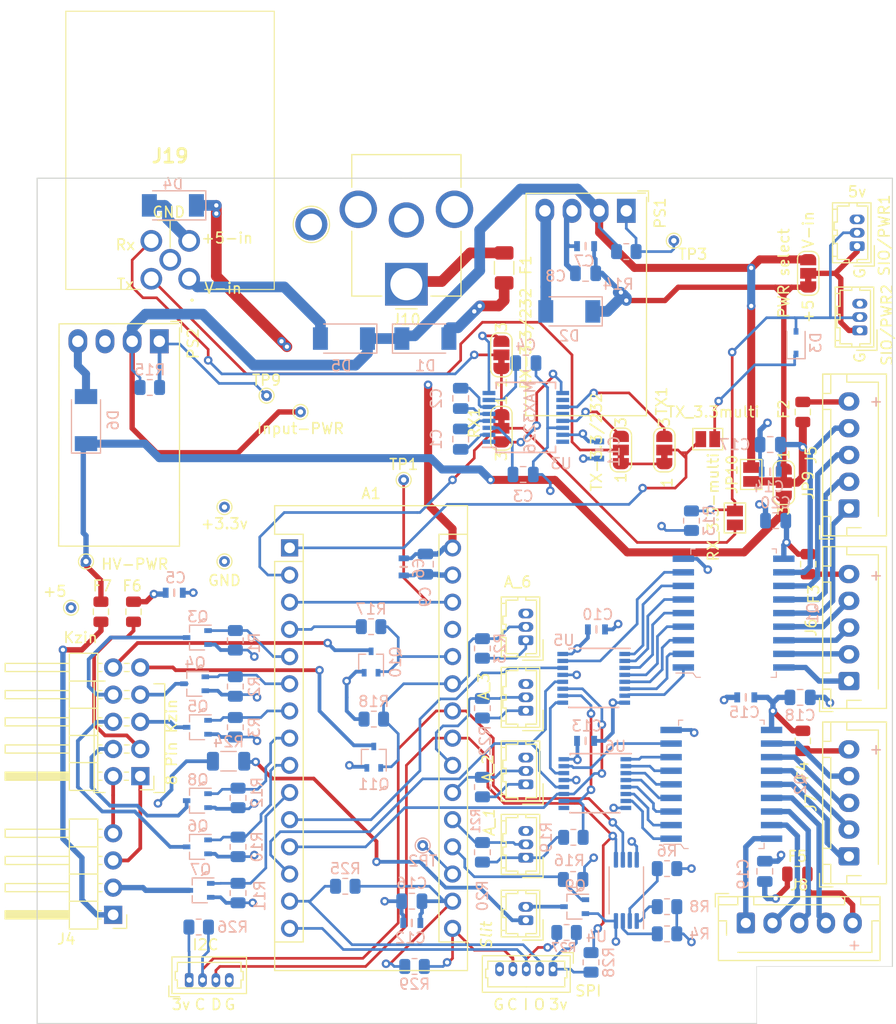
<source format=kicad_pcb>
(kicad_pcb (version 20171130) (host pcbnew "(5.1.8)-1")
  (layers (0 F.Cu signal) (1 In1.Cu power hide) (2 In2.Cu power hide) (31 B.Cu signal) (34 B.Paste user) (35 F.Paste user) (36 B.SilkS user) (37 F.SilkS user) (38 B.Mask user) (39 F.Mask user) (44 Edge.Cuts user))
  (net 0 "")
  (net 1 +5V)
  (net 2 GND)
  (net 3 "Net-(A1-Pad13)")
  (net 4 "Net-(A1-Pad28)")
  (net 5 "Net-(A1-Pad12)")
  (net 6 "Net-(A1-Pad27)")
  (net 7 "Net-(A1-Pad11)")
  (net 8 /A7)
  (net 9 "Net-(A1-Pad10)")
  (net 10 /A6)
  (net 11 "Net-(A1-Pad9)")
  (net 12 /SCL)
  (net 13 "Net-(A1-Pad8)")
  (net 14 /SDA)
  (net 15 "Net-(A1-Pad7)")
  (net 16 /A3)
  (net 17 "Net-(A1-Pad6)")
  (net 18 /A2)
  (net 19 "Net-(A1-Pad5)")
  (net 20 /A1)
  (net 21 /A0)
  (net 22 "Net-(A1-Pad18)")
  (net 23 /RX1)
  (net 24 +3V3)
  (net 25 /TX1)
  (net 26 "Net-(D1-Pad2)")
  (net 27 Vdrive)
  (net 28 "Net-(D2-Pad2)")
  (net 29 "Net-(D3-Pad2)")
  (net 30 "Net-(D3-Pad1)")
  (net 31 "Net-(D4-Pad2)")
  (net 32 "Net-(D5-Pad2)")
  (net 33 "Net-(D6-Pad2)")
  (net 34 "Net-(F1-Pad2)")
  (net 35 "Net-(F2-Pad2)")
  (net 36 "Net-(F3-Pad2)")
  (net 37 "Net-(F4-Pad2)")
  (net 38 "Net-(F5-Pad2)")
  (net 39 /Mid_LED)
  (net 40 /UV_Boost)
  (net 41 /GoW)
  (net 42 /HVACb)
  (net 43 /HVACa)
  (net 44 /HV-PWR)
  (net 45 /CAL)
  (net 46 "Net-(J5-Pad4)")
  (net 47 "Net-(J5-Pad3)")
  (net 48 "Net-(J5-Pad2)")
  (net 49 "Net-(J5-Pad1)")
  (net 50 "Net-(J6-Pad4)")
  (net 51 "Net-(J6-Pad3)")
  (net 52 "Net-(J6-Pad2)")
  (net 53 "Net-(J6-Pad1)")
  (net 54 "Net-(J7-Pad4)")
  (net 55 "Net-(J7-Pad3)")
  (net 56 "Net-(J7-Pad2)")
  (net 57 "Net-(J7-Pad1)")
  (net 58 "Net-(J8-Pad4)")
  (net 59 "Net-(J8-Pad3)")
  (net 60 "Net-(J8-Pad2)")
  (net 61 "Net-(J8-Pad1)")
  (net 62 /MOSI)
  (net 63 /MISO)
  (net 64 /SCK)
  (net 65 "Net-(JP1-Pad1)")
  (net 66 "Net-(JP1-Pad3)")
  (net 67 "Net-(JP2-Pad1)")
  (net 68 "Net-(JP2-Pad3)")
  (net 69 "Net-(JP3-Pad3)")
  (net 70 "Net-(JP4-Pad3)")
  (net 71 "Net-(Q1-Pad8)")
  (net 72 "Net-(Q1-Pad7)")
  (net 73 "Net-(Q1-Pad6)")
  (net 74 "Net-(Q1-Pad5)")
  (net 75 "Net-(Q1-Pad4)")
  (net 76 "Net-(Q1-Pad3)")
  (net 77 "Net-(Q1-Pad2)")
  (net 78 "Net-(Q1-Pad1)")
  (net 79 "Net-(Q2-Pad8)")
  (net 80 "Net-(Q2-Pad7)")
  (net 81 "Net-(Q2-Pad6)")
  (net 82 "Net-(Q2-Pad5)")
  (net 83 "Net-(Q2-Pad4)")
  (net 84 "Net-(Q2-Pad3)")
  (net 85 "Net-(Q2-Pad2)")
  (net 86 "Net-(Q2-Pad1)")
  (net 87 /M1)
  (net 88 /M2)
  (net 89 "Net-(R4-Pad2)")
  (net 90 "Net-(R6-Pad2)")
  (net 91 "Net-(R8-Pad2)")
  (net 92 "Net-(U3-Pad16)")
  (net 93 "Net-(U3-Pad12)")
  (net 94 "Net-(U3-Pad10)")
  (net 95 "Net-(U3-Pad1)")
  (net 96 "Net-(U4-Pad7)")
  (net 97 "Net-(U5-Pad9)")
  (net 98 "Net-(U6-Pad9)")
  (net 99 "Net-(C1-Pad2)")
  (net 100 "Net-(C1-Pad1)")
  (net 101 "Net-(C2-Pad2)")
  (net 102 "Net-(C2-Pad1)")
  (net 103 "Net-(C3-Pad1)")
  (net 104 "Net-(C4-Pad2)")
  (net 105 "Net-(PS1-Pad1)")
  (net 106 "Net-(PS2-Pad1)")
  (net 107 "Net-(J19-Pad3)")
  (net 108 "Net-(J19-Pad2)")
  (net 109 "Net-(J1-Pad2)")
  (net 110 /Motors)
  (net 111 /M3)
  (net 112 /M4)
  (net 113 "Net-(J17-Pad1)")
  (net 114 "Net-(R19-Pad2)")
  (net 115 "Net-(J1-Pad1)")
  (net 116 "Net-(F6-Pad1)")
  (net 117 "Net-(F7-Pad1)")
  (module SamacSys_Parts:T4145415051001 (layer F.Cu) (at 110.744 60.198 180)
    (fp_text reference J19 (at 1.78 11.475) (layer F.SilkS) (effects (font (size 1.27 1.27) (thickness 0.254))))
    (fp_text value T4145415051-001 hide)
    (pad MH4 np_thru_hole circle (at -5.73 5.77 180) (size 2.85 0) (drill 2.85) (layers *.Cu *.Mask))
    (pad MH3 np_thru_hole circle (at 9.27 5.77 180) (size 2.85 0) (drill 2.85) (layers *.Cu *.Mask))
    (pad MH2 np_thru_hole circle (at 9.27 1.77 180) (size 2.35 0) (drill 2.35) (layers *.Cu *.Mask))
    (pad MH1 np_thru_hole circle (at -5.73 1.77 180) (size 2.35 0) (drill 2.35) (layers *.Cu *.Mask))
    (pad 5 thru_hole circle (at 1.77 1.77 180) (size 2.025 2.025) (drill 1.35) (layers *.Cu *.Mask) (net 2 GND))
    (pad 4 thru_hole circle (at 0 3.54 180) (size 2.025 2.025) (drill 1.35) (layers *.Cu *.Mask) (net 31 "Net-(D4-Pad2)"))
    (pad 3 thru_hole circle (at 3.54 3.54 180) (size 2.025 2.025) (drill 1.35) (layers *.Cu *.Mask) (net 107 "Net-(J19-Pad3)"))
    (pad 2 thru_hole circle (at 3.54 0 180) (size 2.025 2.025) (drill 1.35) (layers *.Cu *.Mask) (net 108 "Net-(J19-Pad2)"))
    (pad 1 thru_hole circle (at 0 0 180) (size 2.025 2.025) (drill 1.35) (layers *.Cu *.Mask) (net 32 "Net-(D5-Pad2)"))
  )
  (module Fuse:Fuse_0805_2012Metric (layer F.Cu) (at 102.489 91.313 90)
    (fp_text reference F7 (at 2.413 0.127 180) (layer F.SilkS))
    (fp_text value Polyfuse)
    (pad 2 smd roundrect (at 0.9375 0 90) (size 0.975 1.4) (layers F.Cu F.Paste F.Mask) (net 44 /HV-PWR))
    (pad 1 smd roundrect (at -0.9375 0 90) (size 0.975 1.4) (layers F.Cu F.Paste F.Mask) (net 117 "Net-(F7-Pad1)"))
  )
  (module Fuse:Fuse_0805_2012Metric (layer F.Cu) (at 105.537 91.313 90)
    (fp_text reference F6 (at 2.413 -0.127 180) (layer F.SilkS))
    (fp_text value Polyfuse)
    (pad 2 smd roundrect (at 0.9375 0 90) (size 0.975 1.4) (layers F.Cu F.Paste F.Mask) (net 1 +5V))
    (pad 1 smd roundrect (at -0.9375 0 90) (size 0.975 1.4) (layers F.Cu F.Paste F.Mask) (net 116 "Net-(F6-Pad1)"))
  )
  (module SamacSys_Parts:CAPC1608X90N (layer B.Cu) (at 162.814 99.314)
    (fp_text reference C15 (at -0.127 1.39446) (layer B.SilkS) (effects (justify mirror)))
    (fp_text value 0.01 hide)
    (pad 2 smd rect (at 0.8 0) (size 0.54 0.94) (layers B.Cu B.Paste B.Mask) (net 110 /Motors))
    (pad 1 smd rect (at -0.8 0) (size 0.54 0.94) (layers B.Cu B.Paste B.Mask) (net 2 GND))
  )
  (module SamacSys_Parts:CAPC1608X90N (layer B.Cu) (at 165.1 78.232)
    (fp_text reference C14 (at -0.127 1.39446) (layer B.SilkS) (effects (justify mirror)))
    (fp_text value 0.01 hide)
    (pad 2 smd rect (at 0.8 0) (size 0.54 0.94) (layers B.Cu B.Paste B.Mask) (net 110 /Motors))
    (pad 1 smd rect (at -0.8 0) (size 0.54 0.94) (layers B.Cu B.Paste B.Mask) (net 2 GND))
  )
  (module SamacSys_Parts:CAPC1608X90N (layer B.Cu) (at 147.828 103.378 180)
    (fp_text reference C13 (at -0.127 1.39446) (layer B.SilkS) (effects (justify mirror)))
    (fp_text value 0.01 hide)
    (pad 2 smd rect (at 0.8 0 180) (size 0.54 0.94) (layers B.Cu B.Paste B.Mask) (net 24 +3V3))
    (pad 1 smd rect (at -0.8 0 180) (size 0.54 0.94) (layers B.Cu B.Paste B.Mask) (net 2 GND))
  )
  (module SamacSys_Parts:CAPC1608X90N (layer B.Cu) (at 131.572 120.396)
    (fp_text reference C12 (at -0.127 1.39446) (layer B.SilkS) (effects (justify mirror)))
    (fp_text value 0.01 hide)
    (pad 2 smd rect (at 0.8 0) (size 0.54 0.94) (layers B.Cu B.Paste B.Mask) (net 24 +3V3))
    (pad 1 smd rect (at -0.8 0) (size 0.54 0.94) (layers B.Cu B.Paste B.Mask) (net 2 GND))
  )
  (module SamacSys_Parts:CAPC1608X90N (layer B.Cu) (at 149.098 76.2 90)
    (fp_text reference C11 (at -0.127 1.39446 90) (layer B.SilkS) (effects (justify mirror)))
    (fp_text value 0.01 hide)
    (pad 2 smd rect (at 0.8 0 90) (size 0.54 0.94) (layers B.Cu B.Paste B.Mask) (net 24 +3V3))
    (pad 1 smd rect (at -0.8 0 90) (size 0.54 0.94) (layers B.Cu B.Paste B.Mask) (net 2 GND))
  )
  (module SamacSys_Parts:CAPC1608X90N (layer B.Cu) (at 148.844 92.964 180)
    (fp_text reference C10 (at -0.127 1.39446) (layer B.SilkS) (effects (justify mirror)))
    (fp_text value 0.01 hide)
    (pad 2 smd rect (at 0.8 0 180) (size 0.54 0.94) (layers B.Cu B.Paste B.Mask) (net 24 +3V3))
    (pad 1 smd rect (at -0.8 0 180) (size 0.54 0.94) (layers B.Cu B.Paste B.Mask) (net 2 GND))
  )
  (module SamacSys_Parts:CAPC1608X90N (layer B.Cu) (at 147.828 57.15)
    (fp_text reference C7 (at -0.127 1.39446) (layer B.SilkS) (effects (justify mirror)))
    (fp_text value 0.01 hide)
    (pad 2 smd rect (at 0.8 0) (size 0.54 0.94) (layers B.Cu B.Paste B.Mask) (net 1 +5V))
    (pad 1 smd rect (at -0.8 0) (size 0.54 0.94) (layers B.Cu B.Paste B.Mask) (net 2 GND))
  )
  (module SamacSys_Parts:CAPC1608X90N (layer B.Cu) (at 130.81 87.122 90)
    (fp_text reference C6 (at -0.127 1.39446 90) (layer B.SilkS) (effects (justify mirror)))
    (fp_text value 0.01 hide)
    (pad 2 smd rect (at 0.8 0 90) (size 0.54 0.94) (layers B.Cu B.Paste B.Mask) (net 1 +5V))
    (pad 1 smd rect (at -0.8 0 90) (size 0.54 0.94) (layers B.Cu B.Paste B.Mask) (net 2 GND))
  )
  (module SamacSys_Parts:CAPC1608X90N (layer B.Cu) (at 109.347 89.535 180)
    (fp_text reference C5 (at -0.127 1.39446) (layer B.SilkS) (effects (justify mirror)))
    (fp_text value 0.01 hide)
    (pad 2 smd rect (at 0.8 0 180) (size 0.54 0.94) (layers B.Cu B.Paste B.Mask) (net 1 +5V))
    (pad 1 smd rect (at -0.8 0 180) (size 0.54 0.94) (layers B.Cu B.Paste B.Mask) (net 2 GND))
  )
  (module Diode_SMD:D_SOD-323 (layer B.Cu) (at 167.513 66.167 90)
    (fp_text reference D3 (at 0 1.85 270) (layer B.SilkS) (effects (justify mirror)))
    (fp_text value 1N4148WS)
    (pad 2 smd rect (at 1.05 0 90) (size 0.6 0.45) (layers B.Cu B.Paste B.Mask) (net 29 "Net-(D3-Pad2)"))
    (pad 1 smd rect (at -1.05 0 90) (size 0.6 0.45) (layers B.Cu B.Paste B.Mask) (net 30 "Net-(D3-Pad1)"))
  )
  (module Resistor_SMD:R_1206_3216Metric (layer B.Cu) (at 114.427 105.283 180)
    (fp_text reference R24 (at 0 1.82) (layer B.SilkS) (effects (justify mirror)))
    (fp_text value 330)
    (pad 2 smd roundrect (at 1.4625 0 180) (size 1.125 1.75) (layers B.Cu B.Paste B.Mask) (roundrect_rratio 0.2222213333333333) (net 1 +5V))
    (pad 1 smd roundrect (at -1.4625 0 180) (size 1.125 1.75) (layers B.Cu B.Paste B.Mask) (roundrect_rratio 0.2222213333333333) (net 115 "Net-(J1-Pad1)"))
  )
  (module Resistor_SMD:R_0805_2012Metric (layer B.Cu) (at 111.633 120.777)
    (fp_text reference R26 (at 3.175 0) (layer B.SilkS) (effects (justify mirror)))
    (fp_text value 10k)
    (pad 2 smd roundrect (at 0.9125 0) (size 1.025 1.4) (layers B.Cu B.Paste B.Mask) (roundrect_rratio 0.2439014634146341) (net 12 /SCL))
    (pad 1 smd roundrect (at -0.9125 0) (size 1.025 1.4) (layers B.Cu B.Paste B.Mask) (roundrect_rratio 0.2439014634146341) (net 24 +3V3))
  )
  (module Resistor_SMD:R_0805_2012Metric (layer B.Cu) (at 138.176 100.33 90)
    (fp_text reference R22 (at -3.048 0.254 90) (layer B.SilkS) (effects (justify mirror)))
    (fp_text value 10k)
    (pad 2 smd roundrect (at 0.9125 0 90) (size 1.025 1.4) (layers B.Cu B.Paste B.Mask) (roundrect_rratio 0.2439014634146341) (net 16 /A3))
    (pad 1 smd roundrect (at -0.9125 0 90) (size 1.025 1.4) (layers B.Cu B.Paste B.Mask) (roundrect_rratio 0.2439014634146341) (net 24 +3V3))
  )
  (module TestPoint:TestPoint_THTPad_D1.0mm_Drill0.5mm (layer F.Cu) (at 117.983 71.12)
    (fp_text reference TP9 (at 0 -1.448) (layer F.SilkS))
    (fp_text value "HV Enable")
    (pad 1 thru_hole circle (at 0 0) (size 1 1) (drill 0.5) (layers *.Cu *.Mask) (net 106 "Net-(PS2-Pad1)"))
  )
  (module TestPoint:TestPoint_THTPad_D1.0mm_Drill0.5mm (layer F.Cu) (at 156.083 56.642)
    (fp_text reference TP3 (at 1.778 1.27) (layer F.SilkS))
    (fp_text value "+5 Enable")
    (pad 1 thru_hole circle (at 0 0) (size 1 1) (drill 0.5) (layers *.Cu *.Mask) (net 105 "Net-(PS1-Pad1)"))
  )
  (module Resistor_SMD:R_0805_2012Metric (layer B.Cu) (at 131.826 124.46)
    (fp_text reference R29 (at 0 1.65) (layer B.SilkS) (effects (justify mirror)))
    (fp_text value 10k)
    (pad 2 smd roundrect (at 0.9125 0) (size 1.025 1.4) (layers B.Cu B.Paste B.Mask) (roundrect_rratio 0.2439014634146341) (net 64 /SCK))
    (pad 1 smd roundrect (at -0.9125 0) (size 1.025 1.4) (layers B.Cu B.Paste B.Mask) (roundrect_rratio 0.2439014634146341) (net 24 +3V3))
  )
  (module Resistor_SMD:R_0805_2012Metric (layer B.Cu) (at 148.336 124.079 90)
    (fp_text reference R28 (at 0 1.65 90) (layer B.SilkS) (effects (justify mirror)))
    (fp_text value 10k)
    (pad 2 smd roundrect (at 0.9125 0 90) (size 1.025 1.4) (layers B.Cu B.Paste B.Mask) (roundrect_rratio 0.2439014634146341) (net 14 /SDA))
    (pad 1 smd roundrect (at -0.9125 0 90) (size 1.025 1.4) (layers B.Cu B.Paste B.Mask) (roundrect_rratio 0.2439014634146341) (net 24 +3V3))
  )
  (module Resistor_SMD:R_0805_2012Metric (layer B.Cu) (at 146.05 121.285 180)
    (fp_text reference R27 (at 0.254 -1.397) (layer B.SilkS) (effects (font (size 0.8 0.8)) (justify mirror)))
    (fp_text value 10k)
    (pad 2 smd roundrect (at 0.9125 0 180) (size 1.025 1.4) (layers B.Cu B.Paste B.Mask) (roundrect_rratio 0.2439014634146341) (net 63 /MISO))
    (pad 1 smd roundrect (at -0.9125 0 180) (size 1.025 1.4) (layers B.Cu B.Paste B.Mask) (roundrect_rratio 0.2439014634146341) (net 24 +3V3))
  )
  (module Resistor_SMD:R_0805_2012Metric (layer B.Cu) (at 125.349 116.967 180)
    (fp_text reference R25 (at 0 1.65) (layer B.SilkS) (effects (justify mirror)))
    (fp_text value 10k)
    (pad 2 smd roundrect (at 0.9125 0 180) (size 1.025 1.4) (layers B.Cu B.Paste B.Mask) (roundrect_rratio 0.2439014634146341) (net 62 /MOSI))
    (pad 1 smd roundrect (at -0.9125 0 180) (size 1.025 1.4) (layers B.Cu B.Paste B.Mask) (roundrect_rratio 0.2439014634146341) (net 24 +3V3))
  )
  (module Resistor_SMD:R_0805_2012Metric (layer B.Cu) (at 138.176 94.742 90)
    (fp_text reference R23 (at 0 1.65 90) (layer B.SilkS) (effects (justify mirror)))
    (fp_text value 10k)
    (pad 2 smd roundrect (at 0.9125 0 90) (size 1.025 1.4) (layers B.Cu B.Paste B.Mask) (roundrect_rratio 0.2439014634146341) (net 10 /A6))
    (pad 1 smd roundrect (at -0.9125 0 90) (size 1.025 1.4) (layers B.Cu B.Paste B.Mask) (roundrect_rratio 0.2439014634146341) (net 24 +3V3))
  )
  (module Resistor_SMD:R_0805_2012Metric (layer B.Cu) (at 138.176 107.696 90)
    (fp_text reference R21 (at -3.175 -0.635 90) (layer B.SilkS) (effects (font (size 0.8 0.8)) (justify mirror)))
    (fp_text value 10k)
    (pad 2 smd roundrect (at 0.9125 0 90) (size 1.025 1.4) (layers B.Cu B.Paste B.Mask) (roundrect_rratio 0.2439014634146341) (net 18 /A2))
    (pad 1 smd roundrect (at -0.9125 0 90) (size 1.025 1.4) (layers B.Cu B.Paste B.Mask) (roundrect_rratio 0.2439014634146341) (net 24 +3V3))
  )
  (module Resistor_SMD:R_0805_2012Metric (layer B.Cu) (at 138.176 113.792 90)
    (fp_text reference R20 (at -4.064 0 90) (layer B.SilkS) (effects (justify mirror)))
    (fp_text value 10k)
    (pad 2 smd roundrect (at 0.9125 0 90) (size 1.025 1.4) (layers B.Cu B.Paste B.Mask) (roundrect_rratio 0.2439014634146341) (net 20 /A1))
    (pad 1 smd roundrect (at -0.9125 0 90) (size 1.025 1.4) (layers B.Cu B.Paste B.Mask) (roundrect_rratio 0.2439014634146341) (net 24 +3V3))
  )
  (module Resistor_SMD:R_0805_2012Metric (layer B.Cu) (at 146.685 112.395)
    (fp_text reference R19 (at -2.54 0 90) (layer B.SilkS) (effects (justify mirror)))
    (fp_text value 10k)
    (pad 2 smd roundrect (at 0.9125 0) (size 1.025 1.4) (layers B.Cu B.Paste B.Mask) (roundrect_rratio 0.2439014634146341) (net 114 "Net-(R19-Pad2)"))
    (pad 1 smd roundrect (at -0.9125 0) (size 1.025 1.4) (layers B.Cu B.Paste B.Mask) (roundrect_rratio 0.2439014634146341) (net 24 +3V3))
  )
  (module TestPoint:TestPoint_THTPad_D1.0mm_Drill0.5mm (layer B.Cu) (at 132.588 113.157)
    (fp_text reference TP2 (at 0 1.448) (layer B.SilkS) (effects (justify mirror)))
    (fp_text value TestPoint)
    (pad 1 thru_hole circle (at 0 0) (size 1 1) (drill 0.5) (layers *.Cu *.Mask) (net 22 "Net-(A1-Pad18)"))
  )
  (module JST:JST_XH_B5B-XH-AM_1x05_P2.50mm_Vertical (layer F.Cu) (at 162.814 120.396)
    (fp_text reference J8 (at 5 -3.55) (layer F.SilkS))
    (fp_text value B5B-XH-A_LF__SN_)
    (pad "" np_thru_hole circle (at -1.6 2) (size 1.2 1.2) (drill 1.2) (layers *.Cu *.Mask))
    (pad 5 thru_hole oval (at 10 0) (size 1.7 1.95) (drill 0.95) (layers *.Cu *.Mask) (net 38 "Net-(F5-Pad2)"))
    (pad 4 thru_hole oval (at 7.5 0) (size 1.7 1.95) (drill 0.95) (layers *.Cu *.Mask) (net 58 "Net-(J8-Pad4)"))
    (pad 3 thru_hole oval (at 5 0) (size 1.7 1.95) (drill 0.95) (layers *.Cu *.Mask) (net 59 "Net-(J8-Pad3)"))
    (pad 2 thru_hole oval (at 2.5 0) (size 1.7 1.95) (drill 0.95) (layers *.Cu *.Mask) (net 60 "Net-(J8-Pad2)"))
    (pad 1 thru_hole roundrect (at 0 0) (size 1.7 1.95) (drill 0.95) (layers *.Cu *.Mask) (roundrect_rratio 0.1470588235294118) (net 61 "Net-(J8-Pad1)"))
  )
  (module JST:JST_XH_B5B-XH-AM_1x05_P2.50mm_Vertical (layer F.Cu) (at 172.466 114.173 90)
    (fp_text reference J7 (at 5 -3.55 90) (layer F.SilkS))
    (fp_text value B5B-XH-A_LF__SN_)
    (pad "" np_thru_hole circle (at -1.6 2 90) (size 1.2 1.2) (drill 1.2) (layers *.Cu *.Mask))
    (pad 5 thru_hole oval (at 10 0 90) (size 1.7 1.95) (drill 0.95) (layers *.Cu *.Mask) (net 37 "Net-(F4-Pad2)"))
    (pad 4 thru_hole oval (at 7.5 0 90) (size 1.7 1.95) (drill 0.95) (layers *.Cu *.Mask) (net 54 "Net-(J7-Pad4)"))
    (pad 3 thru_hole oval (at 5 0 90) (size 1.7 1.95) (drill 0.95) (layers *.Cu *.Mask) (net 55 "Net-(J7-Pad3)"))
    (pad 2 thru_hole oval (at 2.5 0 90) (size 1.7 1.95) (drill 0.95) (layers *.Cu *.Mask) (net 56 "Net-(J7-Pad2)"))
    (pad 1 thru_hole roundrect (at 0 0 90) (size 1.7 1.95) (drill 0.95) (layers *.Cu *.Mask) (roundrect_rratio 0.1470588235294118) (net 57 "Net-(J7-Pad1)"))
  )
  (module JST:JST_XH_B5B-XH-AM_1x05_P2.50mm_Vertical (layer F.Cu) (at 172.466 97.79 90)
    (fp_text reference J6 (at 5 -3.55 90) (layer F.SilkS))
    (fp_text value B5B-XH-A_LF__SN_)
    (pad "" np_thru_hole circle (at -1.6 2 90) (size 1.2 1.2) (drill 1.2) (layers *.Cu *.Mask))
    (pad 5 thru_hole oval (at 10 0 90) (size 1.7 1.95) (drill 0.95) (layers *.Cu *.Mask) (net 36 "Net-(F3-Pad2)"))
    (pad 4 thru_hole oval (at 7.5 0 90) (size 1.7 1.95) (drill 0.95) (layers *.Cu *.Mask) (net 50 "Net-(J6-Pad4)"))
    (pad 3 thru_hole oval (at 5 0 90) (size 1.7 1.95) (drill 0.95) (layers *.Cu *.Mask) (net 51 "Net-(J6-Pad3)"))
    (pad 2 thru_hole oval (at 2.5 0 90) (size 1.7 1.95) (drill 0.95) (layers *.Cu *.Mask) (net 52 "Net-(J6-Pad2)"))
    (pad 1 thru_hole roundrect (at 0 0 90) (size 1.7 1.95) (drill 0.95) (layers *.Cu *.Mask) (roundrect_rratio 0.1470588235294118) (net 53 "Net-(J6-Pad1)"))
  )
  (module JST:JST_XH_B5B-XH-AM_1x05_P2.50mm_Vertical (layer F.Cu) (at 172.466 81.661 90)
    (fp_text reference J5 (at 5 -3.55 90) (layer F.SilkS))
    (fp_text value B5B-XH-A_LF__SN_)
    (pad "" np_thru_hole circle (at -1.6 2 90) (size 1.2 1.2) (drill 1.2) (layers *.Cu *.Mask))
    (pad 5 thru_hole oval (at 10 0 90) (size 1.7 1.95) (drill 0.95) (layers *.Cu *.Mask) (net 35 "Net-(F2-Pad2)"))
    (pad 4 thru_hole oval (at 7.5 0 90) (size 1.7 1.95) (drill 0.95) (layers *.Cu *.Mask) (net 46 "Net-(J5-Pad4)"))
    (pad 3 thru_hole oval (at 5 0 90) (size 1.7 1.95) (drill 0.95) (layers *.Cu *.Mask) (net 47 "Net-(J5-Pad3)"))
    (pad 2 thru_hole oval (at 2.5 0 90) (size 1.7 1.95) (drill 0.95) (layers *.Cu *.Mask) (net 48 "Net-(J5-Pad2)"))
    (pad 1 thru_hole roundrect (at 0 0 90) (size 1.7 1.95) (drill 0.95) (layers *.Cu *.Mask) (roundrect_rratio 0.1470588235294118) (net 49 "Net-(J5-Pad1)"))
  )
  (module Connector_PinHeader_2.54mm:PinHeader_1x04_P2.54mm_Horizontal (layer F.Cu) (at 103.632 119.634 180)
    (fp_text reference J4 (at 4.385 -2.27) (layer F.SilkS))
    (fp_text value KZIN_Power)
    (pad 4 thru_hole oval (at 0 7.62 180) (size 1.7 1.7) (drill 1) (layers *.Cu *.Mask) (net 42 /HVACb))
    (pad 3 thru_hole oval (at 0 5.08 180) (size 1.7 1.7) (drill 1) (layers *.Cu *.Mask) (net 43 /HVACa))
    (pad 2 thru_hole oval (at 0 2.54 180) (size 1.7 1.7) (drill 1) (layers *.Cu *.Mask) (net 45 /CAL))
    (pad 1 thru_hole rect (at 0 0 180) (size 1.7 1.7) (drill 1) (layers *.Cu *.Mask) (net 117 "Net-(F7-Pad1)"))
  )
  (module Package_TO_SOT_SMD:SOT-323_SC-70 (layer B.Cu) (at 111.506 93.726 180)
    (fp_text reference Q3 (at -0.05 1.95) (layer B.SilkS) (effects (justify mirror)))
    (fp_text value DMN3067LW-7)
    (pad 3 smd rect (at 1 0 270) (size 0.45 0.7) (layers B.Cu B.Paste B.Mask) (net 88 /M2))
    (pad 2 smd rect (at -1 -0.65 270) (size 0.45 0.7) (layers B.Cu B.Paste B.Mask) (net 2 GND))
    (pad 1 smd rect (at -1 0.65 270) (size 0.45 0.7) (layers B.Cu B.Paste B.Mask) (net 19 "Net-(A1-Pad5)"))
  )
  (module Package_TO_SOT_SMD:SOT-323_SC-70 (layer B.Cu) (at 128.016 104.902 90)
    (fp_text reference Q11 (at -2.54 0 180) (layer B.SilkS) (effects (justify mirror)))
    (fp_text value DMN3067LW-7)
    (pad 3 smd rect (at 1 0 180) (size 0.45 0.7) (layers B.Cu B.Paste B.Mask) (net 112 /M4))
    (pad 2 smd rect (at -1 -0.65 180) (size 0.45 0.7) (layers B.Cu B.Paste B.Mask) (net 2 GND))
    (pad 1 smd rect (at -1 0.65 180) (size 0.45 0.7) (layers B.Cu B.Paste B.Mask) (net 10 /A6))
  )
  (module Package_TO_SOT_SMD:SOT-323_SC-70 (layer B.Cu) (at 127.762 96.012 90)
    (fp_text reference Q10 (at 0 2.286 270) (layer B.SilkS) (effects (justify mirror)))
    (fp_text value DMN3067LW-7)
    (pad 3 smd rect (at 1 0 180) (size 0.45 0.7) (layers B.Cu B.Paste B.Mask) (net 111 /M3))
    (pad 2 smd rect (at -1 -0.65 180) (size 0.45 0.7) (layers B.Cu B.Paste B.Mask) (net 2 GND))
    (pad 1 smd rect (at -1 0.65 180) (size 0.45 0.7) (layers B.Cu B.Paste B.Mask) (net 8 /A7))
  )
  (module Package_TO_SOT_SMD:SOT-323_SC-70 (layer B.Cu) (at 146.812 118.872 180)
    (fp_text reference Q9 (at -0.05 1.95) (layer B.SilkS) (effects (justify mirror)))
    (fp_text value DMN3067LW-7)
    (pad 3 smd rect (at 1 0 270) (size 0.45 0.7) (layers B.Cu B.Paste B.Mask) (net 109 "Net-(J1-Pad2)"))
    (pad 2 smd rect (at -1 -0.65 270) (size 0.45 0.7) (layers B.Cu B.Paste B.Mask) (net 2 GND))
    (pad 1 smd rect (at -1 0.65 270) (size 0.45 0.7) (layers B.Cu B.Paste B.Mask) (net 21 /A0))
  )
  (module Package_TO_SOT_SMD:SOT-323_SC-70 (layer B.Cu) (at 111.506 108.966 180)
    (fp_text reference Q8 (at -0.05 1.95) (layer B.SilkS) (effects (justify mirror)))
    (fp_text value DMN3067LW-7)
    (pad 3 smd rect (at 1 0 270) (size 0.45 0.7) (layers B.Cu B.Paste B.Mask) (net 41 /GoW))
    (pad 2 smd rect (at -1 -0.65 270) (size 0.45 0.7) (layers B.Cu B.Paste B.Mask) (net 2 GND))
    (pad 1 smd rect (at -1 0.65 270) (size 0.45 0.7) (layers B.Cu B.Paste B.Mask) (net 13 "Net-(A1-Pad8)"))
  )
  (module Package_TO_SOT_SMD:SOT-323_SC-70 (layer B.Cu) (at 111.76 117.348 180)
    (fp_text reference Q7 (at -0.05 1.95) (layer B.SilkS) (effects (justify mirror)))
    (fp_text value DMN3067LW-7)
    (pad 3 smd rect (at 1 0 270) (size 0.45 0.7) (layers B.Cu B.Paste B.Mask) (net 45 /CAL))
    (pad 2 smd rect (at -1 -0.65 270) (size 0.45 0.7) (layers B.Cu B.Paste B.Mask) (net 2 GND))
    (pad 1 smd rect (at -1 0.65 270) (size 0.45 0.7) (layers B.Cu B.Paste B.Mask) (net 9 "Net-(A1-Pad10)"))
  )
  (module Package_TO_SOT_SMD:SOT-323_SC-70 (layer B.Cu) (at 111.506 113.284 180)
    (fp_text reference Q6 (at -0.05 1.95) (layer B.SilkS) (effects (justify mirror)))
    (fp_text value DMN3067LW-7)
    (pad 3 smd rect (at 1 0 270) (size 0.45 0.7) (layers B.Cu B.Paste B.Mask) (net 87 /M1))
    (pad 2 smd rect (at -1 -0.65 270) (size 0.45 0.7) (layers B.Cu B.Paste B.Mask) (net 2 GND))
    (pad 1 smd rect (at -1 0.65 270) (size 0.45 0.7) (layers B.Cu B.Paste B.Mask) (net 11 "Net-(A1-Pad9)"))
  )
  (module Package_TO_SOT_SMD:SOT-323_SC-70 (layer B.Cu) (at 111.506 102.108 180)
    (fp_text reference Q5 (at -0.05 1.95) (layer B.SilkS) (effects (justify mirror)))
    (fp_text value DMN3067LW-7)
    (pad 3 smd rect (at 1 0 270) (size 0.45 0.7) (layers B.Cu B.Paste B.Mask) (net 40 /UV_Boost))
    (pad 2 smd rect (at -1 -0.65 270) (size 0.45 0.7) (layers B.Cu B.Paste B.Mask) (net 2 GND))
    (pad 1 smd rect (at -1 0.65 270) (size 0.45 0.7) (layers B.Cu B.Paste B.Mask) (net 15 "Net-(A1-Pad7)"))
  )
  (module Package_TO_SOT_SMD:SOT-323_SC-70 (layer B.Cu) (at 111.252 98.044 180)
    (fp_text reference Q4 (at -0.05 1.95) (layer B.SilkS) (effects (justify mirror)))
    (fp_text value DMN3067LW-7)
    (pad 3 smd rect (at 1 0 270) (size 0.45 0.7) (layers B.Cu B.Paste B.Mask) (net 39 /Mid_LED))
    (pad 2 smd rect (at -1 -0.65 270) (size 0.45 0.7) (layers B.Cu B.Paste B.Mask) (net 2 GND))
    (pad 1 smd rect (at -1 0.65 270) (size 0.45 0.7) (layers B.Cu B.Paste B.Mask) (net 17 "Net-(A1-Pad6)"))
  )
  (module TestPoint:TestPoint_Plated_Hole_D2.0mm (layer F.Cu) (at 122.174 55.118)
    (fp_text reference REF** hide)
    (fp_text value TestPoint_Plated_Hole_D2.0mm)
    (pad 1 thru_hole circle (at 0 0) (size 3 3) (drill 2) (layers *.Cu *.Mask) (net 2 GND))
  )
  (module TestPoint:TestPoint_THTPad_D1.0mm_Drill0.5mm (layer F.Cu) (at 121.158 72.644)
    (fp_text reference TP8 hide)
    (fp_text value Input-PWR (at 0 1.55) (layer F.SilkS))
    (pad 1 thru_hole circle (at 0 0) (size 1 1) (drill 0.5) (layers *.Cu *.Mask) (net 27 Vdrive))
  )
  (module TestPoint:TestPoint_THTPad_D1.0mm_Drill0.5mm (layer F.Cu) (at 114.046 86.614)
    (fp_text reference TP7 hide)
    (fp_text value GND (at 0 1.778) (layer F.SilkS))
    (pad 1 thru_hole circle (at 0 0) (size 1 1) (drill 0.5) (layers *.Cu *.Mask) (net 2 GND))
  )
  (module TestPoint:TestPoint_THTPad_D1.0mm_Drill0.5mm (layer F.Cu) (at 114.046 81.534)
    (fp_text reference TP6 hide)
    (fp_text value +3.3v (at 0 1.55) (layer F.SilkS))
    (pad 1 thru_hole circle (at 0 0) (size 1 1) (drill 0.5) (layers *.Cu *.Mask) (net 24 +3V3))
  )
  (module TestPoint:TestPoint_THTPad_D1.0mm_Drill0.5mm (layer F.Cu) (at 99.695 90.932)
    (fp_text reference TP5 hide)
    (fp_text value +5 (at -1.524 -1.524) (layer F.SilkS))
    (pad 1 thru_hole circle (at 0 0) (size 1 1) (drill 0.5) (layers *.Cu *.Mask) (net 1 +5V))
  )
  (module TestPoint:TestPoint_THTPad_D1.0mm_Drill0.5mm (layer F.Cu) (at 101.092 86.614)
    (fp_text reference TP4 hide)
    (fp_text value HV-PWR (at 4.572 0.254) (layer F.SilkS))
    (pad 1 thru_hole circle (at 0 0) (size 1 1) (drill 0.5) (layers *.Cu *.Mask) (net 44 /HV-PWR))
  )
  (module MountingHole:MountingHole_2.2mm_M2 (layer F.Cu) (at 160.782 126.746)
    (fp_text reference REF** hide)
    (fp_text value MountingHole_2.2mm_M2)
    (pad 1 np_thru_hole circle (at 0 0) (size 2.2 2.2) (drill 2.2) (layers *.Cu *.Mask))
  )
  (module MountingHole:MountingHole_2.2mm_M2 (layer F.Cu) (at 113.03 72.898)
    (fp_text reference REF** hide)
    (fp_text value MountingHole_2.2mm_M2)
    (pad 1 np_thru_hole circle (at 0 0) (size 2.2 2.2) (drill 2.2) (layers *.Cu *.Mask))
  )
  (module MountingHole:MountingHole_2.2mm_M2 (layer F.Cu) (at 128.778 72.898)
    (fp_text reference REF** hide)
    (fp_text value MountingHole_2.2mm_M2)
    (pad 1 np_thru_hole circle (at 0 0) (size 2.2 2.2) (drill 2.2) (layers *.Cu *.Mask))
  )
  (module MountingHole:MountingHole_2.2mm_M2 (layer F.Cu) (at 102.362 126.746)
    (fp_text reference REF** hide)
    (fp_text value MountingHole_2.2mm_M2)
    (pad 1 np_thru_hole circle (at 0 0) (size 2.2 2.2) (drill 2.2) (layers *.Cu *.Mask))
  )
  (module MountingHole:MountingHole_2.2mm_M2 (layer F.Cu) (at 160.528 55.118)
    (fp_text reference REF** hide)
    (fp_text value MountingHole_2.2mm_M2)
    (pad 1 np_thru_hole circle (at 0 0) (size 2.2 2.2) (drill 2.2) (layers *.Cu *.Mask))
  )
  (module Resistor_SMD:R_0805_2012Metric (layer B.Cu) (at 128.016 101.346 180)
    (fp_text reference R18 (at 0 1.65 180) (layer B.SilkS) (effects (justify mirror)))
    (fp_text value 10k)
    (pad 2 smd roundrect (at 0.9125 0 180) (size 1.025 1.4) (layers B.Cu B.Paste B.Mask) (roundrect_rratio 0.2439004878048781) (net 2 GND))
    (pad 1 smd roundrect (at -0.9125 0 180) (size 1.025 1.4) (layers B.Cu B.Paste B.Mask) (roundrect_rratio 0.2439004878048781) (net 10 /A6))
  )
  (module Resistor_SMD:R_0805_2012Metric (layer B.Cu) (at 127.762 92.71 180)
    (fp_text reference R17 (at 0 1.65) (layer B.SilkS) (effects (justify mirror)))
    (fp_text value 10k)
    (pad 2 smd roundrect (at 0.9125 0 180) (size 1.025 1.4) (layers B.Cu B.Paste B.Mask) (roundrect_rratio 0.2439004878048781) (net 2 GND))
    (pad 1 smd roundrect (at -0.9125 0 180) (size 1.025 1.4) (layers B.Cu B.Paste B.Mask) (roundrect_rratio 0.2439004878048781) (net 8 /A7))
  )
  (module Connector_PinHeader_2.54mm:PinHeader_2x05_P2.54mm_Horizontal (layer F.Cu) (at 106.172 106.68 180)
    (fp_text reference J3 hide)
    (fp_text value Kzin (at 5.588 12.954) (layer F.SilkS))
    (pad 10 thru_hole oval (at 2.54 10.16 180) (size 1.7 1.7) (drill 1) (layers *.Cu *.Mask) (net 111 /M3))
    (pad 9 thru_hole oval (at 0 10.16 180) (size 1.7 1.7) (drill 1) (layers *.Cu *.Mask) (net 112 /M4))
    (pad 8 thru_hole oval (at 2.54 7.62 180) (size 1.7 1.7) (drill 1) (layers *.Cu *.Mask) (net 88 /M2))
    (pad 7 thru_hole oval (at 0 7.62 180) (size 1.7 1.7) (drill 1) (layers *.Cu *.Mask) (net 39 /Mid_LED))
    (pad 6 thru_hole oval (at 2.54 5.08 180) (size 1.7 1.7) (drill 1) (layers *.Cu *.Mask) (net 87 /M1))
    (pad 5 thru_hole oval (at 0 5.08 180) (size 1.7 1.7) (drill 1) (layers *.Cu *.Mask) (net 40 /UV_Boost))
    (pad 4 thru_hole oval (at 2.54 2.54 180) (size 1.7 1.7) (drill 1) (layers *.Cu *.Mask) (net 41 /GoW))
    (pad 3 thru_hole oval (at 0 2.54 180) (size 1.7 1.7) (drill 1) (layers *.Cu *.Mask) (net 116 "Net-(F6-Pad1)"))
    (pad 2 thru_hole oval (at 2.54 0 180) (size 1.7 1.7) (drill 1) (layers *.Cu *.Mask) (net 42 /HVACb))
    (pad 1 thru_hole rect (at 0 0 180) (size 1.7 1.7) (drill 1) (layers *.Cu *.Mask) (net 43 /HVACa))
  )
  (module Resistor_SMD:R_0805_2012Metric (layer B.Cu) (at 115.062 102.108 270)
    (fp_text reference R3 (at 0 -1.778 90) (layer B.SilkS) (effects (justify mirror)))
    (fp_text value 10k)
    (pad 2 smd roundrect (at 0.9125 0 270) (size 1.025 1.4) (layers B.Cu B.Paste B.Mask) (roundrect_rratio 0.2439004878048781) (net 2 GND))
    (pad 1 smd roundrect (at -0.9125 0 270) (size 1.025 1.4) (layers B.Cu B.Paste B.Mask) (roundrect_rratio 0.2439004878048781) (net 15 "Net-(A1-Pad7)"))
  )
  (module Resistor_SMD:R_0805_2012Metric (layer B.Cu) (at 146.6615 116.332)
    (fp_text reference R16 (at -0.3575 -1.778) (layer B.SilkS) (effects (justify mirror)))
    (fp_text value 10k)
    (pad 2 smd roundrect (at 0.9125 0) (size 1.025 1.4) (layers B.Cu B.Paste B.Mask) (roundrect_rratio 0.2439004878048781) (net 2 GND))
    (pad 1 smd roundrect (at -0.9125 0) (size 1.025 1.4) (layers B.Cu B.Paste B.Mask) (roundrect_rratio 0.2439004878048781) (net 21 /A0))
  )
  (module Resistor_SMD:R_0805_2012Metric (layer B.Cu) (at 107.061 70.358 180)
    (fp_text reference R15 (at 0 1.65) (layer B.SilkS) (effects (justify mirror)))
    (fp_text value 10k)
    (pad 2 smd roundrect (at 0.9125 0 180) (size 1.025 1.4) (layers B.Cu B.Paste B.Mask) (roundrect_rratio 0.2439004878048781) (net 27 Vdrive))
    (pad 1 smd roundrect (at -0.9125 0 180) (size 1.025 1.4) (layers B.Cu B.Paste B.Mask) (roundrect_rratio 0.2439004878048781) (net 106 "Net-(PS2-Pad1)"))
  )
  (module Resistor_SMD:R_0805_2012Metric (layer B.Cu) (at 151.638 57.658 180)
    (fp_text reference R14 (at 0.762 -3.048) (layer B.SilkS) (effects (justify mirror)))
    (fp_text value 10k)
    (pad 2 smd roundrect (at 0.9125 0 180) (size 1.025 1.4) (layers B.Cu B.Paste B.Mask) (roundrect_rratio 0.2439004878048781) (net 27 Vdrive))
    (pad 1 smd roundrect (at -0.9125 0 180) (size 1.025 1.4) (layers B.Cu B.Paste B.Mask) (roundrect_rratio 0.2439004878048781) (net 105 "Net-(PS1-Pad1)"))
  )
  (module Resistor_SMD:R_0805_2012Metric (layer B.Cu) (at 157.734 82.804 90)
    (fp_text reference R13 (at 0 1.65 90) (layer B.SilkS) (effects (justify mirror)))
    (fp_text value 10k)
    (pad 2 smd roundrect (at 0.9125 0 90) (size 1.025 1.4) (layers B.Cu B.Paste B.Mask) (roundrect_rratio 0.2439004878048781) (net 29 "Net-(D3-Pad2)"))
    (pad 1 smd roundrect (at -0.9125 0 90) (size 1.025 1.4) (layers B.Cu B.Paste B.Mask) (roundrect_rratio 0.2439004878048781) (net 24 +3V3))
  )
  (module Resistor_SMD:R_0805_2012Metric (layer B.Cu) (at 115.316 108.712 270)
    (fp_text reference R12 (at -0.508 -1.778 90) (layer B.SilkS) (effects (justify mirror)))
    (fp_text value 10k)
    (pad 2 smd roundrect (at 0.9125 0 270) (size 1.025 1.4) (layers B.Cu B.Paste B.Mask) (roundrect_rratio 0.2439004878048781) (net 2 GND))
    (pad 1 smd roundrect (at -0.9125 0 270) (size 1.025 1.4) (layers B.Cu B.Paste B.Mask) (roundrect_rratio 0.2439004878048781) (net 13 "Net-(A1-Pad8)"))
  )
  (module Resistor_SMD:R_0805_2012Metric (layer B.Cu) (at 115.316 117.602 270)
    (fp_text reference R11 (at 0.254 -2.032 90) (layer B.SilkS) (effects (justify mirror)))
    (fp_text value 10k)
    (pad 2 smd roundrect (at 0.9125 0 270) (size 1.025 1.4) (layers B.Cu B.Paste B.Mask) (roundrect_rratio 0.2439004878048781) (net 2 GND))
    (pad 1 smd roundrect (at -0.9125 0 270) (size 1.025 1.4) (layers B.Cu B.Paste B.Mask) (roundrect_rratio 0.2439004878048781) (net 9 "Net-(A1-Pad10)"))
  )
  (module Resistor_SMD:R_0805_2012Metric (layer B.Cu) (at 115.316 113.284 270)
    (fp_text reference R10 (at 0 -1.778 270) (layer B.SilkS) (effects (justify mirror)))
    (fp_text value 10k)
    (pad 2 smd roundrect (at 0.9125 0 270) (size 1.025 1.4) (layers B.Cu B.Paste B.Mask) (roundrect_rratio 0.2439004878048781) (net 2 GND))
    (pad 1 smd roundrect (at -0.9125 0 270) (size 1.025 1.4) (layers B.Cu B.Paste B.Mask) (roundrect_rratio 0.2439004878048781) (net 11 "Net-(A1-Pad9)"))
  )
  (module Resistor_SMD:R_0805_2012Metric (layer B.Cu) (at 155.448 118.872 180)
    (fp_text reference R8 (at -3.048 0) (layer B.SilkS) (effects (justify mirror)))
    (fp_text value 10k)
    (pad 2 smd roundrect (at 0.9125 0 180) (size 1.025 1.4) (layers B.Cu B.Paste B.Mask) (roundrect_rratio 0.2439004878048781) (net 91 "Net-(R8-Pad2)"))
    (pad 1 smd roundrect (at -0.9125 0 180) (size 1.025 1.4) (layers B.Cu B.Paste B.Mask) (roundrect_rratio 0.2439004878048781) (net 24 +3V3))
  )
  (module Resistor_SMD:R_0805_2012Metric (layer B.Cu) (at 155.448 115.316 180)
    (fp_text reference R6 (at 0 1.65) (layer B.SilkS) (effects (justify mirror)))
    (fp_text value 10k)
    (pad 2 smd roundrect (at 0.9125 0 180) (size 1.025 1.4) (layers B.Cu B.Paste B.Mask) (roundrect_rratio 0.2439004878048781) (net 90 "Net-(R6-Pad2)"))
    (pad 1 smd roundrect (at -0.9125 0 180) (size 1.025 1.4) (layers B.Cu B.Paste B.Mask) (roundrect_rratio 0.2439004878048781) (net 24 +3V3))
  )
  (module Resistor_SMD:R_0805_2012Metric (layer B.Cu) (at 155.448 121.412 180)
    (fp_text reference R4 (at -3.048 0) (layer B.SilkS) (effects (justify mirror)))
    (fp_text value 10k)
    (pad 2 smd roundrect (at 0.9125 0 180) (size 1.025 1.4) (layers B.Cu B.Paste B.Mask) (roundrect_rratio 0.2439004878048781) (net 89 "Net-(R4-Pad2)"))
    (pad 1 smd roundrect (at -0.9125 0 180) (size 1.025 1.4) (layers B.Cu B.Paste B.Mask) (roundrect_rratio 0.2439004878048781) (net 24 +3V3))
  )
  (module Resistor_SMD:R_0805_2012Metric (layer B.Cu) (at 115.062 98.298 270)
    (fp_text reference R2 (at 0 -1.778 90) (layer B.SilkS) (effects (justify mirror)))
    (fp_text value 10k)
    (pad 2 smd roundrect (at 0.9125 0 270) (size 1.025 1.4) (layers B.Cu B.Paste B.Mask) (roundrect_rratio 0.2439004878048781) (net 2 GND))
    (pad 1 smd roundrect (at -0.9125 0 270) (size 1.025 1.4) (layers B.Cu B.Paste B.Mask) (roundrect_rratio 0.2439004878048781) (net 17 "Net-(A1-Pad6)"))
  )
  (module Resistor_SMD:R_0805_2012Metric (layer B.Cu) (at 115.062 93.98 270)
    (fp_text reference R1 (at 0.254 -1.778 90) (layer B.SilkS) (effects (justify mirror)))
    (fp_text value 10k)
    (pad 2 smd roundrect (at 0.9125 0 270) (size 1.025 1.4) (layers B.Cu B.Paste B.Mask) (roundrect_rratio 0.2439004878048781) (net 2 GND))
    (pad 1 smd roundrect (at -0.9125 0 270) (size 1.025 1.4) (layers B.Cu B.Paste B.Mask) (roundrect_rratio 0.2439004878048781) (net 19 "Net-(A1-Pad5)"))
  )
  (module Capacitor_SMD:C_0805_2012Metric (layer B.Cu) (at 165.608 82.804 180)
    (fp_text reference C20 (at 0 1.68) (layer B.SilkS) (effects (justify mirror)))
    (fp_text value 0.1uf)
    (pad 2 smd roundrect (at 0.95 0 180) (size 1 1.45) (layers B.Cu B.Paste B.Mask) (net 2 GND))
    (pad 1 smd roundrect (at -0.95 0 180) (size 1 1.45) (layers B.Cu B.Paste B.Mask) (net 110 /Motors))
  )
  (module Capacitor_SMD:C_0805_2012Metric (layer B.Cu) (at 164.592 115.57 90)
    (fp_text reference C19 (at -0.254 -2.032 90) (layer B.SilkS) (effects (justify mirror)))
    (fp_text value 0.1uf)
    (pad 2 smd roundrect (at 0.95 0 90) (size 1 1.45) (layers B.Cu B.Paste B.Mask) (net 2 GND))
    (pad 1 smd roundrect (at -0.95 0 90) (size 1 1.45) (layers B.Cu B.Paste B.Mask) (net 110 /Motors))
  )
  (module Capacitor_SMD:C_0805_2012Metric (layer B.Cu) (at 167.894 99.314)
    (fp_text reference C18 (at 0 1.68) (layer B.SilkS) (effects (justify mirror)))
    (fp_text value 0.1uf)
    (pad 2 smd roundrect (at 0.95 0) (size 1 1.45) (layers B.Cu B.Paste B.Mask) (net 2 GND))
    (pad 1 smd roundrect (at -0.95 0) (size 1 1.45) (layers B.Cu B.Paste B.Mask) (net 110 /Motors))
  )
  (module Capacitor_SMD:C_0805_2012Metric (layer B.Cu) (at 165.1 75.692 180)
    (fp_text reference C17 (at 3.302 0 180) (layer B.SilkS) (effects (justify mirror)))
    (fp_text value 0.1uf hide)
    (pad 2 smd roundrect (at 0.95 0 180) (size 1 1.45) (layers B.Cu B.Paste B.Mask) (net 2 GND))
    (pad 1 smd roundrect (at -0.95 0 180) (size 1 1.45) (layers B.Cu B.Paste B.Mask) (net 110 /Motors))
  )
  (module Capacitor_SMD:C_0805_2012Metric (layer B.Cu) (at 131.572 118.364 180)
    (fp_text reference C16 (at 0 1.68) (layer B.SilkS) (effects (justify mirror)))
    (fp_text value 0.1uf hide)
    (pad 2 smd roundrect (at 0.95 0 180) (size 1 1.45) (layers B.Cu B.Paste B.Mask) (net 2 GND))
    (pad 1 smd roundrect (at -0.95 0 180) (size 1 1.45) (layers B.Cu B.Paste B.Mask) (net 24 +3V3))
  )
  (module Capacitor_SMD:C_0805_2012Metric (layer B.Cu) (at 132.842 86.868 270)
    (fp_text reference C9 (at 3.048 0 90) (layer B.SilkS) (effects (justify mirror)))
    (fp_text value 0.1uf)
    (pad 2 smd roundrect (at 0.95 0 270) (size 1 1.45) (layers B.Cu B.Paste B.Mask) (net 2 GND))
    (pad 1 smd roundrect (at -0.95 0 270) (size 1 1.45) (layers B.Cu B.Paste B.Mask) (net 1 +5V))
  )
  (module Capacitor_SMD:C_0805_2012Metric (layer B.Cu) (at 147.828 59.69 180)
    (fp_text reference C8 (at 2.794 -0.254) (layer B.SilkS) (effects (justify mirror)))
    (fp_text value 0.1uf)
    (pad 2 smd roundrect (at 0.95 0 180) (size 1 1.45) (layers B.Cu B.Paste B.Mask) (net 2 GND))
    (pad 1 smd roundrect (at -0.95 0 180) (size 1 1.45) (layers B.Cu B.Paste B.Mask) (net 1 +5V))
  )
  (module Capacitor_SMD:C_0805_2012Metric (layer B.Cu) (at 142.24 68.072 180)
    (fp_text reference C4 (at 0 1.68) (layer B.SilkS) (effects (justify mirror)))
    (fp_text value 0.1uf)
    (pad 2 smd roundrect (at 0.95 0 180) (size 1 1.45) (layers B.Cu B.Paste B.Mask) (net 104 "Net-(C4-Pad2)"))
    (pad 1 smd roundrect (at -0.95 0 180) (size 1 1.45) (layers B.Cu B.Paste B.Mask) (net 2 GND))
  )
  (module Capacitor_SMD:C_0805_2012Metric (layer B.Cu) (at 141.986 78.486)
    (fp_text reference C3 (at 0 2.032) (layer B.SilkS) (effects (justify mirror)))
    (fp_text value 0.1uf)
    (pad 2 smd roundrect (at 0.95 0) (size 1 1.45) (layers B.Cu B.Paste B.Mask) (net 2 GND))
    (pad 1 smd roundrect (at -0.95 0) (size 1 1.45) (layers B.Cu B.Paste B.Mask) (net 103 "Net-(C3-Pad1)"))
  )
  (module Capacitor_SMD:C_0805_2012Metric (layer B.Cu) (at 136.144 71.374 90)
    (fp_text reference C2 (at 0 -2.286 270) (layer B.SilkS) (effects (justify mirror)))
    (fp_text value 0.1uf)
    (pad 2 smd roundrect (at 0.95 0 90) (size 1 1.45) (layers B.Cu B.Paste B.Mask) (net 101 "Net-(C2-Pad2)"))
    (pad 1 smd roundrect (at -0.95 0 90) (size 1 1.45) (layers B.Cu B.Paste B.Mask) (net 102 "Net-(C2-Pad1)"))
  )
  (module Connector_Hirose:Hirose_DF13-02P-1.25DSA_1x02_P1.25mm_Vertical (layer F.Cu) (at 142.24 120.142 90)
    (fp_text reference J1 hide)
    (fp_text value Slit (at -1.397 -3.683 90) (layer F.SilkS) (effects (font (thickness 0.15) italic)))
    (pad 2 thru_hole oval (at 1.25 0 90) (size 0.9 1.4) (drill 0.6) (layers *.Cu *.Mask) (net 109 "Net-(J1-Pad2)"))
    (pad 1 thru_hole roundrect (at 0 0 90) (size 0.9 1.4) (drill 0.6) (layers *.Cu *.Mask) (net 115 "Net-(J1-Pad1)"))
  )
  (module TestPoint:TestPoint_THTPad_D1.0mm_Drill0.5mm (layer F.Cu) (at 130.81 78.994)
    (fp_text reference TP1 (at 0 -1.448) (layer F.SilkS))
    (fp_text value TestPoint)
    (pad 1 thru_hole circle (at 0 0) (size 1 1) (drill 0.5) (layers *.Cu *.Mask) (net 4 "Net-(A1-Pad28)"))
  )
  (module Converter_DCDC:Converter_DCDC_3A-Buck (layer F.Cu) (at 151.638 53.848 270)
    (fp_text reference PS1 (at 0.21346 -3.16282 270) (layer F.SilkS))
    (fp_text value 3A-Buck)
    (pad 1 thru_hole rect (at 0 0 180) (size 1.75 2.25) (drill 1.075) (layers *.Cu *.Mask) (net 105 "Net-(PS1-Pad1)"))
    (pad 2 thru_hole oval (at 0 2.54 180) (size 1.75 2.25) (drill 1.075) (layers *.Cu *.Mask) (net 27 Vdrive))
    (pad 3 thru_hole oval (at 0 5.08 180) (size 1.75 2.25) (drill 1.075) (layers *.Cu *.Mask) (net 2 GND))
    (pad 4 thru_hole oval (at 0 7.62 180) (size 1.75 2.25) (drill 1.075) (layers *.Cu *.Mask) (net 28 "Net-(D2-Pad2)"))
  )
  (module Converter_DCDC:Converter_DCDC_3A-Buck (layer F.Cu) (at 107.95 66.04 270)
    (fp_text reference PS2 (at 0.21346 -3.16282 270) (layer F.SilkS))
    (fp_text value 3A-Buck)
    (pad 1 thru_hole rect (at 0 0 180) (size 1.75 2.25) (drill 1.075) (layers *.Cu *.Mask) (net 106 "Net-(PS2-Pad1)"))
    (pad 2 thru_hole oval (at 0 2.54 180) (size 1.75 2.25) (drill 1.075) (layers *.Cu *.Mask) (net 27 Vdrive))
    (pad 3 thru_hole oval (at 0 5.08 180) (size 1.75 2.25) (drill 1.075) (layers *.Cu *.Mask) (net 2 GND))
    (pad 4 thru_hole oval (at 0 7.62 180) (size 1.75 2.25) (drill 1.075) (layers *.Cu *.Mask) (net 33 "Net-(D6-Pad2)"))
  )
  (module Capacitor_SMD:C_0805_2012Metric (layer B.Cu) (at 136.144 75.184 90)
    (fp_text reference C1 (at 0 -2.286 90) (layer B.SilkS) (effects (justify mirror)))
    (fp_text value 0.1uf)
    (pad 2 smd roundrect (at 0.95 0 90) (size 1 1.45) (layers B.Cu B.Paste B.Mask) (net 99 "Net-(C1-Pad2)"))
    (pad 1 smd roundrect (at -0.95 0 90) (size 1 1.45) (layers B.Cu B.Paste B.Mask) (net 100 "Net-(C1-Pad1)"))
  )
  (module Package_SO:SSOP-16_4.4x5.2mm_P0.65mm (layer B.Cu) (at 148.696 107.371 180)
    (fp_text reference U6 (at -1.926 3.485) (layer B.SilkS) (effects (justify mirror)))
    (fp_text value 74HC595)
    (pad 16 smd rect (at 2.9 2.275 180) (size 1 0.4) (layers B.Cu B.Paste B.Mask) (net 24 +3V3))
    (pad 15 smd rect (at 2.9 1.625 180) (size 1 0.4) (layers B.Cu B.Paste B.Mask) (net 79 "Net-(Q2-Pad8)"))
    (pad 14 smd rect (at 2.9 0.975 180) (size 1 0.4) (layers B.Cu B.Paste B.Mask) (net 97 "Net-(U5-Pad9)"))
    (pad 13 smd rect (at 2.9 0.325 180) (size 1 0.4) (layers B.Cu B.Paste B.Mask) (net 2 GND))
    (pad 12 smd rect (at 2.9 -0.325 180) (size 1 0.4) (layers B.Cu B.Paste B.Mask) (net 3 "Net-(A1-Pad13)"))
    (pad 11 smd rect (at 2.9 -0.975 180) (size 1 0.4) (layers B.Cu B.Paste B.Mask) (net 5 "Net-(A1-Pad12)"))
    (pad 10 smd rect (at 2.9 -1.625 180) (size 1 0.4) (layers B.Cu B.Paste B.Mask) (net 114 "Net-(R19-Pad2)"))
    (pad 9 smd rect (at 2.9 -2.275 180) (size 1 0.4) (layers B.Cu B.Paste B.Mask) (net 98 "Net-(U6-Pad9)"))
    (pad 8 smd rect (at -2.9 -2.275 180) (size 1 0.4) (layers B.Cu B.Paste B.Mask) (net 2 GND))
    (pad 7 smd rect (at -2.9 -1.625 180) (size 1 0.4) (layers B.Cu B.Paste B.Mask) (net 86 "Net-(Q2-Pad1)"))
    (pad 6 smd rect (at -2.9 -0.975 180) (size 1 0.4) (layers B.Cu B.Paste B.Mask) (net 85 "Net-(Q2-Pad2)"))
    (pad 5 smd rect (at -2.9 -0.325 180) (size 1 0.4) (layers B.Cu B.Paste B.Mask) (net 84 "Net-(Q2-Pad3)"))
    (pad 4 smd rect (at -2.9 0.325 180) (size 1 0.4) (layers B.Cu B.Paste B.Mask) (net 83 "Net-(Q2-Pad4)"))
    (pad 3 smd rect (at -2.9 0.975 180) (size 1 0.4) (layers B.Cu B.Paste B.Mask) (net 82 "Net-(Q2-Pad5)"))
    (pad 2 smd rect (at -2.9 1.625 180) (size 1 0.4) (layers B.Cu B.Paste B.Mask) (net 81 "Net-(Q2-Pad6)"))
    (pad 1 smd rect (at -2.9 2.275 180) (size 1 0.4) (layers B.Cu B.Paste B.Mask) (net 80 "Net-(Q2-Pad7)"))
  )
  (module Package_SO:SSOP-16_4.4x5.2mm_P0.65mm (layer B.Cu) (at 148.59 97.536 180)
    (fp_text reference U5 (at 2.794 3.556) (layer B.SilkS) (effects (justify mirror)))
    (fp_text value 74HC595)
    (pad 16 smd rect (at 2.9 2.275 180) (size 1 0.4) (layers B.Cu B.Paste B.Mask) (net 24 +3V3))
    (pad 15 smd rect (at 2.9 1.625 180) (size 1 0.4) (layers B.Cu B.Paste B.Mask) (net 71 "Net-(Q1-Pad8)"))
    (pad 14 smd rect (at 2.9 0.975 180) (size 1 0.4) (layers B.Cu B.Paste B.Mask) (net 7 "Net-(A1-Pad11)"))
    (pad 13 smd rect (at 2.9 0.325 180) (size 1 0.4) (layers B.Cu B.Paste B.Mask) (net 2 GND))
    (pad 12 smd rect (at 2.9 -0.325 180) (size 1 0.4) (layers B.Cu B.Paste B.Mask) (net 3 "Net-(A1-Pad13)"))
    (pad 11 smd rect (at 2.9 -0.975 180) (size 1 0.4) (layers B.Cu B.Paste B.Mask) (net 5 "Net-(A1-Pad12)"))
    (pad 10 smd rect (at 2.9 -1.625 180) (size 1 0.4) (layers B.Cu B.Paste B.Mask) (net 114 "Net-(R19-Pad2)"))
    (pad 9 smd rect (at 2.9 -2.275 180) (size 1 0.4) (layers B.Cu B.Paste B.Mask) (net 97 "Net-(U5-Pad9)"))
    (pad 8 smd rect (at -2.9 -2.275 180) (size 1 0.4) (layers B.Cu B.Paste B.Mask) (net 2 GND))
    (pad 7 smd rect (at -2.9 -1.625 180) (size 1 0.4) (layers B.Cu B.Paste B.Mask) (net 78 "Net-(Q1-Pad1)"))
    (pad 6 smd rect (at -2.9 -0.975 180) (size 1 0.4) (layers B.Cu B.Paste B.Mask) (net 77 "Net-(Q1-Pad2)"))
    (pad 5 smd rect (at -2.9 -0.325 180) (size 1 0.4) (layers B.Cu B.Paste B.Mask) (net 76 "Net-(Q1-Pad3)"))
    (pad 4 smd rect (at -2.9 0.325 180) (size 1 0.4) (layers B.Cu B.Paste B.Mask) (net 75 "Net-(Q1-Pad4)"))
    (pad 3 smd rect (at -2.9 0.975 180) (size 1 0.4) (layers B.Cu B.Paste B.Mask) (net 74 "Net-(Q1-Pad5)"))
    (pad 2 smd rect (at -2.9 1.625 180) (size 1 0.4) (layers B.Cu B.Paste B.Mask) (net 73 "Net-(Q1-Pad6)"))
    (pad 1 smd rect (at -2.9 2.275 180) (size 1 0.4) (layers B.Cu B.Paste B.Mask) (net 72 "Net-(Q1-Pad7)"))
  )
  (module Package_SO:TSSOP-8_4.4x3mm_P0.65mm (layer B.Cu) (at 151.638 117.348 90)
    (fp_text reference U4 (at -4.318 -2.794 180) (layer B.SilkS) (effects (justify mirror)))
    (fp_text value CAT24C256)
    (pad 8 smd roundrect (at 2.8625 0.975 90) (size 1.475 0.4) (layers B.Cu B.Paste B.Mask) (net 24 +3V3))
    (pad 7 smd roundrect (at 2.8625 0.325 90) (size 1.475 0.4) (layers B.Cu B.Paste B.Mask) (net 96 "Net-(U4-Pad7)"))
    (pad 6 smd roundrect (at 2.8625 -0.325 90) (size 1.475 0.4) (layers B.Cu B.Paste B.Mask) (net 12 /SCL))
    (pad 5 smd roundrect (at 2.8625 -0.975 90) (size 1.475 0.4) (layers B.Cu B.Paste B.Mask) (net 14 /SDA))
    (pad 4 smd roundrect (at -2.8625 -0.975 90) (size 1.475 0.4) (layers B.Cu B.Paste B.Mask) (net 2 GND))
    (pad 3 smd roundrect (at -2.8625 -0.325 90) (size 1.475 0.4) (layers B.Cu B.Paste B.Mask) (net 89 "Net-(R4-Pad2)"))
    (pad 2 smd roundrect (at -2.8625 0.325 90) (size 1.475 0.4) (layers B.Cu B.Paste B.Mask) (net 90 "Net-(R6-Pad2)"))
    (pad 1 smd roundrect (at -2.8625 0.975 90) (size 1.475 0.4) (layers B.Cu B.Paste B.Mask) (net 91 "Net-(R8-Pad2)"))
  )
  (module Package_SO:SSOP-16_5.3x6.2mm_P0.65mm (layer B.Cu) (at 142.24 73.152)
    (fp_text reference U3 (at 3.302 4.318) (layer B.SilkS) (effects (justify mirror)))
    (fp_text value MAX3226 (at 0.381 0 90) (layer B.SilkS) (effects (justify mirror)))
    (pad 16 smd rect (at 3.45 2.275) (size 1.2 0.4) (layers B.Cu B.Paste B.Mask) (net 92 "Net-(U3-Pad16)"))
    (pad 15 smd rect (at 3.45 1.625) (size 1.2 0.4) (layers B.Cu B.Paste B.Mask) (net 24 +3V3))
    (pad 14 smd rect (at 3.45 0.975) (size 1.2 0.4) (layers B.Cu B.Paste B.Mask) (net 2 GND))
    (pad 13 smd rect (at 3.45 0.325) (size 1.2 0.4) (layers B.Cu B.Paste B.Mask) (net 70 "Net-(JP4-Pad3)"))
    (pad 12 smd rect (at 3.45 -0.325) (size 1.2 0.4) (layers B.Cu B.Paste B.Mask) (net 93 "Net-(U3-Pad12)"))
    (pad 11 smd rect (at 3.45 -0.975) (size 1.2 0.4) (layers B.Cu B.Paste B.Mask) (net 66 "Net-(JP1-Pad3)"))
    (pad 10 smd rect (at 3.45 -1.625) (size 1.2 0.4) (layers B.Cu B.Paste B.Mask) (net 94 "Net-(U3-Pad10)"))
    (pad 9 smd rect (at 3.45 -2.275) (size 1.2 0.4) (layers B.Cu B.Paste B.Mask) (net 68 "Net-(JP2-Pad3)"))
    (pad 8 smd rect (at -3.45 -2.275) (size 1.2 0.4) (layers B.Cu B.Paste B.Mask) (net 69 "Net-(JP3-Pad3)"))
    (pad 7 smd rect (at -3.45 -1.625) (size 1.2 0.4) (layers B.Cu B.Paste B.Mask) (net 104 "Net-(C4-Pad2)"))
    (pad 6 smd rect (at -3.45 -0.975) (size 1.2 0.4) (layers B.Cu B.Paste B.Mask) (net 101 "Net-(C2-Pad2)"))
    (pad 5 smd rect (at -3.45 -0.325) (size 1.2 0.4) (layers B.Cu B.Paste B.Mask) (net 102 "Net-(C2-Pad1)"))
    (pad 4 smd rect (at -3.45 0.325) (size 1.2 0.4) (layers B.Cu B.Paste B.Mask) (net 99 "Net-(C1-Pad2)"))
    (pad 3 smd rect (at -3.45 0.975) (size 1.2 0.4) (layers B.Cu B.Paste B.Mask) (net 103 "Net-(C3-Pad1)"))
    (pad 2 smd rect (at -3.45 1.625) (size 1.2 0.4) (layers B.Cu B.Paste B.Mask) (net 100 "Net-(C1-Pad1)"))
    (pad 1 smd rect (at -3.45 2.275) (size 1.2 0.4) (layers B.Cu B.Paste B.Mask) (net 95 "Net-(U3-Pad1)"))
  )
  (module digikey-footprints:SOIC-18_W7.5mm (layer B.Cu) (at 160.528 107.442 90)
    (fp_text reference Q2 (at 0 7.4 90) (layer B.SilkS) (effects (justify mirror)))
    (fp_text value ULN2803ADWR)
    (pad 18 smd rect (at -5.08 4.7 90) (size 0.6 2) (layers B.Cu B.Paste B.Mask) (net 61 "Net-(J8-Pad1)"))
    (pad 17 smd rect (at -3.81 4.7 90) (size 0.6 2) (layers B.Cu B.Paste B.Mask) (net 60 "Net-(J8-Pad2)"))
    (pad 16 smd rect (at -2.54 4.7 90) (size 0.6 2) (layers B.Cu B.Paste B.Mask) (net 59 "Net-(J8-Pad3)"))
    (pad 15 smd rect (at -1.27 4.7 90) (size 0.6 2) (layers B.Cu B.Paste B.Mask) (net 58 "Net-(J8-Pad4)"))
    (pad 14 smd rect (at 0 4.7 90) (size 0.6 2) (layers B.Cu B.Paste B.Mask) (net 57 "Net-(J7-Pad1)"))
    (pad 13 smd rect (at 1.27 4.7 90) (size 0.6 2) (layers B.Cu B.Paste B.Mask) (net 56 "Net-(J7-Pad2)"))
    (pad 12 smd rect (at 2.54 4.7 90) (size 0.6 2) (layers B.Cu B.Paste B.Mask) (net 55 "Net-(J7-Pad3)"))
    (pad 11 smd rect (at 3.81 4.7 90) (size 0.6 2) (layers B.Cu B.Paste B.Mask) (net 54 "Net-(J7-Pad4)"))
    (pad 10 smd rect (at 5.08 4.7 90) (size 0.6 2) (layers B.Cu B.Paste B.Mask) (net 110 /Motors))
    (pad 9 smd rect (at 5.08 -4.7 90) (size 0.6 2) (layers B.Cu B.Paste B.Mask) (net 2 GND))
    (pad 8 smd rect (at 3.81 -4.7 90) (size 0.6 2) (layers B.Cu B.Paste B.Mask) (net 79 "Net-(Q2-Pad8)"))
    (pad 7 smd rect (at 2.54 -4.7 90) (size 0.6 2) (layers B.Cu B.Paste B.Mask) (net 80 "Net-(Q2-Pad7)"))
    (pad 6 smd rect (at 1.27 -4.7 90) (size 0.6 2) (layers B.Cu B.Paste B.Mask) (net 81 "Net-(Q2-Pad6)"))
    (pad 5 smd rect (at 0 -4.7 90) (size 0.6 2) (layers B.Cu B.Paste B.Mask) (net 82 "Net-(Q2-Pad5)"))
    (pad 4 smd rect (at -1.27 -4.7 90) (size 0.6 2) (layers B.Cu B.Paste B.Mask) (net 83 "Net-(Q2-Pad4)"))
    (pad 3 smd rect (at -2.54 -4.7 90) (size 0.6 2) (layers B.Cu B.Paste B.Mask) (net 84 "Net-(Q2-Pad3)"))
    (pad 2 smd rect (at -3.81 -4.7 90) (size 0.6 2) (layers B.Cu B.Paste B.Mask) (net 85 "Net-(Q2-Pad2)"))
    (pad 1 smd rect (at -5.08 -4.7 90) (size 0.6 2) (layers B.Cu B.Paste B.Mask) (net 86 "Net-(Q2-Pad1)"))
  )
  (module digikey-footprints:SOIC-18_W7.5mm (layer B.Cu) (at 161.672 91.44 90)
    (fp_text reference Q1 (at 0 7.4 90) (layer B.SilkS) (effects (justify mirror)))
    (fp_text value ULN2803ADWR)
    (pad 18 smd rect (at -5.08 4.7 90) (size 0.6 2) (layers B.Cu B.Paste B.Mask) (net 53 "Net-(J6-Pad1)"))
    (pad 17 smd rect (at -3.81 4.7 90) (size 0.6 2) (layers B.Cu B.Paste B.Mask) (net 52 "Net-(J6-Pad2)"))
    (pad 16 smd rect (at -2.54 4.7 90) (size 0.6 2) (layers B.Cu B.Paste B.Mask) (net 51 "Net-(J6-Pad3)"))
    (pad 15 smd rect (at -1.27 4.7 90) (size 0.6 2) (layers B.Cu B.Paste B.Mask) (net 50 "Net-(J6-Pad4)"))
    (pad 14 smd rect (at 0 4.7 90) (size 0.6 2) (layers B.Cu B.Paste B.Mask) (net 49 "Net-(J5-Pad1)"))
    (pad 13 smd rect (at 1.27 4.7 90) (size 0.6 2) (layers B.Cu B.Paste B.Mask) (net 48 "Net-(J5-Pad2)"))
    (pad 12 smd rect (at 2.54 4.7 90) (size 0.6 2) (layers B.Cu B.Paste B.Mask) (net 47 "Net-(J5-Pad3)"))
    (pad 11 smd rect (at 3.81 4.7 90) (size 0.6 2) (layers B.Cu B.Paste B.Mask) (net 46 "Net-(J5-Pad4)"))
    (pad 10 smd rect (at 5.08 4.7 90) (size 0.6 2) (layers B.Cu B.Paste B.Mask) (net 110 /Motors))
    (pad 9 smd rect (at 5.08 -4.7 90) (size 0.6 2) (layers B.Cu B.Paste B.Mask) (net 2 GND))
    (pad 8 smd rect (at 3.81 -4.7 90) (size 0.6 2) (layers B.Cu B.Paste B.Mask) (net 71 "Net-(Q1-Pad8)"))
    (pad 7 smd rect (at 2.54 -4.7 90) (size 0.6 2) (layers B.Cu B.Paste B.Mask) (net 72 "Net-(Q1-Pad7)"))
    (pad 6 smd rect (at 1.27 -4.7 90) (size 0.6 2) (layers B.Cu B.Paste B.Mask) (net 73 "Net-(Q1-Pad6)"))
    (pad 5 smd rect (at 0 -4.7 90) (size 0.6 2) (layers B.Cu B.Paste B.Mask) (net 74 "Net-(Q1-Pad5)"))
    (pad 4 smd rect (at -1.27 -4.7 90) (size 0.6 2) (layers B.Cu B.Paste B.Mask) (net 75 "Net-(Q1-Pad4)"))
    (pad 3 smd rect (at -2.54 -4.7 90) (size 0.6 2) (layers B.Cu B.Paste B.Mask) (net 76 "Net-(Q1-Pad3)"))
    (pad 2 smd rect (at -3.81 -4.7 90) (size 0.6 2) (layers B.Cu B.Paste B.Mask) (net 77 "Net-(Q1-Pad2)"))
    (pad 1 smd rect (at -5.08 -4.7 90) (size 0.6 2) (layers B.Cu B.Paste B.Mask) (net 78 "Net-(Q1-Pad1)"))
  )
  (module Jumper:SolderJumper-2_P1.3mm_Open_Pad1.0x1.5mm (layer F.Cu) (at 163.322 78.486 90)
    (fp_text reference JP10 (at 0 -1.8 90) (layer F.SilkS))
    (fp_text value V_Drive)
    (pad 1 smd rect (at -0.65 0 90) (size 1 1.5) (layers F.Cu F.Mask) (net 110 /Motors))
    (pad 2 smd rect (at 0.65 0 90) (size 1 1.5) (layers F.Cu F.Mask) (net 27 Vdrive))
  )
  (module Jumper:SolderJumper-3_P1.3mm_Bridged12_RoundedPad1.0x1.5mm_NumberLabels (layer F.Cu) (at 166.37 79.248 270)
    (fp_text reference JP9 (at 0.254 -2.286 90) (layer F.SilkS))
    (fp_text value Motor_PWR)
    (fp_poly (pts (xy -0.9 -0.3) (xy -0.4 -0.3) (xy -0.4 0.3) (xy -0.9 0.3)) (layer F.Cu) (width 0))
    (fp_text user 1 (at -2.6 0 90) (layer F.SilkS))
    (fp_text user 3 (at 2.6 0 90) (layer F.SilkS))
    (pad 1 smd custom (at -1.3 0 270) (size 1 0.5) (layers F.Cu F.Mask) (net 1 +5V) (options (clearance outline) (anchor rect)) (primitives (gr_poly (pts (xy 0.55 -0.75) (xy 0 -0.75) (xy 0 0.75) (xy 0.55 0.75)) (width 0)) (gr_circle (center 0 0.25) (end 0.5 0.25) (width 0)) (gr_circle (center 0 -0.25) (end 0.5 -0.25) (width 0))))
    (pad 2 smd rect (at 0 0 270) (size 1 1.5) (layers F.Cu F.Mask) (net 110 /Motors))
    (pad 3 smd custom (at 1.3 0 270) (size 1 0.5) (layers F.Cu F.Mask) (net 44 /HV-PWR) (options (clearance outline) (anchor rect)) (primitives (gr_circle (center 0 0.25) (end 0.5 0.25) (width 0)) (gr_circle (center 0 -0.25) (end 0.5 -0.25) (width 0)) (gr_poly (pts (xy -0.55 -0.75) (xy 0 -0.75) (xy 0 0.75) (xy -0.55 0.75)) (width 0))))
  )
  (module Jumper:SolderJumper-3_P1.3mm_Bridged12_RoundedPad1.0x1.5mm_NumberLabels (layer F.Cu) (at 168.656 59.69 90)
    (fp_text reference JP8)
    (fp_text value "PWR select" (at 0 -2.286 90) (layer F.SilkS))
    (fp_poly (pts (xy -0.9 -0.3) (xy -0.4 -0.3) (xy -0.4 0.3) (xy -0.9 0.3)) (layer F.Cu) (width 0))
    (fp_text user +5 (at -3.556 0 90) (layer F.SilkS))
    (fp_text user V-in (at 4.064 0 90) (layer F.SilkS))
    (pad 1 smd custom (at -1.3 0 90) (size 1 0.5) (layers F.Cu F.Mask) (net 1 +5V) (options (clearance outline) (anchor rect)) (primitives (gr_poly (pts (xy 0.55 -0.75) (xy 0 -0.75) (xy 0 0.75) (xy 0.55 0.75)) (width 0)) (gr_circle (center 0 0.25) (end 0.5 0.25) (width 0)) (gr_circle (center 0 -0.25) (end 0.5 -0.25) (width 0))))
    (pad 2 smd rect (at 0 0 90) (size 1 1.5) (layers F.Cu F.Mask) (net 113 "Net-(J17-Pad1)"))
    (pad 3 smd custom (at 1.3 0 90) (size 1 0.5) (layers F.Cu F.Mask) (net 27 Vdrive) (options (clearance outline) (anchor rect)) (primitives (gr_circle (center 0 0.25) (end 0.5 0.25) (width 0)) (gr_circle (center 0 -0.25) (end 0.5 -0.25) (width 0)) (gr_poly (pts (xy -0.55 -0.75) (xy 0 -0.75) (xy 0 0.75) (xy -0.55 0.75)) (width 0))))
  )
  (module Jumper:SolderJumper-2_P1.3mm_Open_Pad1.0x1.5mm (layer F.Cu) (at 161.798 82.55 90)
    (fp_text reference JP7)
    (fp_text value RX_3.3-multi (at 1.016 -2.032 90) (layer F.SilkS))
    (pad 1 smd rect (at -0.65 0 90) (size 1 1.5) (layers F.Cu F.Mask) (net 23 /RX1))
    (pad 2 smd rect (at 0.65 0 90) (size 1 1.5) (layers F.Cu F.Mask) (net 29 "Net-(D3-Pad2)"))
  )
  (module Jumper:SolderJumper-2_P1.3mm_Open_Pad1.0x1.5mm (layer F.Cu) (at 159.258 75.184)
    (fp_text reference JP5)
    (fp_text value TX_3.3multi (at 0.508 -2.54) (layer F.SilkS))
    (pad 1 smd rect (at -0.65 0) (size 1 1.5) (layers F.Cu F.Mask) (net 25 /TX1))
    (pad 2 smd rect (at 0.65 0) (size 1 1.5) (layers F.Cu F.Mask) (net 30 "Net-(D3-Pad1)"))
  )
  (module Jumper:SolderJumper-3_P1.3mm_Bridged12_RoundedPad1.0x1.5mm_NumberLabels (layer F.Cu) (at 151.13 76.2 90)
    (fp_text reference JP4)
    (fp_text value TX-3.3/232 (at 0.762 -2.286 90) (layer F.SilkS))
    (fp_poly (pts (xy -0.9 -0.3) (xy -0.4 -0.3) (xy -0.4 0.3) (xy -0.9 0.3)) (layer F.Cu) (width 0))
    (fp_text user 1 (at -2.6 0 90) (layer F.SilkS))
    (fp_text user 3 (at 2.6 0 90) (layer F.SilkS))
    (pad 1 smd custom (at -1.3 0 90) (size 1 0.5) (layers F.Cu F.Mask) (net 65 "Net-(JP1-Pad1)") (options (clearance outline) (anchor rect)) (primitives (gr_poly (pts (xy 0.55 -0.75) (xy 0 -0.75) (xy 0 0.75) (xy 0.55 0.75)) (width 0)) (gr_circle (center 0 0.25) (end 0.5 0.25) (width 0)) (gr_circle (center 0 -0.25) (end 0.5 -0.25) (width 0))))
    (pad 2 smd rect (at 0 0 90) (size 1 1.5) (layers F.Cu F.Mask) (net 108 "Net-(J19-Pad2)"))
    (pad 3 smd custom (at 1.3 0 90) (size 1 0.5) (layers F.Cu F.Mask) (net 70 "Net-(JP4-Pad3)") (options (clearance outline) (anchor rect)) (primitives (gr_circle (center 0 0.25) (end 0.5 0.25) (width 0)) (gr_circle (center 0 -0.25) (end 0.5 -0.25) (width 0)) (gr_poly (pts (xy -0.55 -0.75) (xy 0 -0.75) (xy 0 0.75) (xy -0.55 0.75)) (width 0))))
  )
  (module Jumper:SolderJumper-3_P1.3mm_Bridged12_RoundedPad1.0x1.5mm_NumberLabels (layer F.Cu) (at 139.954 67.31 90)
    (fp_text reference JP3)
    (fp_text value RX-3.3/232 (at 1.524 2.286 90) (layer F.SilkS))
    (fp_poly (pts (xy -0.9 -0.3) (xy -0.4 -0.3) (xy -0.4 0.3) (xy -0.9 0.3)) (layer F.Cu) (width 0))
    (fp_text user 1 (at -2.6 0 90) (layer F.SilkS))
    (fp_text user 3 (at 2.6 0 90) (layer F.SilkS))
    (pad 1 smd custom (at -1.3 0 90) (size 1 0.5) (layers F.Cu F.Mask) (net 67 "Net-(JP2-Pad1)") (options (clearance outline) (anchor rect)) (primitives (gr_poly (pts (xy 0.55 -0.75) (xy 0 -0.75) (xy 0 0.75) (xy 0.55 0.75)) (width 0)) (gr_circle (center 0 0.25) (end 0.5 0.25) (width 0)) (gr_circle (center 0 -0.25) (end 0.5 -0.25) (width 0))))
    (pad 2 smd rect (at 0 0 90) (size 1 1.5) (layers F.Cu F.Mask) (net 107 "Net-(J19-Pad3)"))
    (pad 3 smd custom (at 1.3 0 90) (size 1 0.5) (layers F.Cu F.Mask) (net 69 "Net-(JP3-Pad3)") (options (clearance outline) (anchor rect)) (primitives (gr_circle (center 0 0.25) (end 0.5 0.25) (width 0)) (gr_circle (center 0 -0.25) (end 0.5 -0.25) (width 0)) (gr_poly (pts (xy -0.55 -0.75) (xy 0 -0.75) (xy 0 0.75) (xy -0.55 0.75)) (width 0))))
  )
  (module Jumper:SolderJumper-3_P1.3mm_Bridged12_RoundedPad1.0x1.5mm_NumberLabels (layer F.Cu) (at 139.954 74.168 270)
    (fp_text reference JP2)
    (fp_text value RX1 (at -0.508 2.54 90) (layer F.SilkS))
    (fp_poly (pts (xy -0.9 -0.3) (xy -0.4 -0.3) (xy -0.4 0.3) (xy -0.9 0.3)) (layer F.Cu) (width 0))
    (fp_text user 1 (at -2.6 0 90) (layer F.SilkS))
    (fp_text user 3 (at 2.6 0 90) (layer F.SilkS))
    (pad 1 smd custom (at -1.3 0 270) (size 1 0.5) (layers F.Cu F.Mask) (net 67 "Net-(JP2-Pad1)") (options (clearance outline) (anchor rect)) (primitives (gr_poly (pts (xy 0.55 -0.75) (xy 0 -0.75) (xy 0 0.75) (xy 0.55 0.75)) (width 0)) (gr_circle (center 0 0.25) (end 0.5 0.25) (width 0)) (gr_circle (center 0 -0.25) (end 0.5 -0.25) (width 0))))
    (pad 2 smd rect (at 0 0 270) (size 1 1.5) (layers F.Cu F.Mask) (net 23 /RX1))
    (pad 3 smd custom (at 1.3 0 270) (size 1 0.5) (layers F.Cu F.Mask) (net 68 "Net-(JP2-Pad3)") (options (clearance outline) (anchor rect)) (primitives (gr_circle (center 0 0.25) (end 0.5 0.25) (width 0)) (gr_circle (center 0 -0.25) (end 0.5 -0.25) (width 0)) (gr_poly (pts (xy -0.55 -0.75) (xy 0 -0.75) (xy 0 0.75) (xy -0.55 0.75)) (width 0))))
  )
  (module Jumper:SolderJumper-3_P1.3mm_Bridged12_RoundedPad1.0x1.5mm_NumberLabels (layer F.Cu) (at 155.194 76.2 90)
    (fp_text reference JP1)
    (fp_text value TX1 (at 4.572 -0.254 90) (layer F.SilkS))
    (fp_poly (pts (xy -0.9 -0.3) (xy -0.4 -0.3) (xy -0.4 0.3) (xy -0.9 0.3)) (layer F.Cu) (width 0))
    (fp_text user 1 (at -3.048 0.254 90) (layer F.SilkS))
    (fp_text user 3 (at 2.6 0 90) (layer F.SilkS))
    (pad 1 smd custom (at -1.3 0 90) (size 1 0.5) (layers F.Cu F.Mask) (net 65 "Net-(JP1-Pad1)") (options (clearance outline) (anchor rect)) (primitives (gr_poly (pts (xy 0.55 -0.75) (xy 0 -0.75) (xy 0 0.75) (xy 0.55 0.75)) (width 0)) (gr_circle (center 0 0.25) (end 0.5 0.25) (width 0)) (gr_circle (center 0 -0.25) (end 0.5 -0.25) (width 0))))
    (pad 2 smd rect (at 0 0 90) (size 1 1.5) (layers F.Cu F.Mask) (net 25 /TX1))
    (pad 3 smd custom (at 1.3 0 90) (size 1 0.5) (layers F.Cu F.Mask) (net 66 "Net-(JP1-Pad3)") (options (clearance outline) (anchor rect)) (primitives (gr_circle (center 0 0.25) (end 0.5 0.25) (width 0)) (gr_circle (center 0 -0.25) (end 0.5 -0.25) (width 0)) (gr_poly (pts (xy -0.55 -0.75) (xy 0 -0.75) (xy 0 0.75) (xy -0.55 0.75)) (width 0))))
  )
  (module Connector_Hirose:Hirose_DF13-03P-1.25DSA_1x03_P1.25mm_Vertical (layer F.Cu) (at 173.482 65.024 90)
    (fp_text reference J18 hide)
    (fp_text value SIO/PWR2 (at 0.508 2.54 90) (layer F.SilkS))
    (pad 3 thru_hole oval (at 2.5 0 90) (size 0.9 1.4) (drill 0.6) (layers *.Cu *.Mask) (net 2 GND))
    (pad 2 thru_hole oval (at 1.25 0 90) (size 0.9 1.4) (drill 0.6) (layers *.Cu *.Mask) (net 29 "Net-(D3-Pad2)"))
    (pad 1 thru_hole roundrect (at 0 0 90) (size 0.9 1.4) (drill 0.6) (layers *.Cu *.Mask) (net 113 "Net-(J17-Pad1)"))
  )
  (module Connector_Hirose:Hirose_DF13-03P-1.25DSA_1x03_P1.25mm_Vertical (layer F.Cu) (at 173.228 57.15 90)
    (fp_text reference J17 hide)
    (fp_text value SIO/PWR1 (at 1.016 2.54 90) (layer F.SilkS))
    (pad 3 thru_hole oval (at 2.5 0 90) (size 0.9 1.4) (drill 0.6) (layers *.Cu *.Mask) (net 2 GND))
    (pad 2 thru_hole oval (at 1.25 0 90) (size 0.9 1.4) (drill 0.6) (layers *.Cu *.Mask) (net 29 "Net-(D3-Pad2)"))
    (pad 1 thru_hole roundrect (at 0 0 90) (size 0.9 1.4) (drill 0.6) (layers *.Cu *.Mask) (net 113 "Net-(J17-Pad1)"))
  )
  (module Connector_Molex:Molex_PicoBlade_53047-0510_1x05_P1.25mm_Vertical (layer F.Cu) (at 144.78 124.714 180)
    (fp_text reference J15 hide)
    (fp_text value SPI (at -3.302 -2.032) (layer F.SilkS))
    (pad 5 thru_hole oval (at 5 0 180) (size 0.8 1.3) (drill 0.5) (layers *.Cu *.Mask) (net 2 GND))
    (pad 4 thru_hole oval (at 3.75 0 180) (size 0.8 1.3) (drill 0.5) (layers *.Cu *.Mask) (net 64 /SCK))
    (pad 3 thru_hole oval (at 2.5 0 180) (size 0.8 1.3) (drill 0.5) (layers *.Cu *.Mask) (net 63 /MISO))
    (pad 2 thru_hole oval (at 1.25 0 180) (size 0.8 1.3) (drill 0.5) (layers *.Cu *.Mask) (net 62 /MOSI))
    (pad 1 thru_hole roundrect (at 0 0 180) (size 0.8 1.3) (drill 0.5) (layers *.Cu *.Mask) (net 24 +3V3))
  )
  (module Connector_Hirose:Hirose_DF13-03P-1.25DSA_1x03_P1.25mm_Vertical (layer F.Cu) (at 142.24 93.98 90)
    (fp_text reference J13 hide)
    (fp_text value A_6 (at 5.461 -0.762 180) (layer F.SilkS))
    (pad 3 thru_hole oval (at 2.5 0 90) (size 0.9 1.4) (drill 0.6) (layers *.Cu *.Mask) (net 2 GND))
    (pad 2 thru_hole oval (at 1.25 0 90) (size 0.9 1.4) (drill 0.6) (layers *.Cu *.Mask) (net 10 /A6))
    (pad 1 thru_hole roundrect (at 0 0 90) (size 0.9 1.4) (drill 0.6) (layers *.Cu *.Mask) (net 24 +3V3))
  )
  (module Connector_Hirose:Hirose_DF13-03P-1.25DSA_1x03_P1.25mm_Vertical (layer F.Cu) (at 142.24 100.564 90)
    (fp_text reference J12 hide)
    (fp_text value A_3 (at 2.266 -3.937 90) (layer F.SilkS))
    (pad 3 thru_hole oval (at 2.5 0 90) (size 0.9 1.4) (drill 0.6) (layers *.Cu *.Mask) (net 2 GND))
    (pad 2 thru_hole oval (at 1.25 0 90) (size 0.9 1.4) (drill 0.6) (layers *.Cu *.Mask) (net 16 /A3))
    (pad 1 thru_hole roundrect (at 0 0 90) (size 0.9 1.4) (drill 0.6) (layers *.Cu *.Mask) (net 24 +3V3))
  )
  (module Connector_Molex:Molex_PicoBlade_53047-0410_1x04_P1.25mm_Vertical (layer F.Cu) (at 110.744 125.73)
    (fp_text reference J11 hide)
    (fp_text value I2C (at 1.524 -3.302) (layer F.SilkS))
    (pad 4 thru_hole oval (at 3.75 0) (size 0.8 1.3) (drill 0.5) (layers *.Cu *.Mask) (net 2 GND))
    (pad 3 thru_hole oval (at 2.5 0) (size 0.8 1.3) (drill 0.5) (layers *.Cu *.Mask) (net 14 /SDA))
    (pad 2 thru_hole oval (at 1.25 0) (size 0.8 1.3) (drill 0.5) (layers *.Cu *.Mask) (net 12 /SCL))
    (pad 1 thru_hole roundrect (at 0 0) (size 0.8 1.3) (drill 0.5) (layers *.Cu *.Mask) (net 24 +3V3))
  )
  (module Connector_BarrelJack:BarrelJack_CUI_PJ-063AH_Horizontal_CircularHoles (layer F.Cu) (at 131.064 60.706 180)
    (fp_text reference J10 (at 0 -3.3) (layer F.SilkS))
    (fp_text value Barrel_Jack)
    (pad "" np_thru_hole circle (at 0 9 180) (size 1.6 1.6) (drill 1.6) (layers *.Cu *.Mask))
    (pad MP thru_hole circle (at 4.5 7 180) (size 3.5 3.5) (drill 2.5) (layers *.Cu *.Mask))
    (pad MP thru_hole circle (at -4.5 7 180) (size 3.5 3.5) (drill 2.5) (layers *.Cu *.Mask))
    (pad 2 thru_hole circle (at 0 6 180) (size 3.3 3.3) (drill 2.3) (layers *.Cu *.Mask) (net 2 GND))
    (pad 1 thru_hole rect (at 0 0 180) (size 4 4) (drill 3) (layers *.Cu *.Mask) (net 34 "Net-(F1-Pad2)"))
  )
  (module Connector_Hirose:Hirose_DF13-03P-1.25DSA_1x03_P1.25mm_Vertical (layer F.Cu) (at 142.24 107.442 90)
    (fp_text reference J9 hide)
    (fp_text value A_2 (at 1.524 -3.556 90) (layer F.SilkS))
    (pad 3 thru_hole oval (at 2.5 0 90) (size 0.9 1.4) (drill 0.6) (layers *.Cu *.Mask) (net 2 GND))
    (pad 2 thru_hole oval (at 1.25 0 90) (size 0.9 1.4) (drill 0.6) (layers *.Cu *.Mask) (net 18 /A2))
    (pad 1 thru_hole roundrect (at 0 0 90) (size 0.9 1.4) (drill 0.6) (layers *.Cu *.Mask) (net 24 +3V3))
  )
  (module Connector_Hirose:Hirose_DF13-03P-1.25DSA_1x03_P1.25mm_Vertical (layer F.Cu) (at 142.24 114.3 90)
    (fp_text reference J2 hide)
    (fp_text value A_1 (at 3.302 -3.429 90) (layer F.SilkS) (effects (font (thickness 0.15) italic)))
    (pad 3 thru_hole oval (at 2.5 0 90) (size 0.9 1.4) (drill 0.6) (layers *.Cu *.Mask) (net 2 GND))
    (pad 2 thru_hole oval (at 1.25 0 90) (size 0.9 1.4) (drill 0.6) (layers *.Cu *.Mask) (net 20 /A1))
    (pad 1 thru_hole roundrect (at 0 0 90) (size 0.9 1.4) (drill 0.6) (layers *.Cu *.Mask) (net 24 +3V3))
  )
  (module Fuse:Fuse_0805_2012Metric (layer F.Cu) (at 167.64 115.824)
    (fp_text reference F5 (at 0 -1.65) (layer F.SilkS))
    (fp_text value Polyfuse_Small)
    (pad 2 smd roundrect (at 0.9375 0) (size 0.975 1.4) (layers F.Cu F.Paste F.Mask) (net 38 "Net-(F5-Pad2)"))
    (pad 1 smd roundrect (at -0.9375 0) (size 0.975 1.4) (layers F.Cu F.Paste F.Mask) (net 110 /Motors))
  )
  (module Fuse:Fuse_0805_2012Metric (layer F.Cu) (at 168.148 103.378 270)
    (fp_text reference F4 (at 2.794 0 90) (layer F.SilkS))
    (fp_text value Polyfuse_Small)
    (pad 2 smd roundrect (at 0.9375 0 270) (size 0.975 1.4) (layers F.Cu F.Paste F.Mask) (net 37 "Net-(F4-Pad2)"))
    (pad 1 smd roundrect (at -0.9375 0 270) (size 0.975 1.4) (layers F.Cu F.Paste F.Mask) (net 110 /Motors))
  )
  (module Fuse:Fuse_0805_2012Metric (layer F.Cu) (at 168.656 86.868 270)
    (fp_text reference F3 (at 2.794 -0.508 90) (layer F.SilkS))
    (fp_text value Polyfuse_Small)
    (pad 2 smd roundrect (at 0.9375 0 270) (size 0.975 1.4) (layers F.Cu F.Paste F.Mask) (net 36 "Net-(F3-Pad2)"))
    (pad 1 smd roundrect (at -0.9375 0 270) (size 0.975 1.4) (layers F.Cu F.Paste F.Mask) (net 110 /Motors))
  )
  (module Fuse:Fuse_0805_2012Metric (layer F.Cu) (at 168.148 72.644 90)
    (fp_text reference F2 (at 0.254 -1.778 90) (layer F.SilkS))
    (fp_text value Polyfuse_Small)
    (pad 2 smd roundrect (at 0.9375 0 90) (size 0.975 1.4) (layers F.Cu F.Paste F.Mask) (net 35 "Net-(F2-Pad2)"))
    (pad 1 smd roundrect (at -0.9375 0 90) (size 0.975 1.4) (layers F.Cu F.Paste F.Mask) (net 110 /Motors))
  )
  (module Fuse:Fuse_1206_3216Metric (layer F.Cu) (at 140.208 59.182 90)
    (fp_text reference F1 (at 0.254 2.032 90) (layer F.SilkS))
    (fp_text value Polyfuse_Small)
    (pad 2 smd roundrect (at 1.4 0 90) (size 1.25 1.75) (layers F.Cu F.Paste F.Mask) (roundrect_rratio 0.2) (net 34 "Net-(F1-Pad2)"))
    (pad 1 smd roundrect (at -1.4 0 90) (size 1.25 1.75) (layers F.Cu F.Paste F.Mask) (roundrect_rratio 0.2) (net 26 "Net-(D1-Pad2)"))
  )
  (module Diode_SMD:D_SOD-128 (layer B.Cu) (at 101.092 73.406 90)
    (fp_text reference D6 (at 0 2.54 90) (layer B.SilkS) (effects (justify mirror)))
    (fp_text value PMEG6030EP)
    (pad 2 smd rect (at 2.2 0 90) (size 1.4 2.1) (layers B.Cu B.Paste B.Mask) (net 33 "Net-(D6-Pad2)"))
    (pad 1 smd rect (at -2.2 0 90) (size 1.4 2.1) (layers B.Cu B.Paste B.Mask) (net 44 /HV-PWR))
  )
  (module Diode_SMD:D_SOD-128 (layer B.Cu) (at 125.222 65.786 180)
    (fp_text reference D5 (at 0.254 -2.54) (layer B.SilkS) (effects (justify mirror)))
    (fp_text value PMEG6030EP)
    (pad 2 smd rect (at 2.2 0 180) (size 1.4 2.1) (layers B.Cu B.Paste B.Mask) (net 32 "Net-(D5-Pad2)"))
    (pad 1 smd rect (at -2.2 0 180) (size 1.4 2.1) (layers B.Cu B.Paste B.Mask) (net 27 Vdrive))
  )
  (module Diode_SMD:D_SOD-128 (layer B.Cu) (at 109.22 53.34 180)
    (fp_text reference D4 (at 0 2) (layer B.SilkS) (effects (justify mirror)))
    (fp_text value PMEG6030EP)
    (pad 2 smd rect (at 2.2 0 180) (size 1.4 2.1) (layers B.Cu B.Paste B.Mask) (net 31 "Net-(D4-Pad2)"))
    (pad 1 smd rect (at -2.2 0 180) (size 1.4 2.1) (layers B.Cu B.Paste B.Mask) (net 1 +5V))
  )
  (module Diode_SMD:D_SOD-128 (layer B.Cu) (at 146.304 63.246 180)
    (fp_text reference D2 (at 0 -2.286) (layer B.SilkS) (effects (justify mirror)))
    (fp_text value PMEG6020EP)
    (pad 2 smd rect (at 2.2 0 180) (size 1.4 2.1) (layers B.Cu B.Paste B.Mask) (net 28 "Net-(D2-Pad2)"))
    (pad 1 smd rect (at -2.2 0 180) (size 1.4 2.1) (layers B.Cu B.Paste B.Mask) (net 1 +5V))
  )
  (module Diode_SMD:D_SOD-128 (layer B.Cu) (at 132.842 65.786)
    (fp_text reference D1 (at 0 2.54) (layer B.SilkS) (effects (justify mirror)))
    (fp_text value PMEG6030EP)
    (pad 2 smd rect (at 2.2 0) (size 1.4 2.1) (layers B.Cu B.Paste B.Mask) (net 26 "Net-(D1-Pad2)"))
    (pad 1 smd rect (at -2.2 0) (size 1.4 2.1) (layers B.Cu B.Paste B.Mask) (net 27 Vdrive))
  )
  (module Module:Arduino_Nano (layer F.Cu) (at 120.142 85.344)
    (fp_text reference A1 (at 7.62 -5.08) (layer F.SilkS))
    (fp_text value Arduino_Nano_Every)
    (pad 16 thru_hole oval (at 15.24 35.56) (size 1.6 1.6) (drill 1) (layers *.Cu *.Mask) (net 64 /SCK))
    (pad 15 thru_hole oval (at 0 35.56) (size 1.6 1.6) (drill 1) (layers *.Cu *.Mask) (net 63 /MISO))
    (pad 30 thru_hole oval (at 15.24 0) (size 1.6 1.6) (drill 1) (layers *.Cu *.Mask) (net 1 +5V))
    (pad 14 thru_hole oval (at 0 33.02) (size 1.6 1.6) (drill 1) (layers *.Cu *.Mask) (net 62 /MOSI))
    (pad 29 thru_hole oval (at 15.24 2.54) (size 1.6 1.6) (drill 1) (layers *.Cu *.Mask) (net 2 GND))
    (pad 13 thru_hole oval (at 0 30.48) (size 1.6 1.6) (drill 1) (layers *.Cu *.Mask) (net 3 "Net-(A1-Pad13)"))
    (pad 28 thru_hole oval (at 15.24 5.08) (size 1.6 1.6) (drill 1) (layers *.Cu *.Mask) (net 4 "Net-(A1-Pad28)"))
    (pad 12 thru_hole oval (at 0 27.94) (size 1.6 1.6) (drill 1) (layers *.Cu *.Mask) (net 5 "Net-(A1-Pad12)"))
    (pad 27 thru_hole oval (at 15.24 7.62) (size 1.6 1.6) (drill 1) (layers *.Cu *.Mask) (net 6 "Net-(A1-Pad27)"))
    (pad 11 thru_hole oval (at 0 25.4) (size 1.6 1.6) (drill 1) (layers *.Cu *.Mask) (net 7 "Net-(A1-Pad11)"))
    (pad 26 thru_hole oval (at 15.24 10.16) (size 1.6 1.6) (drill 1) (layers *.Cu *.Mask) (net 8 /A7))
    (pad 10 thru_hole oval (at 0 22.86) (size 1.6 1.6) (drill 1) (layers *.Cu *.Mask) (net 9 "Net-(A1-Pad10)"))
    (pad 25 thru_hole oval (at 15.24 12.7) (size 1.6 1.6) (drill 1) (layers *.Cu *.Mask) (net 10 /A6))
    (pad 9 thru_hole oval (at 0 20.32) (size 1.6 1.6) (drill 1) (layers *.Cu *.Mask) (net 11 "Net-(A1-Pad9)"))
    (pad 24 thru_hole oval (at 15.24 15.24) (size 1.6 1.6) (drill 1) (layers *.Cu *.Mask) (net 12 /SCL))
    (pad 8 thru_hole oval (at 0 17.78) (size 1.6 1.6) (drill 1) (layers *.Cu *.Mask) (net 13 "Net-(A1-Pad8)"))
    (pad 23 thru_hole oval (at 15.24 17.78) (size 1.6 1.6) (drill 1) (layers *.Cu *.Mask) (net 14 /SDA))
    (pad 7 thru_hole oval (at 0 15.24) (size 1.6 1.6) (drill 1) (layers *.Cu *.Mask) (net 15 "Net-(A1-Pad7)"))
    (pad 22 thru_hole oval (at 15.24 20.32) (size 1.6 1.6) (drill 1) (layers *.Cu *.Mask) (net 16 /A3))
    (pad 6 thru_hole oval (at 0 12.7) (size 1.6 1.6) (drill 1) (layers *.Cu *.Mask) (net 17 "Net-(A1-Pad6)"))
    (pad 21 thru_hole oval (at 15.24 22.86) (size 1.6 1.6) (drill 1) (layers *.Cu *.Mask) (net 18 /A2))
    (pad 5 thru_hole oval (at 0 10.16) (size 1.6 1.6) (drill 1) (layers *.Cu *.Mask) (net 19 "Net-(A1-Pad5)"))
    (pad 20 thru_hole oval (at 15.24 25.4) (size 1.6 1.6) (drill 1) (layers *.Cu *.Mask) (net 20 /A1))
    (pad 4 thru_hole oval (at 0 7.62) (size 1.6 1.6) (drill 1) (layers *.Cu *.Mask) (net 2 GND))
    (pad 19 thru_hole oval (at 15.24 27.94) (size 1.6 1.6) (drill 1) (layers *.Cu *.Mask) (net 21 /A0))
    (pad 3 thru_hole oval (at 0 5.08) (size 1.6 1.6) (drill 1) (layers *.Cu *.Mask) (net 4 "Net-(A1-Pad28)"))
    (pad 18 thru_hole oval (at 15.24 30.48) (size 1.6 1.6) (drill 1) (layers *.Cu *.Mask) (net 22 "Net-(A1-Pad18)"))
    (pad 2 thru_hole oval (at 0 2.54) (size 1.6 1.6) (drill 1) (layers *.Cu *.Mask) (net 23 /RX1))
    (pad 17 thru_hole oval (at 15.24 33.02) (size 1.6 1.6) (drill 1) (layers *.Cu *.Mask) (net 24 +3V3))
    (pad 1 thru_hole rect (at 0 0) (size 1.6 1.6) (drill 1) (layers *.Cu *.Mask) (net 25 /TX1))
  )
  (gr_line (start 108.966 54.737) (end 108.966 57.277) (layer F.SilkS) (width 0.12))
  (gr_line (start 107.823 54.737) (end 108.966 54.737) (layer F.SilkS) (width 0.12))
  (gr_line (start 109.855 54.737) (end 107.823 54.737) (layer F.SilkS) (width 0.12))
  (gr_text GND (at 108.839 53.975) (layer F.SilkS) (effects (font (size 1 1))))
  (gr_text Rx (at 104.775 57.023) (layer F.SilkS) (effects (font (size 1 1))))
  (gr_text Tx (at 104.775 60.706) (layer F.SilkS) (effects (font (size 1 1))))
  (gr_text V-in (at 113.919 61.087) (layer F.SilkS) (effects (font (size 1 1))))
  (gr_text +5-in (at 114.3 56.388) (layer F.SilkS) (effects (font (size 1 1))))
  (gr_text + (at 175.006 71.628) (layer B.SilkS) (effects (font (size 1 1)) (justify mirror)))
  (gr_text + (at 175.006 87.884) (layer B.SilkS) (effects (font (size 1 1)) (justify mirror)))
  (gr_text + (at 175.006 104.14) (layer B.SilkS) (effects (font (size 1 1))))
  (gr_text + (at 172.974 122.428) (layer B.SilkS) (effects (font (size 1 1))))
  (gr_text 3v (at 109.982 128.016) (layer F.SilkS) (effects (font (size 1 1))))
  (gr_text D (at 113.284 128.016) (layer F.SilkS) (effects (font (size 1 1))))
  (gr_text C (at 111.76 128.016) (layer F.SilkS) (effects (font (size 1 1))))
  (gr_text G (at 114.554 128.016) (layer F.SilkS) (effects (font (size 1 1))))
  (gr_text G (at 173.482 67.564 90) (layer F.SilkS) (effects (font (size 1 1))))
  (gr_text 5v (at 173.228 52.07) (layer F.SilkS) (effects (font (size 1 1))))
  (gr_text G (at 173.482 59.69 90) (layer F.SilkS) (effects (font (size 1 1))))
  (gr_text G (at 139.7 128.016) (layer F.SilkS) (effects (font (size 1 1))))
  (gr_text C (at 140.97 128.016) (layer F.SilkS) (effects (font (size 1 1))))
  (gr_text I (at 142.24 128.016) (layer F.SilkS) (effects (font (size 1 1))))
  (gr_text O (at 143.51 128.016) (layer F.SilkS) (effects (font (size 1 1))))
  (gr_text 3v (at 145.288 128.016) (layer F.SilkS) (effects (font (size 1 1))))
  (gr_line (start 101.854 108.204) (end 102.87 108.204) (layer F.SilkS) (width 0.12))
  (gr_line (start 101.854 97.79) (end 101.854 108.204) (layer F.SilkS) (width 0.12))
  (gr_line (start 102.87 97.79) (end 101.854 97.79) (layer F.SilkS) (width 0.12))
  (gr_text "8 Pin Kzin" (at 109.093 103.505 90) (layer F.SilkS) (effects (font (size 1 1))))
  (gr_line (start 108.458 98.044) (end 107.442 98.044) (layer F.SilkS) (width 0.12))
  (gr_line (start 108.458 108.204) (end 107.442 108.204) (layer F.SilkS) (width 0.12))
  (gr_line (start 108.458 98.044) (end 108.458 108.204) (layer F.SilkS) (width 0.12))
  (gr_line (start 163.83 124.46) (end 176.53 124.46) (layer Edge.Cuts) (width 0.05))
  (gr_line (start 163.83 129.794) (end 163.83 124.46) (layer Edge.Cuts) (width 0.05))
  (gr_line (start 176.53 50.8) (end 176.53 124.46) (layer Edge.Cuts) (width 0.1))
  (gr_line (start 96.52 50.8) (end 176.53 50.8) (layer Edge.Cuts) (width 0.1))
  (gr_line (start 96.52 129.794) (end 96.52 50.8) (layer Edge.Cuts) (width 0.1))
  (gr_line (start 163.83 129.794) (end 96.52 129.794) (layer Edge.Cuts) (width 0.1))
  (via (at 151.13 61.468) (size 0.8) (drill 0.4) (layers F.Cu B.Cu) (net 1))
  (segment (start 150.876 61.468) (end 151.13 61.468) (width 1) (layer B.Cu) (net 1))
  (via (at 151.638 62.23) (size 0.8) (drill 0.4) (layers F.Cu B.Cu) (net 1))
  (segment (start 151.638 62.23) (end 151.638 61.976) (width 1) (layer B.Cu) (net 1))
  (segment (start 155.254 62.23) (end 151.638 62.23) (width 0.5) (layer F.Cu) (net 1))
  (segment (start 156.494 60.99) (end 155.254 62.23) (width 0.5) (layer F.Cu) (net 1))
  (via (at 113.284 53.34) (size 0.8) (drill 0.4) (layers F.Cu B.Cu) (net 1))
  (via (at 113.284 54.102) (size 0.8) (drill 0.4) (layers F.Cu B.Cu) (net 1))
  (via (at 119.38 66.04) (size 0.8) (drill 0.4) (layers F.Cu B.Cu) (net 1))
  (via (at 119.888 66.548) (size 0.8) (drill 0.4) (layers F.Cu B.Cu) (net 1))
  (segment (start 135.382 85.344) (end 135.382 83.566) (width 0.75) (layer F.Cu) (net 1))
  (segment (start 135.382 83.566) (end 133.096 81.28) (width 0.75) (layer F.Cu) (net 1))
  (segment (start 133.096 81.28) (end 133.096 70.104) (width 0.75) (layer F.Cu) (net 1))
  (via (at 133.096 70.104) (size 0.8) (drill 0.4) (layers F.Cu B.Cu) (net 1))
  (segment (start 166.37 61.722) (end 167.102 60.99) (width 0.5) (layer F.Cu) (net 1))
  (segment (start 166.37 77.948) (end 166.37 61.722) (width 0.5) (layer F.Cu) (net 1))
  (segment (start 168.656 60.99) (end 167.102 60.99) (width 0.5) (layer F.Cu) (net 1))
  (segment (start 149.86 63.246) (end 151.384 61.722) (width 1) (layer B.Cu) (net 1))
  (segment (start 148.504 63.246) (end 149.86 63.246) (width 1) (layer B.Cu) (net 1))
  (segment (start 151.384 61.722) (end 151.13 61.468) (width 1) (layer B.Cu) (net 1))
  (segment (start 151.638 61.976) (end 151.384 61.722) (width 1) (layer B.Cu) (net 1))
  (segment (start 151.13 61.468) (end 149.352 59.69) (width 0.5) (layer B.Cu) (net 1))
  (segment (start 149.352 59.69) (end 148.778 59.69) (width 0.5) (layer B.Cu) (net 1))
  (segment (start 148.778 59.69) (end 148.778 58.354) (width 0.35) (layer B.Cu) (net 1))
  (segment (start 148.628 58.204) (end 148.628 57.15) (width 0.35) (layer B.Cu) (net 1))
  (segment (start 148.778 58.354) (end 148.628 58.204) (width 0.35) (layer B.Cu) (net 1))
  (segment (start 132.842 85.918) (end 134.046 85.918) (width 0.5) (layer B.Cu) (net 1))
  (segment (start 134.62 85.344) (end 135.382 85.344) (width 0.5) (layer B.Cu) (net 1))
  (segment (start 134.046 85.918) (end 134.62 85.344) (width 0.5) (layer B.Cu) (net 1))
  (segment (start 130.81 86.322) (end 131.534 86.322) (width 0.35) (layer B.Cu) (net 1))
  (segment (start 131.938 85.918) (end 132.842 85.918) (width 0.35) (layer B.Cu) (net 1))
  (segment (start 131.534 86.322) (end 131.938 85.918) (width 0.35) (layer B.Cu) (net 1))
  (via (at 107.442 89.662) (size 0.8) (drill 0.4) (layers F.Cu B.Cu) (net 1))
  (segment (start 111.42 53.34) (end 113.284 53.34) (width 1) (layer B.Cu) (net 1))
  (segment (start 113.284 59.944) (end 119.888 66.548) (width 1) (layer F.Cu) (net 1))
  (segment (start 113.284 54.102) (end 113.284 59.944) (width 1) (layer F.Cu) (net 1))
  (segment (start 113.284 54.102) (end 113.284 53.34) (width 1) (layer F.Cu) (net 1))
  (segment (start 166.31 61.722) (end 165.578 60.99) (width 0.5) (layer F.Cu) (net 1))
  (segment (start 166.37 61.722) (end 166.31 61.722) (width 0.5) (layer F.Cu) (net 1))
  (segment (start 165.578 60.99) (end 156.494 60.99) (width 0.5) (layer F.Cu) (net 1))
  (segment (start 167.102 60.99) (end 165.578 60.99) (width 0.5) (layer F.Cu) (net 1))
  (segment (start 108.42 89.662) (end 108.547 89.535) (width 0.5) (layer B.Cu) (net 1))
  (segment (start 107.442 89.662) (end 108.42 89.662) (width 0.5) (layer B.Cu) (net 1))
  (segment (start 106.7285 90.3755) (end 107.442 89.662) (width 0.5) (layer F.Cu) (net 1))
  (segment (start 105.537 90.3755) (end 106.7285 90.3755) (width 0.5) (layer F.Cu) (net 1))
  (segment (start 112.9645 105.283) (end 110.49 105.283) (width 0.35) (layer B.Cu) (net 1))
  (segment (start 110.49 105.283) (end 109.093 106.68) (width 0.35) (layer B.Cu) (net 1))
  (segment (start 109.093 106.68) (end 109.093 107.95) (width 0.35) (layer B.Cu) (net 1))
  (via (at 107.823 109.22) (size 0.8) (drill 0.4) (layers F.Cu B.Cu) (net 1))
  (segment (start 109.093 107.95) (end 107.823 109.22) (width 0.35) (layer B.Cu) (net 1))
  (segment (start 112.506 94.376) (end 113.172 94.376) (width 0.35) (layer B.Cu) (net 2))
  (segment (start 113.6885 94.8925) (end 115.062 94.8925) (width 0.35) (layer B.Cu) (net 2))
  (segment (start 113.172 94.376) (end 113.6885 94.8925) (width 0.35) (layer B.Cu) (net 2))
  (segment (start 112.506 98.694) (end 113.426 98.694) (width 0.35) (layer B.Cu) (net 2))
  (segment (start 113.792 99.06) (end 115.062 99.06) (width 0.35) (layer B.Cu) (net 2))
  (segment (start 113.426 98.694) (end 113.792 99.06) (width 0.35) (layer B.Cu) (net 2))
  (segment (start 112.506 102.758) (end 113.426 102.758) (width 0.35) (layer B.Cu) (net 2))
  (segment (start 113.6885 103.0205) (end 115.062 103.0205) (width 0.35) (layer B.Cu) (net 2))
  (segment (start 113.426 102.758) (end 113.6885 103.0205) (width 0.35) (layer B.Cu) (net 2))
  (segment (start 112.76 117.998) (end 113.68 117.998) (width 0.35) (layer B.Cu) (net 2))
  (segment (start 114.1965 118.5145) (end 115.316 118.5145) (width 0.35) (layer B.Cu) (net 2))
  (segment (start 113.68 117.998) (end 114.1965 118.5145) (width 0.35) (layer B.Cu) (net 2))
  (segment (start 112.506 113.934) (end 113.172 113.934) (width 0.35) (layer B.Cu) (net 2))
  (segment (start 113.4345 114.1965) (end 115.316 114.1965) (width 0.35) (layer B.Cu) (net 2))
  (segment (start 113.172 113.934) (end 113.4345 114.1965) (width 0.35) (layer B.Cu) (net 2))
  (segment (start 112.506 109.616) (end 113.172 109.616) (width 0.35) (layer B.Cu) (net 2))
  (segment (start 113.284 109.728) (end 115.062 109.728) (width 0.35) (layer B.Cu) (net 2))
  (segment (start 113.172 109.616) (end 113.284 109.728) (width 0.35) (layer B.Cu) (net 2))
  (segment (start 145.796 107.046) (end 146.954 107.046) (width 0.25) (layer B.Cu) (net 2))
  (via (at 146.954 107.046) (size 0.8) (drill 0.4) (layers F.Cu B.Cu) (net 2))
  (segment (start 151.596 109.646) (end 150.45 109.646) (width 0.25) (layer B.Cu) (net 2))
  (via (at 150.45 109.646) (size 0.8) (drill 0.4) (layers F.Cu B.Cu) (net 2))
  (segment (start 150.663 120.2105) (end 150.663 122.133) (width 0.25) (layer B.Cu) (net 2))
  (via (at 150.663 122.133) (size 0.8) (drill 0.4) (layers F.Cu B.Cu) (net 2))
  (segment (start 147.812 119.522) (end 148.986 119.522) (width 0.25) (layer B.Cu) (net 2))
  (segment (start 149.6745 120.2105) (end 150.663 120.2105) (width 0.25) (layer B.Cu) (net 2))
  (segment (start 148.986 119.522) (end 149.6745 120.2105) (width 0.25) (layer B.Cu) (net 2))
  (segment (start 147.7245 116.078) (end 147.7245 115.1655) (width 0.25) (layer B.Cu) (net 2))
  (via (at 148.59 114.3) (size 0.8) (drill 0.4) (layers F.Cu B.Cu) (net 2))
  (segment (start 147.7245 115.1655) (end 148.59 114.3) (width 0.25) (layer B.Cu) (net 2))
  (segment (start 115.062 94.8925) (end 116.2285 94.8925) (width 0.25) (layer B.Cu) (net 2))
  (via (at 116.84 95.504) (size 0.8) (drill 0.4) (layers F.Cu B.Cu) (net 2))
  (segment (start 116.2285 94.8925) (end 116.84 95.504) (width 0.25) (layer B.Cu) (net 2))
  (segment (start 115.062 99.06) (end 116.84 99.06) (width 0.25) (layer B.Cu) (net 2))
  (via (at 117.094 99.314) (size 0.8) (drill 0.4) (layers F.Cu B.Cu) (net 2))
  (segment (start 116.84 99.06) (end 117.094 99.314) (width 0.25) (layer B.Cu) (net 2))
  (segment (start 115.062 103.0205) (end 116.7365 103.0205) (width 0.25) (layer B.Cu) (net 2))
  (via (at 117.094 103.378) (size 0.8) (drill 0.4) (layers F.Cu B.Cu) (net 2))
  (segment (start 116.7365 103.0205) (end 117.094 103.378) (width 0.25) (layer B.Cu) (net 2))
  (segment (start 115.062 109.728) (end 116.332 109.728) (width 0.25) (layer B.Cu) (net 2))
  (via (at 116.84 109.22) (size 0.8) (drill 0.4) (layers F.Cu B.Cu) (net 2))
  (segment (start 116.332 109.728) (end 116.84 109.22) (width 0.25) (layer B.Cu) (net 2))
  (segment (start 115.316 114.1965) (end 116.6895 114.1965) (width 0.25) (layer B.Cu) (net 2))
  (via (at 116.84 114.046) (size 0.8) (drill 0.4) (layers F.Cu B.Cu) (net 2))
  (segment (start 116.6895 114.1965) (end 116.84 114.046) (width 0.25) (layer B.Cu) (net 2))
  (segment (start 115.316 118.5145) (end 116.6895 118.5145) (width 0.25) (layer B.Cu) (net 2))
  (via (at 116.6895 118.5145) (size 0.8) (drill 0.4) (layers F.Cu B.Cu) (net 2))
  (via (at 157.988 102.616) (size 0.8) (drill 0.4) (layers F.Cu B.Cu) (net 2))
  (segment (start 157.988 102.362) (end 157.988 102.616) (width 0.25) (layer B.Cu) (net 2))
  (segment (start 151.49 99.811) (end 150.379 99.811) (width 0.25) (layer B.Cu) (net 2))
  (via (at 150.379 99.811) (size 0.8) (drill 0.4) (layers F.Cu B.Cu) (net 2))
  (via (at 159.258 87.376) (size 0.8) (drill 0.4) (layers F.Cu B.Cu) (net 2))
  (segment (start 145.69 97.211) (end 146.995 97.211) (width 0.25) (layer B.Cu) (net 2))
  (via (at 146.995 97.211) (size 0.8) (drill 0.4) (layers F.Cu B.Cu) (net 2))
  (segment (start 142.936 78.486) (end 142.936 77.282) (width 0.25) (layer B.Cu) (net 2))
  (segment (start 142.936 77.282) (end 144.272 75.946) (width 0.25) (layer B.Cu) (net 2))
  (segment (start 143.19 69.276) (end 143.19 68.072) (width 0.25) (layer B.Cu) (net 2))
  (segment (start 144.272 70.358) (end 143.19 69.276) (width 0.25) (layer B.Cu) (net 2))
  (segment (start 144.313 74.127) (end 144.272 74.168) (width 0.25) (layer B.Cu) (net 2))
  (segment (start 145.69 74.127) (end 144.313 74.127) (width 0.25) (layer B.Cu) (net 2))
  (segment (start 144.272 74.168) (end 144.272 70.358) (width 0.25) (layer B.Cu) (net 2))
  (segment (start 144.272 75.946) (end 144.272 74.168) (width 0.25) (layer B.Cu) (net 2))
  (via (at 144.526 80.01) (size 0.8) (drill 0.4) (layers F.Cu B.Cu) (net 2))
  (segment (start 144.526 80.01) (end 144.526 79.248) (width 0.25) (layer B.Cu) (net 2))
  (segment (start 143.764 78.486) (end 142.936 78.486) (width 0.25) (layer B.Cu) (net 2))
  (segment (start 144.526 79.248) (end 143.764 78.486) (width 0.25) (layer B.Cu) (net 2))
  (segment (start 164.592 114.62) (end 165.796 114.62) (width 0.5) (layer B.Cu) (net 2))
  (via (at 166.116 114.046) (size 0.8) (drill 0.4) (layers F.Cu B.Cu) (net 2))
  (segment (start 166.116 114.3) (end 166.116 114.046) (width 0.5) (layer B.Cu) (net 2))
  (segment (start 165.796 114.62) (end 166.116 114.3) (width 0.5) (layer B.Cu) (net 2))
  (segment (start 168.844 99.314) (end 170.18 99.314) (width 0.5) (layer B.Cu) (net 2))
  (via (at 170.688 99.822) (size 0.8) (drill 0.4) (layers F.Cu B.Cu) (net 2))
  (segment (start 170.18 99.314) (end 170.688 99.822) (width 0.5) (layer B.Cu) (net 2))
  (segment (start 164.658 82.804) (end 164.658 81.6) (width 0.5) (layer B.Cu) (net 2))
  (via (at 164.084 81.28) (size 0.8) (drill 0.4) (layers F.Cu B.Cu) (net 2))
  (segment (start 164.338 81.28) (end 164.084 81.28) (width 0.5) (layer B.Cu) (net 2))
  (segment (start 164.658 81.6) (end 164.338 81.28) (width 0.5) (layer B.Cu) (net 2))
  (segment (start 164.15 75.692) (end 164.15 74.356) (width 0.5) (layer B.Cu) (net 2))
  (via (at 164.846 73.66) (size 0.8) (drill 0.4) (layers F.Cu B.Cu) (net 2))
  (segment (start 164.15 74.356) (end 164.846 73.66) (width 0.5) (layer B.Cu) (net 2))
  (segment (start 162.014 99.314) (end 161.036 99.314) (width 0.5) (layer B.Cu) (net 2))
  (via (at 160.782 99.568) (size 0.8) (drill 0.4) (layers F.Cu B.Cu) (net 2))
  (segment (start 161.036 99.314) (end 160.782 99.568) (width 0.5) (layer B.Cu) (net 2))
  (segment (start 164.3 78.232) (end 164.3 77.178) (width 0.35) (layer B.Cu) (net 2))
  (segment (start 164.15 77.028) (end 164.15 75.692) (width 0.35) (layer B.Cu) (net 2))
  (segment (start 164.3 77.178) (end 164.15 77.028) (width 0.35) (layer B.Cu) (net 2))
  (segment (start 130.622 118.364) (end 129.032 118.364) (width 0.35) (layer B.Cu) (net 2))
  (via (at 129.032 118.364) (size 0.8) (drill 0.4) (layers F.Cu B.Cu) (net 2))
  (segment (start 130.772 120.396) (end 130.772 119.672) (width 0.35) (layer B.Cu) (net 2))
  (segment (start 130.622 119.522) (end 130.622 118.364) (width 0.35) (layer B.Cu) (net 2))
  (segment (start 130.772 119.672) (end 130.622 119.522) (width 0.35) (layer B.Cu) (net 2))
  (segment (start 148.628 103.378) (end 149.606 103.378) (width 0.35) (layer B.Cu) (net 2))
  (segment (start 150.379 102.605) (end 150.379 99.811) (width 0.35) (layer B.Cu) (net 2))
  (segment (start 149.606 103.378) (end 150.379 102.605) (width 0.35) (layer B.Cu) (net 2))
  (segment (start 149.644 92.964) (end 150.368 92.964) (width 0.35) (layer B.Cu) (net 2))
  (via (at 150.876 92.456) (size 0.8) (drill 0.4) (layers F.Cu B.Cu) (net 2))
  (segment (start 150.368 92.964) (end 150.876 92.456) (width 0.35) (layer B.Cu) (net 2))
  (segment (start 146.624 53.914) (end 146.558 53.848) (width 0.35) (layer B.Cu) (net 2))
  (segment (start 146.05 54.356) (end 146.558 53.848) (width 0.5) (layer B.Cu) (net 2))
  (segment (start 146.878 59.69) (end 146.05 58.862) (width 0.5) (layer B.Cu) (net 2))
  (segment (start 146.304 57.15) (end 146.05 56.896) (width 0.35) (layer B.Cu) (net 2))
  (segment (start 147.028 57.15) (end 146.304 57.15) (width 0.35) (layer B.Cu) (net 2))
  (segment (start 146.05 56.896) (end 146.05 54.356) (width 0.5) (layer B.Cu) (net 2))
  (segment (start 146.05 58.862) (end 146.05 56.896) (width 0.5) (layer B.Cu) (net 2))
  (segment (start 132.842 87.818) (end 134.046 87.818) (width 0.5) (layer B.Cu) (net 2))
  (segment (start 134.112 87.884) (end 135.382 87.884) (width 0.5) (layer B.Cu) (net 2))
  (segment (start 134.046 87.818) (end 134.112 87.884) (width 0.5) (layer B.Cu) (net 2))
  (via (at 147.612 77) (size 0.8) (drill 0.4) (layers F.Cu B.Cu) (net 2))
  (segment (start 149.098 77) (end 147.612 77) (width 0.35) (layer B.Cu) (net 2))
  (segment (start 130.81 87.922) (end 131.788 87.922) (width 0.35) (layer B.Cu) (net 2))
  (segment (start 131.892 87.818) (end 132.842 87.818) (width 0.35) (layer B.Cu) (net 2))
  (segment (start 131.788 87.922) (end 131.892 87.818) (width 0.35) (layer B.Cu) (net 2))
  (segment (start 110.147 89.535) (end 111.379 89.535) (width 0.35) (layer B.Cu) (net 2))
  (via (at 111.125 89.535) (size 0.8) (drill 0.4) (layers F.Cu B.Cu) (net 2))
  (segment (start 127.264 105.8) (end 125.866 105.8) (width 0.35) (layer B.Cu) (net 2))
  (via (at 125.73 105.664) (size 0.8) (drill 0.4) (layers F.Cu B.Cu) (net 2))
  (segment (start 125.866 105.8) (end 125.73 105.664) (width 0.35) (layer B.Cu) (net 2))
  (segment (start 126.356 96.91) (end 127.104 96.91) (width 0.35) (layer B.Cu) (net 2))
  (segment (start 125.476 97.79) (end 126.356 96.91) (width 0.35) (layer B.Cu) (net 2))
  (segment (start 126.238 101.346) (end 125.476 100.584) (width 0.35) (layer B.Cu) (net 2))
  (segment (start 127.1035 101.346) (end 126.238 101.346) (width 0.35) (layer B.Cu) (net 2))
  (via (at 125.476 97.79) (size 0.8) (drill 0.4) (layers F.Cu B.Cu) (net 2))
  (segment (start 125.476 100.584) (end 125.476 99.314) (width 0.35) (layer B.Cu) (net 2))
  (segment (start 125.476 99.314) (end 125.476 97.79) (width 0.35) (layer B.Cu) (net 2))
  (segment (start 122.174 92.964) (end 120.142 92.964) (width 0.25) (layer B.Cu) (net 2))
  (segment (start 122.428 92.71) (end 122.174 92.964) (width 0.25) (layer B.Cu) (net 2))
  (segment (start 126.8495 92.71) (end 122.428 92.71) (width 0.25) (layer B.Cu) (net 2))
  (segment (start 158.242 86.36) (end 159.258 87.376) (width 0.35) (layer B.Cu) (net 2))
  (segment (start 156.972 86.36) (end 158.242 86.36) (width 0.35) (layer B.Cu) (net 2))
  (segment (start 157.734 102.362) (end 157.988 102.616) (width 0.35) (layer B.Cu) (net 2))
  (segment (start 155.828 102.362) (end 157.734 102.362) (width 0.35) (layer B.Cu) (net 2))
  (segment (start 127.652999 111.869001) (end 132.588 106.934) (width 0.25) (layer B.Cu) (net 3))
  (segment (start 118.364 112.776) (end 119.270999 111.869001) (width 0.25) (layer B.Cu) (net 3))
  (segment (start 119.270999 111.869001) (end 127.652999 111.869001) (width 0.25) (layer B.Cu) (net 3))
  (segment (start 118.364 114.046) (end 118.364 112.776) (width 0.25) (layer B.Cu) (net 3))
  (segment (start 120.142 115.824) (end 118.364 114.046) (width 0.25) (layer B.Cu) (net 3))
  (segment (start 143.51 106.172) (end 143.51 104.394) (width 0.25) (layer B.Cu) (net 3))
  (segment (start 143.51 104.394) (end 142.748 103.632) (width 0.25) (layer B.Cu) (net 3))
  (segment (start 145.034 107.696) (end 143.51 106.172) (width 0.25) (layer B.Cu) (net 3))
  (segment (start 145.796 107.696) (end 145.034 107.696) (width 0.25) (layer B.Cu) (net 3))
  (segment (start 140.462 103.632) (end 142.748 103.632) (width 0.25) (layer B.Cu) (net 3))
  (segment (start 144.963 97.861) (end 145.69 97.861) (width 0.25) (layer B.Cu) (net 3))
  (segment (start 144.07599 102.30401) (end 144.07599 98.74801) (width 0.25) (layer B.Cu) (net 3))
  (segment (start 144.07599 98.74801) (end 144.963 97.861) (width 0.25) (layer B.Cu) (net 3))
  (segment (start 142.748 103.632) (end 144.07599 102.30401) (width 0.25) (layer B.Cu) (net 3))
  (segment (start 139.31759 103.632) (end 140.462 103.632) (width 0.25) (layer B.Cu) (net 3))
  (segment (start 136.01559 106.934) (end 139.31759 103.632) (width 0.25) (layer B.Cu) (net 3))
  (segment (start 132.588 106.934) (end 136.01559 106.934) (width 0.25) (layer B.Cu) (net 3))
  (segment (start 120.142 90.424) (end 135.382 90.424) (width 0.25) (layer B.Cu) (net 4))
  (segment (start 135.382 90.424) (end 134.112 90.424) (width 0.25) (layer B.Cu) (net 4))
  (segment (start 130.81 88.138) (end 130.81 78.994) (width 0.25) (layer F.Cu) (net 4))
  (segment (start 133.096 90.424) (end 130.81 88.138) (width 0.25) (layer F.Cu) (net 4))
  (segment (start 135.382 90.424) (end 133.096 90.424) (width 0.25) (layer F.Cu) (net 4))
  (segment (start 145.181998 108.346) (end 145.796 108.346) (width 0.25) (layer B.Cu) (net 5))
  (segment (start 143.908999 109.618999) (end 145.181998 108.346) (width 0.25) (layer B.Cu) (net 5))
  (segment (start 130.919001 109.618999) (end 143.908999 109.618999) (width 0.25) (layer B.Cu) (net 5))
  (segment (start 127.254 113.284) (end 130.919001 109.618999) (width 0.25) (layer B.Cu) (net 5))
  (segment (start 120.142 113.284) (end 127.254 113.284) (width 0.25) (layer B.Cu) (net 5))
  (segment (start 145.69 98.511) (end 147.533 98.511) (width 0.25) (layer B.Cu) (net 5))
  (segment (start 147.533 98.511) (end 149.352 100.33) (width 0.25) (layer B.Cu) (net 5))
  (via (at 149.352 101.854) (size 0.8) (drill 0.4) (layers F.Cu B.Cu) (net 5))
  (segment (start 149.352 100.33) (end 149.352 101.854) (width 0.25) (layer B.Cu) (net 5))
  (segment (start 149.352 101.854) (end 149.352 106.426) (width 0.25) (layer F.Cu) (net 5))
  (via (at 149.352 106.426) (size 0.8) (drill 0.4) (layers F.Cu B.Cu) (net 5))
  (segment (start 148.647002 106.426) (end 149.352 106.426) (width 0.25) (layer B.Cu) (net 5))
  (segment (start 146.727002 108.346) (end 148.647002 106.426) (width 0.25) (layer B.Cu) (net 5))
  (segment (start 145.796 108.346) (end 146.727002 108.346) (width 0.25) (layer B.Cu) (net 5))
  (segment (start 120.142 110.744) (end 127.762 110.744) (width 0.25) (layer B.Cu) (net 7))
  (segment (start 127.762 110.744) (end 132.334 106.172) (width 0.25) (layer B.Cu) (net 7))
  (segment (start 132.334 106.172) (end 132.334 101.346) (width 0.25) (layer B.Cu) (net 7))
  (segment (start 132.334 101.346) (end 134.221001 99.458999) (width 0.25) (layer B.Cu) (net 7))
  (segment (start 140.675 96.561) (end 145.69 96.561) (width 0.25) (layer B.Cu) (net 7))
  (segment (start 134.221001 99.458999) (end 135.745001 99.458999) (width 0.25) (layer B.Cu) (net 7))
  (segment (start 135.745001 99.458999) (end 138.176 97.028) (width 0.25) (layer B.Cu) (net 7))
  (segment (start 140.208 97.028) (end 140.675 96.561) (width 0.25) (layer B.Cu) (net 7))
  (segment (start 138.176 97.028) (end 140.208 97.028) (width 0.25) (layer B.Cu) (net 7))
  (segment (start 128.404 96.91) (end 129.404 96.91) (width 0.25) (layer B.Cu) (net 8))
  (segment (start 129.404 96.91) (end 130.302 96.012) (width 0.25) (layer B.Cu) (net 8))
  (segment (start 129.286 92.71) (end 128.6745 92.71) (width 0.25) (layer B.Cu) (net 8))
  (segment (start 130.302 93.726) (end 129.286 92.71) (width 0.25) (layer B.Cu) (net 8))
  (segment (start 135.382 95.504) (end 130.302 95.504) (width 0.25) (layer B.Cu) (net 8))
  (segment (start 130.302 95.504) (end 130.302 93.726) (width 0.25) (layer B.Cu) (net 8))
  (segment (start 130.302 96.012) (end 130.302 95.504) (width 0.25) (layer B.Cu) (net 8))
  (segment (start 112.76 116.698) (end 113.68 116.698) (width 0.25) (layer B.Cu) (net 9))
  (segment (start 113.6885 116.6895) (end 115.316 116.6895) (width 0.25) (layer B.Cu) (net 9))
  (segment (start 113.68 116.698) (end 113.6885 116.6895) (width 0.25) (layer B.Cu) (net 9))
  (segment (start 115.316 116.6895) (end 116.4825 116.6895) (width 0.25) (layer B.Cu) (net 9))
  (segment (start 116.4825 116.6895) (end 117.91399 115.25801) (width 0.25) (layer B.Cu) (net 9))
  (segment (start 117.91399 110.43201) (end 120.142 108.204) (width 0.25) (layer B.Cu) (net 9))
  (segment (start 117.91399 115.25801) (end 117.91399 110.43201) (width 0.25) (layer B.Cu) (net 9))
  (segment (start 140.696 92.73) (end 142.24 92.73) (width 0.25) (layer B.Cu) (net 10))
  (segment (start 128.564 105.8) (end 129.658 105.8) (width 0.25) (layer B.Cu) (net 10))
  (segment (start 129.658 105.8) (end 130.302 105.156) (width 0.25) (layer B.Cu) (net 10))
  (segment (start 130.302 102.7195) (end 128.9285 101.346) (width 0.25) (layer B.Cu) (net 10))
  (segment (start 130.302 105.156) (end 130.302 102.7195) (width 0.25) (layer B.Cu) (net 10))
  (segment (start 128.9285 101.346) (end 128.9285 99.9255) (width 0.25) (layer B.Cu) (net 10))
  (segment (start 130.81 98.044) (end 135.382 98.044) (width 0.25) (layer B.Cu) (net 10))
  (segment (start 128.9285 99.9255) (end 130.81 98.044) (width 0.25) (layer B.Cu) (net 10))
  (segment (start 135.382 98.044) (end 136.144 98.044) (width 0.25) (layer B.Cu) (net 10))
  (segment (start 136.144 98.044) (end 136.906 97.282) (width 0.25) (layer B.Cu) (net 10))
  (segment (start 136.906 97.282) (end 136.906 94.234) (width 0.25) (layer B.Cu) (net 10))
  (segment (start 137.3105 93.8295) (end 138.176 93.8295) (width 0.25) (layer B.Cu) (net 10))
  (segment (start 136.906 94.234) (end 137.3105 93.8295) (width 0.25) (layer B.Cu) (net 10))
  (segment (start 138.176 93.8295) (end 139.5965 93.8295) (width 0.25) (layer B.Cu) (net 10))
  (segment (start 139.5965 93.8295) (end 140.696 92.73) (width 0.25) (layer B.Cu) (net 10))
  (segment (start 112.506 112.634) (end 113.68 112.634) (width 0.25) (layer B.Cu) (net 11))
  (segment (start 113.9425 112.3715) (end 115.316 112.3715) (width 0.25) (layer B.Cu) (net 11))
  (segment (start 113.68 112.634) (end 113.9425 112.3715) (width 0.25) (layer B.Cu) (net 11))
  (segment (start 115.316 112.3715) (end 115.9745 112.3715) (width 0.25) (layer B.Cu) (net 11))
  (segment (start 115.9745 112.3715) (end 117.46398 110.88202) (width 0.25) (layer B.Cu) (net 11))
  (segment (start 118.872 105.664) (end 120.142 105.664) (width 0.25) (layer B.Cu) (net 11))
  (segment (start 117.46398 110.88202) (end 117.463981 110.245609) (width 0.25) (layer B.Cu) (net 11))
  (segment (start 117.463981 110.245609) (end 118.364 109.34559) (width 0.25) (layer B.Cu) (net 11))
  (segment (start 118.364 106.172) (end 118.872 105.664) (width 0.25) (layer B.Cu) (net 11))
  (segment (start 118.364 109.34559) (end 118.364 106.172) (width 0.25) (layer B.Cu) (net 11))
  (segment (start 135.382 100.584) (end 136.652 100.584) (width 0.25) (layer F.Cu) (net 12))
  (segment (start 139.192 103.124) (end 139.192 107.56759) (width 0.25) (layer F.Cu) (net 12))
  (segment (start 136.652 100.584) (end 139.192 103.124) (width 0.25) (layer F.Cu) (net 12))
  (segment (start 140.3944 108.76999) (end 148.13999 108.76999) (width 0.25) (layer F.Cu) (net 12))
  (segment (start 139.192 107.56759) (end 140.3944 108.76999) (width 0.25) (layer F.Cu) (net 12))
  (via (at 150.368 110.998) (size 0.8) (drill 0.4) (layers F.Cu B.Cu) (net 12))
  (segment (start 148.13999 108.76999) (end 150.368 110.998) (width 0.25) (layer F.Cu) (net 12))
  (segment (start 151.313 111.943) (end 150.368 110.998) (width 0.25) (layer B.Cu) (net 12))
  (segment (start 151.313 114.4855) (end 151.313 111.943) (width 0.25) (layer B.Cu) (net 12))
  (segment (start 111.994 124.734) (end 111.994 125.73) (width 0.25) (layer F.Cu) (net 12))
  (segment (start 113.03 123.698) (end 111.994 124.734) (width 0.25) (layer F.Cu) (net 12))
  (segment (start 127 123.698) (end 113.03 123.698) (width 0.25) (layer F.Cu) (net 12))
  (segment (start 130.302 120.396) (end 127 123.698) (width 0.25) (layer F.Cu) (net 12))
  (segment (start 130.302 104.14) (end 130.302 120.396) (width 0.25) (layer F.Cu) (net 12))
  (segment (start 133.858 100.584) (end 130.302 104.14) (width 0.25) (layer F.Cu) (net 12))
  (segment (start 135.382 100.584) (end 133.858 100.584) (width 0.25) (layer F.Cu) (net 12))
  (segment (start 111.994 125.73) (end 111.994 123.591) (width 0.25) (layer B.Cu) (net 12))
  (segment (start 112.5455 123.0395) (end 112.5455 120.777) (width 0.25) (layer B.Cu) (net 12))
  (segment (start 111.994 123.591) (end 112.5455 123.0395) (width 0.25) (layer B.Cu) (net 12))
  (segment (start 112.506 108.316) (end 113.426 108.316) (width 0.25) (layer B.Cu) (net 13))
  (segment (start 113.839 107.903) (end 115.062 107.903) (width 0.25) (layer B.Cu) (net 13))
  (segment (start 113.426 108.316) (end 113.839 107.903) (width 0.25) (layer B.Cu) (net 13))
  (segment (start 118.872 103.124) (end 119.126 103.124) (width 0.25) (layer B.Cu) (net 13))
  (segment (start 118.364 105.41) (end 118.364 103.632) (width 0.25) (layer B.Cu) (net 13))
  (segment (start 118.364 103.632) (end 118.872 103.124) (width 0.25) (layer B.Cu) (net 13))
  (segment (start 117.91399 105.86001) (end 118.364 105.41) (width 0.25) (layer B.Cu) (net 13))
  (segment (start 117.91399 107.13001) (end 117.91399 105.86001) (width 0.25) (layer B.Cu) (net 13))
  (segment (start 117.141 107.903) (end 117.91399 107.13001) (width 0.25) (layer B.Cu) (net 13))
  (segment (start 119.126 103.124) (end 120.142 103.124) (width 0.25) (layer B.Cu) (net 13))
  (segment (start 115.062 107.903) (end 117.141 107.903) (width 0.25) (layer B.Cu) (net 13))
  (segment (start 113.244 125.73) (end 113.244 125.262) (width 0.25) (layer F.Cu) (net 14))
  (segment (start 127.254 124.46) (end 131.064 120.65) (width 0.25) (layer F.Cu) (net 14))
  (segment (start 131.064 120.65) (end 131.064 105.664) (width 0.25) (layer F.Cu) (net 14))
  (segment (start 133.604 103.124) (end 135.382 103.124) (width 0.25) (layer F.Cu) (net 14))
  (segment (start 131.064 105.664) (end 133.604 103.124) (width 0.25) (layer F.Cu) (net 14))
  (segment (start 135.382 103.124) (end 136.906 103.124) (width 0.25) (layer F.Cu) (net 14))
  (segment (start 136.906 103.124) (end 138.684 104.902) (width 0.25) (layer F.Cu) (net 14))
  (segment (start 138.684 104.902) (end 138.684 107.696) (width 0.25) (layer F.Cu) (net 14))
  (segment (start 138.684 107.696) (end 140.208 109.22) (width 0.25) (layer F.Cu) (net 14))
  (segment (start 140.208 109.22) (end 146.812 109.22) (width 0.25) (layer F.Cu) (net 14))
  (segment (start 146.812 109.22) (end 147.32 109.22) (width 0.25) (layer F.Cu) (net 14))
  (via (at 150.368 112.268) (size 0.8) (drill 0.4) (layers F.Cu B.Cu) (net 14))
  (segment (start 147.32 109.22) (end 150.368 112.268) (width 0.25) (layer F.Cu) (net 14))
  (segment (start 150.663 112.563) (end 150.663 114.4855) (width 0.25) (layer B.Cu) (net 14))
  (segment (start 150.368 112.268) (end 150.663 112.563) (width 0.25) (layer B.Cu) (net 14))
  (segment (start 113.244 124.83) (end 113.244 125.73) (width 0.25) (layer F.Cu) (net 14))
  (segment (start 113.614 124.46) (end 113.244 124.83) (width 0.25) (layer F.Cu) (net 14))
  (segment (start 127.254 124.46) (end 113.614 124.46) (width 0.25) (layer F.Cu) (net 14))
  (segment (start 150.368 112.268) (end 149.479 113.157) (width 0.25) (layer F.Cu) (net 14))
  (segment (start 149.479 113.157) (end 149.479 120.396) (width 0.25) (layer F.Cu) (net 14))
  (via (at 148.971 120.904) (size 0.8) (drill 0.4) (layers F.Cu B.Cu) (net 14))
  (segment (start 149.479 120.396) (end 148.971 120.904) (width 0.25) (layer F.Cu) (net 14))
  (segment (start 148.971 120.904) (end 148.59 121.285) (width 0.25) (layer B.Cu) (net 14))
  (segment (start 148.59 122.9125) (end 148.336 123.1665) (width 0.25) (layer B.Cu) (net 14))
  (segment (start 148.59 121.285) (end 148.59 122.9125) (width 0.25) (layer B.Cu) (net 14))
  (segment (start 112.506 101.458) (end 113.68 101.458) (width 0.25) (layer B.Cu) (net 15))
  (segment (start 113.9425 101.1955) (end 115.062 101.1955) (width 0.25) (layer B.Cu) (net 15))
  (segment (start 113.68 101.458) (end 113.9425 101.1955) (width 0.25) (layer B.Cu) (net 15))
  (segment (start 115.062 101.1955) (end 117.4515 101.1955) (width 0.25) (layer B.Cu) (net 15))
  (segment (start 118.063 100.584) (end 120.142 100.584) (width 0.25) (layer B.Cu) (net 15))
  (segment (start 117.4515 101.1955) (end 118.063 100.584) (width 0.25) (layer B.Cu) (net 15))
  (segment (start 139.954 99.314) (end 142.24 99.314) (width 0.25) (layer B.Cu) (net 16))
  (segment (start 139.8505 99.4175) (end 139.954 99.314) (width 0.25) (layer B.Cu) (net 16))
  (segment (start 138.176 99.4175) (end 139.8505 99.4175) (width 0.25) (layer B.Cu) (net 16))
  (segment (start 137.0565 99.4175) (end 138.176 99.4175) (width 0.25) (layer B.Cu) (net 16))
  (segment (start 136.906 100.965) (end 136.906 99.568) (width 0.25) (layer B.Cu) (net 16))
  (segment (start 135.89 101.981) (end 136.906 100.965) (width 0.25) (layer B.Cu) (net 16))
  (segment (start 134.493 101.981) (end 135.89 101.981) (width 0.25) (layer B.Cu) (net 16))
  (segment (start 133.858 102.616) (end 134.493 101.981) (width 0.25) (layer B.Cu) (net 16))
  (segment (start 136.906 99.568) (end 137.0565 99.4175) (width 0.25) (layer B.Cu) (net 16))
  (segment (start 133.858 104.14) (end 133.858 102.616) (width 0.25) (layer B.Cu) (net 16))
  (segment (start 135.382 105.664) (end 133.858 104.14) (width 0.25) (layer B.Cu) (net 16))
  (segment (start 112.506 97.394) (end 113.426 97.394) (width 0.25) (layer B.Cu) (net 17))
  (segment (start 113.585 97.235) (end 115.062 97.235) (width 0.25) (layer B.Cu) (net 17))
  (segment (start 113.426 97.394) (end 113.585 97.235) (width 0.25) (layer B.Cu) (net 17))
  (segment (start 115.062 97.235) (end 117.047 97.235) (width 0.25) (layer B.Cu) (net 17))
  (segment (start 117.856 98.044) (end 120.142 98.044) (width 0.25) (layer B.Cu) (net 17))
  (segment (start 117.047 97.235) (end 117.856 98.044) (width 0.25) (layer B.Cu) (net 17))
  (segment (start 136.8025 106.7835) (end 138.176 106.7835) (width 0.25) (layer B.Cu) (net 18))
  (segment (start 135.382 108.204) (end 136.8025 106.7835) (width 0.25) (layer B.Cu) (net 18))
  (segment (start 139.3825 106.7835) (end 139.974 106.192) (width 0.25) (layer B.Cu) (net 18))
  (segment (start 138.176 106.7835) (end 139.3825 106.7835) (width 0.25) (layer B.Cu) (net 18))
  (segment (start 139.974 106.192) (end 142.24 106.192) (width 0.25) (layer B.Cu) (net 18))
  (segment (start 115.0535 93.076) (end 115.062 93.0675) (width 0.25) (layer B.Cu) (net 19))
  (segment (start 112.506 93.076) (end 115.0535 93.076) (width 0.25) (layer B.Cu) (net 19))
  (segment (start 115.062 93.0675) (end 116.1815 93.0675) (width 0.25) (layer B.Cu) (net 19))
  (segment (start 118.618 95.504) (end 120.142 95.504) (width 0.25) (layer B.Cu) (net 19))
  (segment (start 116.1815 93.0675) (end 118.618 95.504) (width 0.25) (layer B.Cu) (net 19))
  (segment (start 141.712 113.05) (end 142.24 113.05) (width 0.25) (layer B.Cu) (net 20))
  (segment (start 137.5175 112.8795) (end 138.176 112.8795) (width 0.25) (layer B.Cu) (net 20))
  (segment (start 135.382 110.744) (end 137.5175 112.8795) (width 0.25) (layer B.Cu) (net 20))
  (segment (start 138.176 112.8795) (end 141.0735 112.8795) (width 0.25) (layer B.Cu) (net 20))
  (segment (start 141.244 113.05) (end 141.0735 112.8795) (width 0.25) (layer B.Cu) (net 20))
  (segment (start 142.24 113.05) (end 141.244 113.05) (width 0.25) (layer B.Cu) (net 20))
  (segment (start 136.525 114.427) (end 135.382 113.284) (width 0.25) (layer B.Cu) (net 21))
  (segment (start 136.525 115.189) (end 136.525 114.427) (width 0.25) (layer B.Cu) (net 21))
  (segment (start 137.414 116.078) (end 136.525 115.189) (width 0.25) (layer B.Cu) (net 21))
  (segment (start 145.8995 116.078) (end 137.414 116.078) (width 0.25) (layer B.Cu) (net 21))
  (segment (start 145.8995 116.6895) (end 145.8995 116.078) (width 0.25) (layer B.Cu) (net 21))
  (segment (start 147.432 118.222) (end 145.8995 116.6895) (width 0.25) (layer B.Cu) (net 21))
  (segment (start 147.812 118.222) (end 147.432 118.222) (width 0.25) (layer B.Cu) (net 21))
  (segment (start 132.842 113.284) (end 132.842 113.03) (width 0.25) (layer B.Cu) (net 22))
  (segment (start 132.715 113.157) (end 132.588 113.157) (width 0.25) (layer B.Cu) (net 22))
  (segment (start 135.382 115.824) (end 132.715 113.157) (width 0.25) (layer B.Cu) (net 22))
  (segment (start 120.142 87.884) (end 118.11 87.884) (width 0.25) (layer B.Cu) (net 23))
  (segment (start 118.11 87.884) (end 117.348 87.122) (width 0.25) (layer B.Cu) (net 23))
  (segment (start 117.348 87.122) (end 117.348 84.328) (width 0.25) (layer B.Cu) (net 23))
  (segment (start 117.348 84.328) (end 119.634 82.042) (width 0.25) (layer B.Cu) (net 23))
  (segment (start 119.634 82.042) (end 132.08 82.042) (width 0.25) (layer B.Cu) (net 23))
  (segment (start 132.334 82.042) (end 135.382 78.994) (width 0.25) (layer B.Cu) (net 23))
  (via (at 135.382 78.994) (size 0.8) (drill 0.4) (layers F.Cu B.Cu) (net 23))
  (segment (start 132.08 82.042) (end 132.334 82.042) (width 0.25) (layer B.Cu) (net 23))
  (segment (start 135.382 78.994) (end 137.414 76.962) (width 0.25) (layer F.Cu) (net 23))
  (segment (start 137.414 76.248364) (end 139.494364 74.168) (width 0.25) (layer F.Cu) (net 23))
  (segment (start 139.494364 74.168) (end 139.954 74.168) (width 0.25) (layer F.Cu) (net 23))
  (segment (start 137.414 76.962) (end 137.414 76.248364) (width 0.25) (layer F.Cu) (net 23))
  (segment (start 141.986 74.168) (end 139.954 74.168) (width 0.25) (layer F.Cu) (net 23))
  (segment (start 152.654 84.836) (end 141.986 74.168) (width 0.25) (layer F.Cu) (net 23))
  (segment (start 161.036 84.836) (end 152.654 84.836) (width 0.25) (layer F.Cu) (net 23))
  (segment (start 161.798 84.074) (end 161.036 84.836) (width 0.25) (layer F.Cu) (net 23))
  (segment (start 161.798 83.2) (end 161.798 84.074) (width 0.25) (layer F.Cu) (net 23))
  (segment (start 145.796 105.096) (end 147.006 105.096) (width 0.25) (layer B.Cu) (net 24))
  (via (at 147.066 105.156) (size 0.8) (drill 0.4) (layers F.Cu B.Cu) (net 24))
  (segment (start 147.006 105.096) (end 147.066 105.156) (width 0.25) (layer B.Cu) (net 24))
  (segment (start 152.613 114.4855) (end 152.613 113.243) (width 0.25) (layer B.Cu) (net 24))
  (via (at 152.146 112.776) (size 0.8) (drill 0.4) (layers F.Cu B.Cu) (net 24))
  (segment (start 156.3605 115.316) (end 157.734 115.316) (width 0.25) (layer B.Cu) (net 24))
  (via (at 157.734 115.316) (size 0.8) (drill 0.4) (layers F.Cu B.Cu) (net 24))
  (via (at 157.734 122.174) (size 0.8) (drill 0.4) (layers F.Cu B.Cu) (net 24))
  (segment (start 152.613 113.243) (end 152.146 112.776) (width 0.25) (layer B.Cu) (net 24))
  (segment (start 145.69 95.261) (end 146.547 95.261) (width 0.25) (layer B.Cu) (net 24))
  (via (at 147.061347 94.746653) (size 0.8) (drill 0.4) (layers F.Cu B.Cu) (net 24))
  (segment (start 146.547 95.261) (end 147.061347 94.746653) (width 0.25) (layer B.Cu) (net 24))
  (via (at 147.574 74.676) (size 0.8) (drill 0.4) (layers F.Cu B.Cu) (net 24))
  (segment (start 147.473 74.777) (end 147.574 74.676) (width 0.25) (layer B.Cu) (net 24))
  (segment (start 145.69 74.777) (end 147.473 74.777) (width 0.25) (layer B.Cu) (net 24))
  (segment (start 157.734 83.7165) (end 155.3445 83.7165) (width 0.25) (layer B.Cu) (net 24))
  (via (at 154.94 83.312) (size 0.8) (drill 0.4) (layers F.Cu B.Cu) (net 24))
  (segment (start 155.3445 83.7165) (end 154.94 83.312) (width 0.25) (layer B.Cu) (net 24))
  (segment (start 132.522 118.364) (end 135.382 118.364) (width 0.35) (layer B.Cu) (net 24))
  (segment (start 132.522 119.446) (end 132.522 118.364) (width 0.35) (layer B.Cu) (net 24))
  (segment (start 132.372 119.596) (end 132.522 119.446) (width 0.35) (layer B.Cu) (net 24))
  (segment (start 132.372 120.396) (end 132.372 119.596) (width 0.35) (layer B.Cu) (net 24))
  (segment (start 147.066 103.416) (end 147.028 103.378) (width 0.35) (layer B.Cu) (net 24))
  (segment (start 147.066 105.156) (end 147.066 103.416) (width 0.35) (layer B.Cu) (net 24))
  (segment (start 148.044 93.764) (end 148.044 92.964) (width 0.35) (layer B.Cu) (net 24))
  (segment (start 147.061347 94.746653) (end 148.044 93.764) (width 0.35) (layer B.Cu) (net 24))
  (segment (start 149.098 75.4) (end 148.12 75.4) (width 0.35) (layer B.Cu) (net 24))
  (segment (start 147.574 74.854) (end 147.574 74.676) (width 0.35) (layer B.Cu) (net 24))
  (segment (start 148.12 75.4) (end 147.574 74.854) (width 0.35) (layer B.Cu) (net 24))
  (segment (start 145.7725 112.395) (end 145.161 112.395) (width 0.25) (layer B.Cu) (net 24))
  (segment (start 145.161 112.395) (end 144.272 113.284) (width 0.25) (layer B.Cu) (net 24))
  (segment (start 144.272 113.284) (end 144.272 113.792) (width 0.25) (layer B.Cu) (net 24))
  (segment (start 143.764 114.3) (end 142.24 114.3) (width 0.25) (layer B.Cu) (net 24))
  (segment (start 144.272 113.792) (end 143.764 114.3) (width 0.25) (layer B.Cu) (net 24))
  (segment (start 138.176 95.6545) (end 141.3275 95.6545) (width 0.25) (layer B.Cu) (net 24))
  (segment (start 142.24 94.742) (end 142.24 93.98) (width 0.25) (layer B.Cu) (net 24))
  (segment (start 141.3275 95.6545) (end 142.24 94.742) (width 0.25) (layer B.Cu) (net 24))
  (segment (start 138.176 101.2425) (end 139.8035 101.2425) (width 0.25) (layer B.Cu) (net 24))
  (segment (start 140.482 100.564) (end 142.24 100.564) (width 0.25) (layer B.Cu) (net 24))
  (segment (start 139.8035 101.2425) (end 140.482 100.564) (width 0.25) (layer B.Cu) (net 24))
  (segment (start 148.336 124.9915) (end 146.7085 124.9915) (width 0.25) (layer B.Cu) (net 24))
  (segment (start 146.431 124.714) (end 144.78 124.714) (width 0.25) (layer B.Cu) (net 24))
  (segment (start 146.7085 124.9915) (end 146.431 124.714) (width 0.25) (layer B.Cu) (net 24))
  (segment (start 134.62 118.364) (end 135.382 118.364) (width 0.25) (layer B.Cu) (net 24))
  (segment (start 133.223 116.967) (end 134.62 118.364) (width 0.25) (layer B.Cu) (net 24))
  (segment (start 126.2615 116.967) (end 133.223 116.967) (width 0.25) (layer B.Cu) (net 24))
  (segment (start 138.176 108.6085) (end 139.4225 108.6085) (width 0.25) (layer B.Cu) (net 24))
  (segment (start 140.589 107.442) (end 142.24 107.442) (width 0.25) (layer B.Cu) (net 24))
  (segment (start 139.4225 108.6085) (end 140.589 107.442) (width 0.25) (layer B.Cu) (net 24))
  (segment (start 138.176 114.7045) (end 139.5495 114.7045) (width 0.25) (layer B.Cu) (net 24))
  (segment (start 139.954 114.3) (end 142.24 114.3) (width 0.25) (layer B.Cu) (net 24))
  (segment (start 139.5495 114.7045) (end 139.954 114.3) (width 0.25) (layer B.Cu) (net 24))
  (segment (start 144.78 124.714) (end 144.78 123.825) (width 0.25) (layer B.Cu) (net 24))
  (segment (start 144.78 123.825) (end 145.796 122.809) (width 0.25) (layer B.Cu) (net 24))
  (segment (start 146.9625 121.285) (end 146.9625 122.2775) (width 0.25) (layer B.Cu) (net 24))
  (segment (start 146.431 122.809) (end 145.796 122.809) (width 0.25) (layer B.Cu) (net 24))
  (segment (start 146.9625 122.2775) (end 146.431 122.809) (width 0.25) (layer B.Cu) (net 24))
  (segment (start 135.382 118.364) (end 129.54 124.206) (width 0.25) (layer F.Cu) (net 24))
  (via (at 129.159 124.206) (size 0.8) (drill 0.4) (layers F.Cu B.Cu) (net 24))
  (segment (start 129.54 124.206) (end 129.159 124.206) (width 0.25) (layer F.Cu) (net 24))
  (segment (start 129.159 124.206) (end 129.667 124.206) (width 0.25) (layer B.Cu) (net 24))
  (segment (start 129.921 124.46) (end 130.9135 124.46) (width 0.25) (layer B.Cu) (net 24))
  (segment (start 129.667 124.206) (end 129.921 124.46) (width 0.25) (layer B.Cu) (net 24))
  (segment (start 110.744 125.73) (end 110.744 123.063) (width 0.25) (layer B.Cu) (net 24))
  (segment (start 110.7205 123.0395) (end 110.7205 120.777) (width 0.25) (layer B.Cu) (net 24))
  (segment (start 110.744 123.063) (end 110.7205 123.0395) (width 0.25) (layer B.Cu) (net 24))
  (segment (start 157.734 122.174) (end 156.972 121.412) (width 0.25) (layer B.Cu) (net 24))
  (segment (start 156.972 121.412) (end 156.3605 121.412) (width 0.25) (layer B.Cu) (net 24))
  (segment (start 156.3605 121.412) (end 156.3605 118.872) (width 0.25) (layer B.Cu) (net 24))
  (segment (start 120.142 85.344) (end 130.81 85.344) (width 0.25) (layer B.Cu) (net 25))
  (segment (start 130.81 85.344) (end 134.874 81.28) (width 0.25) (layer B.Cu) (net 25))
  (segment (start 134.874 81.28) (end 151.892 81.28) (width 0.25) (layer B.Cu) (net 25))
  (segment (start 151.892 81.28) (end 153.162 80.01) (width 0.25) (layer B.Cu) (net 25))
  (via (at 153.162 79.756) (size 0.8) (drill 0.4) (layers F.Cu B.Cu) (net 25))
  (segment (start 153.162 80.01) (end 153.162 79.756) (width 0.25) (layer B.Cu) (net 25))
  (segment (start 155.194 76.2) (end 154.686 76.2) (width 0.25) (layer F.Cu) (net 25))
  (segment (start 156.464 76.2) (end 155.194 76.2) (width 0.25) (layer F.Cu) (net 25))
  (segment (start 157.226 78.74) (end 157.226 76.962) (width 0.25) (layer F.Cu) (net 25))
  (segment (start 156.21 79.756) (end 157.226 78.74) (width 0.25) (layer F.Cu) (net 25))
  (segment (start 153.162 79.756) (end 156.21 79.756) (width 0.25) (layer F.Cu) (net 25))
  (segment (start 157.226 76.962) (end 157.226 76.566) (width 0.25) (layer F.Cu) (net 25))
  (segment (start 157.226 76.454) (end 157.282 76.51) (width 0.25) (layer F.Cu) (net 25))
  (segment (start 156.718 76.454) (end 157.226 76.454) (width 0.25) (layer F.Cu) (net 25))
  (segment (start 157.282 76.51) (end 158.608 75.184) (width 0.25) (layer F.Cu) (net 25))
  (segment (start 157.226 76.566) (end 157.282 76.51) (width 0.25) (layer F.Cu) (net 25))
  (segment (start 157.226 76.962) (end 156.718 76.454) (width 0.25) (layer F.Cu) (net 25))
  (segment (start 156.718 76.454) (end 156.464 76.2) (width 0.25) (layer F.Cu) (net 25))
  (via (at 137.922 62.738) (size 0.8) (drill 0.4) (layers F.Cu B.Cu) (net 26))
  (via (at 137.414 63.246) (size 0.8) (drill 0.4) (layers F.Cu B.Cu) (net 26))
  (segment (start 137.414 63.246) (end 137.922 62.738) (width 1) (layer F.Cu) (net 26))
  (segment (start 140.208 62.23) (end 140.208 60.582) (width 1) (layer F.Cu) (net 26))
  (segment (start 139.7 62.738) (end 140.208 62.23) (width 1) (layer F.Cu) (net 26))
  (segment (start 137.922 62.738) (end 139.7 62.738) (width 1) (layer F.Cu) (net 26))
  (segment (start 135.89 64.77) (end 137.922 62.738) (width 1) (layer B.Cu) (net 26))
  (segment (start 135.042 64.77) (end 135.89 64.77) (width 1) (layer B.Cu) (net 26))
  (segment (start 163.322 77.836) (end 163.322 62.738) (width 0.75) (layer F.Cu) (net 27))
  (via (at 163.322 62.738) (size 0.8) (drill 0.4) (layers F.Cu B.Cu) (net 27))
  (segment (start 168.656 58.39) (end 164.114 58.39) (width 0.75) (layer F.Cu) (net 27))
  (via (at 163.322 59.182) (size 0.8) (drill 0.4) (layers F.Cu B.Cu) (net 27))
  (segment (start 164.114 58.39) (end 163.322 59.182) (width 0.75) (layer F.Cu) (net 27))
  (segment (start 163.322 59.182) (end 163.322 62.738) (width 0.75) (layer B.Cu) (net 27))
  (segment (start 149.098 53.848) (end 149.098 55.88) (width 0.75) (layer F.Cu) (net 27))
  (segment (start 152.4 59.182) (end 163.322 59.182) (width 0.75) (layer F.Cu) (net 27))
  (segment (start 149.098 55.88) (end 152.4 59.182) (width 0.75) (layer F.Cu) (net 27))
  (segment (start 105.41 65.278) (end 105.41 66.04) (width 0.75) (layer B.Cu) (net 27))
  (segment (start 119.126 72.644) (end 121.158 72.644) (width 0.5) (layer F.Cu) (net 27))
  (segment (start 115.316 76.454) (end 119.126 72.644) (width 0.5) (layer F.Cu) (net 27))
  (segment (start 107.696 76.454) (end 115.316 76.454) (width 0.5) (layer F.Cu) (net 27))
  (segment (start 105.41 74.168) (end 107.696 76.454) (width 0.5) (layer F.Cu) (net 27))
  (segment (start 105.41 66.04) (end 105.41 74.168) (width 0.5) (layer F.Cu) (net 27))
  (segment (start 127.422 65.786) (end 130.642 65.786) (width 1) (layer B.Cu) (net 27))
  (segment (start 147.066 51.816) (end 149.098 53.848) (width 1) (layer B.Cu) (net 27))
  (segment (start 141.732 51.816) (end 147.066 51.816) (width 1) (layer B.Cu) (net 27))
  (segment (start 137.922 55.626) (end 141.732 51.816) (width 1) (layer B.Cu) (net 27))
  (segment (start 137.922 59.436) (end 137.922 55.626) (width 1) (layer B.Cu) (net 27))
  (segment (start 131.826 65.532) (end 137.922 59.436) (width 1) (layer B.Cu) (net 27))
  (segment (start 130.896 65.532) (end 130.642 65.786) (width 1) (layer B.Cu) (net 27))
  (segment (start 131.826 65.532) (end 130.896 65.532) (width 1) (layer B.Cu) (net 27))
  (segment (start 105.41 64.77) (end 105.41 66.04) (width 1) (layer B.Cu) (net 27))
  (segment (start 106.68 63.5) (end 105.41 64.77) (width 1) (layer B.Cu) (net 27))
  (segment (start 112.014 63.5) (end 106.68 63.5) (width 1) (layer B.Cu) (net 27))
  (segment (start 116.77699 68.26299) (end 112.014 63.5) (width 1) (layer B.Cu) (net 27))
  (segment (start 126.30101 68.26299) (end 116.77699 68.26299) (width 1) (layer B.Cu) (net 27))
  (segment (start 127.422 67.142) (end 126.30101 68.26299) (width 1) (layer B.Cu) (net 27))
  (segment (start 127.422 65.786) (end 127.422 67.142) (width 1) (layer B.Cu) (net 27))
  (segment (start 150.7255 57.658) (end 150.7255 56.9995) (width 0.25) (layer B.Cu) (net 27))
  (segment (start 149.098 55.372) (end 149.098 53.848) (width 0.25) (layer B.Cu) (net 27))
  (segment (start 150.7255 56.9995) (end 149.098 55.372) (width 0.25) (layer B.Cu) (net 27))
  (segment (start 106.1485 70.358) (end 106.1485 69.4455) (width 0.25) (layer B.Cu) (net 27))
  (segment (start 105.41 68.707) (end 105.41 66.04) (width 0.25) (layer B.Cu) (net 27))
  (segment (start 106.1485 69.4455) (end 105.41 68.707) (width 0.25) (layer B.Cu) (net 27))
  (segment (start 144.104 53.934) (end 144.018 53.848) (width 1) (layer B.Cu) (net 28))
  (segment (start 144.104 60.96) (end 144.104 53.934) (width 1) (layer B.Cu) (net 28))
  (segment (start 144.104 60.96) (end 144.104 63.246) (width 1) (layer B.Cu) (net 28))
  (segment (start 173.416 63.84) (end 173.482 63.774) (width 0.25) (layer B.Cu) (net 29))
  (segment (start 157.734 81.8915) (end 159.4085 81.8915) (width 0.25) (layer B.Cu) (net 29))
  (via (at 159.512 81.788) (size 0.8) (drill 0.4) (layers F.Cu B.Cu) (net 29))
  (segment (start 159.4085 81.8915) (end 159.512 81.788) (width 0.25) (layer B.Cu) (net 29))
  (segment (start 161.686 81.788) (end 161.798 81.9) (width 0.25) (layer F.Cu) (net 29))
  (segment (start 159.512 81.788) (end 161.686 81.788) (width 0.25) (layer F.Cu) (net 29))
  (segment (start 161.798 81.9) (end 161.798 81.026) (width 0.25) (layer F.Cu) (net 29))
  (segment (start 161.798 81.026) (end 161.544 80.772) (width 0.25) (layer F.Cu) (net 29))
  (segment (start 161.544 80.772) (end 161.544 67.056) (width 0.25) (layer F.Cu) (net 29))
  (via (at 161.544 67.056) (size 0.8) (drill 0.4) (layers F.Cu B.Cu) (net 29))
  (segment (start 164.76 63.84) (end 161.544 67.056) (width 0.25) (layer B.Cu) (net 29))
  (segment (start 167.386 63.84) (end 164.76 63.84) (width 0.25) (layer B.Cu) (net 29))
  (segment (start 167.513 63.967) (end 167.386 63.84) (width 0.25) (layer B.Cu) (net 29))
  (segment (start 167.513 65.117) (end 167.513 63.967) (width 0.25) (layer B.Cu) (net 29))
  (segment (start 170.729 63.84) (end 170.729 57.109) (width 0.25) (layer B.Cu) (net 29))
  (segment (start 167.386 63.84) (end 170.729 63.84) (width 0.25) (layer B.Cu) (net 29))
  (segment (start 170.729 63.84) (end 173.416 63.84) (width 0.25) (layer B.Cu) (net 29))
  (segment (start 171.938 55.9) (end 173.228 55.9) (width 0.25) (layer B.Cu) (net 29))
  (segment (start 170.729 57.109) (end 171.938 55.9) (width 0.25) (layer B.Cu) (net 29))
  (segment (start 159.908 75.184) (end 159.908 72.248) (width 0.25) (layer F.Cu) (net 30))
  (via (at 160.274 71.628) (size 0.8) (drill 0.4) (layers F.Cu B.Cu) (net 30))
  (segment (start 160.274 71.882) (end 160.274 71.628) (width 0.25) (layer F.Cu) (net 30))
  (segment (start 159.908 72.248) (end 160.274 71.882) (width 0.25) (layer F.Cu) (net 30))
  (segment (start 163.662 68.24) (end 167.386 68.24) (width 0.25) (layer B.Cu) (net 30))
  (segment (start 160.274 71.628) (end 163.662 68.24) (width 0.25) (layer B.Cu) (net 30))
  (segment (start 167.386 67.344) (end 167.513 67.217) (width 0.25) (layer B.Cu) (net 30))
  (segment (start 167.386 68.24) (end 167.386 67.344) (width 0.25) (layer B.Cu) (net 30))
  (segment (start 107.02 53.34) (end 108.458 53.34) (width 1) (layer B.Cu) (net 31))
  (segment (start 108.458 53.34) (end 108.712 53.594) (width 1) (layer B.Cu) (net 31))
  (segment (start 108.712 54.626) (end 110.744 56.658) (width 1) (layer B.Cu) (net 31))
  (segment (start 108.712 53.594) (end 108.712 54.626) (width 1) (layer B.Cu) (net 31))
  (segment (start 111.506 60.96) (end 110.744 60.198) (width 1) (layer B.Cu) (net 32))
  (segment (start 119.634 60.96) (end 111.506 60.96) (width 1) (layer B.Cu) (net 32))
  (segment (start 123.022 64.348) (end 119.634 60.96) (width 1) (layer B.Cu) (net 32))
  (segment (start 123.022 65.786) (end 123.022 64.348) (width 1) (layer B.Cu) (net 32))
  (segment (start 101.092 71.206) (end 101.092 69.088) (width 0.75) (layer B.Cu) (net 33))
  (segment (start 100.33 68.326) (end 100.33 66.04) (width 0.75) (layer B.Cu) (net 33))
  (segment (start 101.092 69.088) (end 100.33 68.326) (width 0.75) (layer B.Cu) (net 33))
  (segment (start 140.208 57.782) (end 137.036 57.782) (width 1) (layer F.Cu) (net 34))
  (segment (start 137.036 57.782) (end 134.366 60.452) (width 1) (layer F.Cu) (net 34))
  (segment (start 131.318 60.452) (end 131.064 60.706) (width 1) (layer F.Cu) (net 34))
  (segment (start 134.366 60.452) (end 131.318 60.452) (width 1) (layer F.Cu) (net 34))
  (segment (start 172.8925 71.7065) (end 172.974 71.788) (width 0.5) (layer F.Cu) (net 35))
  (segment (start 172.4205 71.7065) (end 172.466 71.661) (width 0.5) (layer F.Cu) (net 35))
  (segment (start 168.148 71.7065) (end 172.4205 71.7065) (width 0.5) (layer F.Cu) (net 35))
  (segment (start 172.9585 87.8055) (end 172.974 87.79) (width 0.5) (layer F.Cu) (net 36))
  (segment (start 172.4505 87.8055) (end 172.466 87.79) (width 0.5) (layer F.Cu) (net 36))
  (segment (start 168.656 87.8055) (end 172.4505 87.8055) (width 0.5) (layer F.Cu) (net 36))
  (segment (start 172.3235 104.3155) (end 172.466 104.173) (width 0.5) (layer F.Cu) (net 37))
  (segment (start 168.148 104.3155) (end 172.3235 104.3155) (width 0.5) (layer F.Cu) (net 37))
  (segment (start 168.5775 115.824) (end 168.5775 117.2695) (width 0.5) (layer F.Cu) (net 38))
  (segment (start 168.5775 117.2695) (end 168.91 117.602) (width 0.5) (layer F.Cu) (net 38))
  (segment (start 168.91 117.602) (end 171.704 117.602) (width 0.5) (layer F.Cu) (net 38))
  (segment (start 171.704 117.602) (end 172.814 118.712) (width 0.5) (layer F.Cu) (net 38))
  (segment (start 172.814 120.396) (end 172.814 118.712) (width 0.5) (layer F.Cu) (net 38))
  (segment (start 108.458 99.06) (end 106.172 99.06) (width 0.35) (layer B.Cu) (net 39))
  (segment (start 109.474 98.044) (end 108.458 99.06) (width 0.35) (layer B.Cu) (net 39))
  (segment (start 110.506 98.044) (end 109.474 98.044) (width 0.35) (layer B.Cu) (net 39))
  (segment (start 110.506 102.108) (end 109.474 102.108) (width 0.35) (layer B.Cu) (net 40))
  (segment (start 108.966 101.6) (end 106.172 101.6) (width 0.35) (layer B.Cu) (net 40))
  (segment (start 109.474 102.108) (end 108.966 101.6) (width 0.35) (layer B.Cu) (net 40))
  (segment (start 110.506 109.585) (end 110.506 108.966) (width 0.35) (layer B.Cu) (net 41))
  (segment (start 109.728 110.363) (end 110.506 109.585) (width 0.35) (layer B.Cu) (net 41))
  (segment (start 106.82283 110.363) (end 109.728 110.363) (width 0.35) (layer B.Cu) (net 41))
  (segment (start 105.891821 109.43199) (end 106.82283 110.363) (width 0.35) (layer B.Cu) (net 41))
  (segment (start 103.33599 109.43199) (end 105.891821 109.43199) (width 0.35) (layer B.Cu) (net 41))
  (segment (start 101.6 107.696) (end 103.33599 109.43199) (width 0.35) (layer B.Cu) (net 41))
  (segment (start 101.6 104.902) (end 101.6 107.696) (width 0.35) (layer B.Cu) (net 41))
  (segment (start 102.362 104.14) (end 101.6 104.902) (width 0.35) (layer B.Cu) (net 41))
  (segment (start 103.632 104.14) (end 102.362 104.14) (width 0.35) (layer B.Cu) (net 41))
  (segment (start 103.632 108.458) (end 103.632 106.68) (width 0.35) (layer F.Cu) (net 42))
  (segment (start 103.632 108.458) (end 103.632 112.014) (width 0.35) (layer F.Cu) (net 42))
  (segment (start 106.172 107.95) (end 106.172 106.68) (width 0.35) (layer F.Cu) (net 43))
  (segment (start 103.632 114.554) (end 105.029 114.554) (width 0.35) (layer F.Cu) (net 43))
  (segment (start 106.172 113.411) (end 106.172 107.95) (width 0.35) (layer F.Cu) (net 43))
  (segment (start 105.029 114.554) (end 106.172 113.411) (width 0.35) (layer F.Cu) (net 43))
  (segment (start 101.092 75.606) (end 106.594 75.606) (width 0.75) (layer B.Cu) (net 44))
  (segment (start 106.594 75.606) (end 107.95 76.962) (width 0.75) (layer B.Cu) (net 44))
  (segment (start 107.95 76.962) (end 133.35 76.962) (width 0.75) (layer B.Cu) (net 44))
  (segment (start 134.406999 78.018999) (end 137.962999 78.018999) (width 0.75) (layer B.Cu) (net 44))
  (segment (start 133.35 76.962) (end 134.406999 78.018999) (width 0.75) (layer B.Cu) (net 44))
  (via (at 138.938 78.994) (size 0.8) (drill 0.4) (layers F.Cu B.Cu) (net 44))
  (segment (start 137.962999 78.018999) (end 138.938 78.994) (width 0.75) (layer B.Cu) (net 44))
  (segment (start 138.938 78.994) (end 144.953002 78.994) (width 0.75) (layer F.Cu) (net 44))
  (segment (start 166.37 82.042) (end 166.37 80.548) (width 0.75) (layer F.Cu) (net 44))
  (segment (start 100.838 86.868) (end 101.092 86.614) (width 0.5) (layer B.Cu) (net 44))
  (segment (start 162.646501 85.765499) (end 162.814 85.598) (width 0.75) (layer F.Cu) (net 44))
  (segment (start 151.724501 85.765499) (end 162.646501 85.765499) (width 0.75) (layer F.Cu) (net 44))
  (segment (start 162.814 85.598) (end 166.37 82.042) (width 0.75) (layer F.Cu) (net 44))
  (segment (start 144.953002 78.994) (end 151.724501 85.765499) (width 0.75) (layer F.Cu) (net 44))
  (segment (start 101.092 84.201) (end 101.092 86.614) (width 0.5) (layer B.Cu) (net 44))
  (segment (start 100.838 83.947) (end 101.092 84.201) (width 0.5) (layer B.Cu) (net 44))
  (segment (start 100.838 75.86) (end 100.838 83.947) (width 0.5) (layer B.Cu) (net 44))
  (segment (start 101.092 75.606) (end 100.838 75.86) (width 0.5) (layer B.Cu) (net 44))
  (segment (start 102.489 90.3755) (end 102.489 88.392) (width 0.5) (layer F.Cu) (net 44))
  (segment (start 101.092 86.995) (end 101.092 86.614) (width 0.5) (layer F.Cu) (net 44))
  (segment (start 102.489 88.392) (end 101.092 86.995) (width 0.5) (layer F.Cu) (net 44))
  (segment (start 106.426 117.094) (end 103.632 117.094) (width 0.5) (layer B.Cu) (net 45))
  (segment (start 106.68 117.348) (end 106.426 117.094) (width 0.5) (layer B.Cu) (net 45))
  (segment (start 110.76 117.348) (end 106.68 117.348) (width 0.5) (layer B.Cu) (net 45))
  (segment (start 171.191002 74.161) (end 172.466 74.161) (width 0.5) (layer B.Cu) (net 46))
  (segment (start 168.84197 76.510032) (end 171.191002 74.161) (width 0.5) (layer B.Cu) (net 46))
  (segment (start 168.84197 87.06303) (end 168.84197 76.510032) (width 0.5) (layer B.Cu) (net 46))
  (segment (start 168.275 87.63) (end 168.84197 87.06303) (width 0.5) (layer B.Cu) (net 46))
  (segment (start 166.372 87.63) (end 168.275 87.63) (width 0.5) (layer B.Cu) (net 46))
  (segment (start 171.37 76.661) (end 172.466 76.661) (width 0.5) (layer B.Cu) (net 47))
  (segment (start 169.54198 78.48902) (end 171.37 76.661) (width 0.5) (layer B.Cu) (net 47))
  (segment (start 169.54198 88.14102) (end 169.54198 78.48902) (width 0.5) (layer B.Cu) (net 47))
  (segment (start 168.91 88.773) (end 169.54198 88.14102) (width 0.5) (layer B.Cu) (net 47))
  (segment (start 168.91 88.9) (end 168.91 88.773) (width 0.5) (layer B.Cu) (net 47))
  (segment (start 166.372 88.9) (end 168.91 88.9) (width 0.5) (layer B.Cu) (net 47))
  (segment (start 171.537 79.161) (end 172.466 79.161) (width 0.5) (layer B.Cu) (net 48))
  (segment (start 170.24199 89.47301) (end 170.24199 80.45601) (width 0.5) (layer B.Cu) (net 48))
  (segment (start 169.545 90.17) (end 170.24199 89.47301) (width 0.5) (layer B.Cu) (net 48))
  (segment (start 170.24199 80.45601) (end 171.537 79.161) (width 0.5) (layer B.Cu) (net 48))
  (segment (start 166.372 90.17) (end 169.545 90.17) (width 0.5) (layer B.Cu) (net 48))
  (segment (start 171.196 82.931) (end 172.466 81.661) (width 0.5) (layer B.Cu) (net 49))
  (segment (start 170.942 83.185) (end 171.196 82.931) (width 0.5) (layer B.Cu) (net 49))
  (segment (start 170.942 90.297) (end 170.942 83.185) (width 0.5) (layer B.Cu) (net 49))
  (segment (start 169.799 91.44) (end 170.942 90.297) (width 0.5) (layer B.Cu) (net 49))
  (segment (start 166.372 91.44) (end 169.799 91.44) (width 0.5) (layer B.Cu) (net 49))
  (segment (start 172.092 90.29) (end 172.974 90.29) (width 0.5) (layer B.Cu) (net 50))
  (segment (start 170.046 92.71) (end 172.466 90.29) (width 0.5) (layer B.Cu) (net 50))
  (segment (start 166.372 92.71) (end 170.046 92.71) (width 0.5) (layer B.Cu) (net 50))
  (segment (start 171.276 93.98) (end 172.466 92.79) (width 0.5) (layer B.Cu) (net 51))
  (segment (start 166.372 93.98) (end 171.276 93.98) (width 0.5) (layer B.Cu) (net 51))
  (segment (start 172.934 95.25) (end 172.974 95.29) (width 0.5) (layer B.Cu) (net 52))
  (segment (start 172.426 95.25) (end 172.466 95.29) (width 0.5) (layer B.Cu) (net 52))
  (segment (start 166.372 95.25) (end 172.426 95.25) (width 0.5) (layer B.Cu) (net 52))
  (segment (start 166.372 96.52) (end 168.402 96.52) (width 0.5) (layer B.Cu) (net 53))
  (segment (start 168.402 96.52) (end 169.672 97.79) (width 0.5) (layer B.Cu) (net 53))
  (segment (start 169.672 97.79) (end 172.466 97.79) (width 0.5) (layer B.Cu) (net 53))
  (segment (start 172.346 106.546) (end 172.974 106.546) (width 0.5) (layer B.Cu) (net 54))
  (segment (start 172.586 106.546) (end 172.974 106.546) (width 0.5) (layer B.Cu) (net 54))
  (segment (start 165.228 103.632) (end 167.64 103.632) (width 0.5) (layer B.Cu) (net 54))
  (segment (start 170.681 106.673) (end 172.466 106.673) (width 0.5) (layer B.Cu) (net 54))
  (segment (start 167.64 103.632) (end 170.681 106.673) (width 0.5) (layer B.Cu) (net 54))
  (segment (start 172.546 109.046) (end 172.974 109.046) (width 0.5) (layer B.Cu) (net 55))
  (segment (start 171.657 109.173) (end 172.466 109.173) (width 0.5) (layer B.Cu) (net 55))
  (segment (start 167.386 104.902) (end 171.657 109.173) (width 0.5) (layer B.Cu) (net 55))
  (segment (start 165.228 104.902) (end 167.386 104.902) (width 0.5) (layer B.Cu) (net 55))
  (segment (start 165.228 106.172) (end 167.132 106.172) (width 0.5) (layer B.Cu) (net 56))
  (segment (start 172.466 111.506) (end 172.466 111.673) (width 0.5) (layer B.Cu) (net 56))
  (segment (start 167.132 106.172) (end 172.466 111.506) (width 0.5) (layer B.Cu) (net 56))
  (segment (start 172.974 114.046) (end 171.958 114.046) (width 0.5) (layer B.Cu) (net 57))
  (segment (start 171.704 114.173) (end 172.466 114.173) (width 0.5) (layer B.Cu) (net 57))
  (segment (start 170.434 112.903) (end 171.704 114.173) (width 0.5) (layer B.Cu) (net 57))
  (segment (start 170.434 110.744) (end 170.434 112.903) (width 0.5) (layer B.Cu) (net 57))
  (segment (start 167.132 107.442) (end 170.434 110.744) (width 0.5) (layer B.Cu) (net 57))
  (segment (start 165.228 107.442) (end 167.132 107.442) (width 0.5) (layer B.Cu) (net 57))
  (segment (start 169.672 119.754) (end 170.314 120.396) (width 0.5) (layer B.Cu) (net 58))
  (segment (start 169.672 111.252) (end 169.672 119.754) (width 0.5) (layer B.Cu) (net 58))
  (segment (start 167.132 108.712) (end 169.672 111.252) (width 0.5) (layer B.Cu) (net 58))
  (segment (start 165.228 108.712) (end 167.132 108.712) (width 0.5) (layer B.Cu) (net 58))
  (segment (start 165.228 109.982) (end 166.878 109.982) (width 0.5) (layer B.Cu) (net 59))
  (segment (start 166.878 109.982) (end 168.656 111.76) (width 0.5) (layer B.Cu) (net 59))
  (segment (start 168.656 119.554) (end 167.814 120.396) (width 0.5) (layer B.Cu) (net 59))
  (segment (start 168.656 111.76) (end 168.656 119.554) (width 0.5) (layer B.Cu) (net 59))
  (segment (start 165.228 111.252) (end 166.624 111.252) (width 0.5) (layer B.Cu) (net 60))
  (segment (start 167.64 118.07) (end 167.112 118.598) (width 0.5) (layer B.Cu) (net 60))
  (segment (start 167.64 112.268) (end 167.64 118.07) (width 0.5) (layer B.Cu) (net 60))
  (segment (start 166.624 111.252) (end 167.64 112.268) (width 0.5) (layer B.Cu) (net 60))
  (segment (start 167.112 118.598) (end 165.314 120.396) (width 0.5) (layer B.Cu) (net 60))
  (segment (start 163.576 112.522) (end 165.228 112.522) (width 0.5) (layer B.Cu) (net 61))
  (segment (start 162.814 113.284) (end 163.576 112.522) (width 0.5) (layer B.Cu) (net 61))
  (segment (start 162.814 113.284) (end 162.814 120.396) (width 0.5) (layer B.Cu) (net 61))
  (segment (start 143.53 124.714) (end 143.53 123.972) (width 0.25) (layer B.Cu) (net 62))
  (segment (start 143.53 123.972) (end 141.986 122.428) (width 0.25) (layer B.Cu) (net 62))
  (segment (start 141.986 122.428) (end 125.984 122.428) (width 0.25) (layer B.Cu) (net 62))
  (segment (start 121.92 118.364) (end 120.142 118.364) (width 0.25) (layer B.Cu) (net 62))
  (segment (start 125.984 122.428) (end 121.92 118.364) (width 0.25) (layer B.Cu) (net 62))
  (segment (start 123.444 116.967) (end 124.4365 116.967) (width 0.25) (layer B.Cu) (net 62))
  (segment (start 122.047 118.364) (end 123.444 116.967) (width 0.25) (layer B.Cu) (net 62))
  (segment (start 121.92 118.364) (end 122.047 118.364) (width 0.25) (layer B.Cu) (net 62))
  (segment (start 142.28 124.714) (end 142.28 123.738) (width 0.25) (layer B.Cu) (net 63))
  (segment (start 141.42001 122.87801) (end 125.16401 122.87801) (width 0.25) (layer B.Cu) (net 63))
  (segment (start 142.28 123.738) (end 141.42001 122.87801) (width 0.25) (layer B.Cu) (net 63))
  (segment (start 123.19 120.904) (end 120.142 120.904) (width 0.25) (layer B.Cu) (net 63))
  (segment (start 125.16401 122.87801) (end 123.19 120.904) (width 0.25) (layer B.Cu) (net 63))
  (segment (start 142.28 124.714) (end 142.28 123.785) (width 0.25) (layer F.Cu) (net 63))
  (segment (start 142.28 123.785) (end 143.383 122.682) (width 0.25) (layer F.Cu) (net 63))
  (via (at 144.272 122.682) (size 0.8) (drill 0.4) (layers F.Cu B.Cu) (net 63))
  (segment (start 143.383 122.682) (end 144.272 122.682) (width 0.25) (layer F.Cu) (net 63))
  (segment (start 144.272 122.682) (end 144.653 122.682) (width 0.25) (layer B.Cu) (net 63))
  (segment (start 145.1375 122.1975) (end 145.1375 121.285) (width 0.25) (layer B.Cu) (net 63))
  (segment (start 144.653 122.682) (end 145.1375 122.1975) (width 0.25) (layer B.Cu) (net 63))
  (segment (start 141.03 124.714) (end 141.03 123.758) (width 0.25) (layer F.Cu) (net 64))
  (segment (start 141.03 123.758) (end 140.208 122.936) (width 0.25) (layer F.Cu) (net 64))
  (segment (start 137.414 122.936) (end 135.382 120.904) (width 0.25) (layer F.Cu) (net 64))
  (segment (start 140.208 122.936) (end 137.414 122.936) (width 0.25) (layer F.Cu) (net 64))
  (segment (start 141.03 124.714) (end 141.03 123.638) (width 0.25) (layer F.Cu) (net 64))
  (segment (start 135.382 120.904) (end 135.382 123.698) (width 0.25) (layer F.Cu) (net 64))
  (via (at 134.874 124.079) (size 0.8) (drill 0.4) (layers F.Cu B.Cu) (net 64))
  (segment (start 135.001 124.079) (end 134.874 124.079) (width 0.25) (layer F.Cu) (net 64))
  (segment (start 135.382 123.698) (end 135.001 124.079) (width 0.25) (layer F.Cu) (net 64))
  (segment (start 132.7385 124.46) (end 134.493 124.46) (width 0.25) (layer B.Cu) (net 64))
  (segment (start 134.874 124.079) (end 134.493 124.46) (width 0.25) (layer B.Cu) (net 64))
  (segment (start 151.13 77.5) (end 155.194 77.5) (width 0.25) (layer F.Cu) (net 65))
  (segment (start 155.194 74.9) (end 155.194 74.168) (width 0.25) (layer F.Cu) (net 66))
  (segment (start 155.194 74.168) (end 153.162 72.136) (width 0.25) (layer F.Cu) (net 66))
  (segment (start 153.162 72.136) (end 151.892 70.866) (width 0.25) (layer F.Cu) (net 66))
  (segment (start 151.892 70.866) (end 148.59 70.866) (width 0.25) (layer F.Cu) (net 66))
  (via (at 148.59 70.866) (size 0.8) (drill 0.4) (layers F.Cu B.Cu) (net 66))
  (segment (start 145.69 72.177) (end 147.025 72.177) (width 0.25) (layer B.Cu) (net 66))
  (segment (start 148.336 70.866) (end 148.59 70.866) (width 0.25) (layer B.Cu) (net 66))
  (segment (start 147.025 72.177) (end 148.336 70.866) (width 0.25) (layer B.Cu) (net 66))
  (segment (start 139.954 72.868) (end 139.954 68.61) (width 0.25) (layer F.Cu) (net 67))
  (via (at 141.762 75.468) (size 0.8) (drill 0.4) (layers F.Cu B.Cu) (net 68))
  (segment (start 141.956 75.468) (end 141.762 75.468) (width 0.25) (layer F.Cu) (net 68))
  (segment (start 139.954 75.468) (end 141.762 75.468) (width 0.25) (layer F.Cu) (net 68))
  (segment (start 141.762 75.468) (end 143.256 73.974) (width 0.25) (layer B.Cu) (net 68))
  (via (at 143.256 73.914) (size 0.8) (drill 0.4) (layers F.Cu B.Cu) (net 68))
  (segment (start 143.256 73.974) (end 143.256 73.914) (width 0.25) (layer B.Cu) (net 68))
  (segment (start 143.256 73.914) (end 143.256 70.866) (width 0.25) (layer F.Cu) (net 68))
  (via (at 144.78 69.088) (size 0.8) (drill 0.4) (layers F.Cu B.Cu) (net 68))
  (segment (start 144.78 69.342) (end 144.78 69.088) (width 0.25) (layer F.Cu) (net 68))
  (segment (start 143.256 70.866) (end 144.78 69.342) (width 0.25) (layer F.Cu) (net 68))
  (segment (start 144.78 69.088) (end 145.542 69.85) (width 0.25) (layer B.Cu) (net 68))
  (segment (start 145.542 70.729) (end 145.69 70.877) (width 0.25) (layer B.Cu) (net 68))
  (segment (start 145.542 69.85) (end 145.542 70.729) (width 0.25) (layer B.Cu) (net 68))
  (segment (start 138.79 70.877) (end 138.79 66.146) (width 0.25) (layer B.Cu) (net 69))
  (via (at 138.176 65.532) (size 0.8) (drill 0.4) (layers F.Cu B.Cu) (net 69))
  (segment (start 138.79 66.146) (end 138.176 65.532) (width 0.25) (layer B.Cu) (net 69))
  (segment (start 139.476 65.532) (end 139.954 66.01) (width 0.25) (layer F.Cu) (net 69))
  (segment (start 138.176 65.532) (end 139.476 65.532) (width 0.25) (layer F.Cu) (net 69))
  (segment (start 145.69 73.477) (end 146.995 73.477) (width 0.25) (layer B.Cu) (net 70))
  (via (at 147.823347 72.639347) (size 0.8) (drill 0.4) (layers F.Cu B.Cu) (net 70))
  (segment (start 147.823347 72.648653) (end 147.823347 72.639347) (width 0.25) (layer B.Cu) (net 70))
  (segment (start 146.995 73.477) (end 147.823347 72.648653) (width 0.25) (layer B.Cu) (net 70))
  (segment (start 148.869347 72.639347) (end 151.13 74.9) (width 0.25) (layer F.Cu) (net 70))
  (segment (start 147.823347 72.639347) (end 148.869347 72.639347) (width 0.25) (layer F.Cu) (net 70))
  (segment (start 145.69 95.911) (end 149.199 95.911) (width 0.25) (layer B.Cu) (net 71))
  (segment (start 149.199 95.911) (end 152.654 92.456) (width 0.25) (layer B.Cu) (net 71))
  (segment (start 152.654 92.456) (end 152.654 90.17) (width 0.25) (layer B.Cu) (net 71))
  (segment (start 155.194 87.63) (end 156.972 87.63) (width 0.25) (layer B.Cu) (net 71))
  (segment (start 152.654 90.17) (end 155.194 87.63) (width 0.25) (layer B.Cu) (net 71))
  (segment (start 154.94 88.9) (end 156.972 88.9) (width 0.25) (layer B.Cu) (net 72))
  (segment (start 153.19795 90.64205) (end 154.94 88.9) (width 0.25) (layer B.Cu) (net 72))
  (segment (start 153.19795 94.45205) (end 153.19795 90.64205) (width 0.25) (layer B.Cu) (net 72))
  (segment (start 152.389 95.261) (end 153.19795 94.45205) (width 0.25) (layer B.Cu) (net 72))
  (segment (start 151.49 95.261) (end 152.389 95.261) (width 0.25) (layer B.Cu) (net 72))
  (segment (start 155.194 90.17) (end 156.972 90.17) (width 0.25) (layer B.Cu) (net 73))
  (segment (start 153.64796 94.76404) (end 153.64796 91.71604) (width 0.25) (layer B.Cu) (net 73))
  (segment (start 153.64796 91.71604) (end 155.194 90.17) (width 0.25) (layer B.Cu) (net 73))
  (segment (start 152.501 95.911) (end 153.64796 94.76404) (width 0.25) (layer B.Cu) (net 73))
  (segment (start 151.49 95.911) (end 152.501 95.911) (width 0.25) (layer B.Cu) (net 73))
  (segment (start 151.933 96.561) (end 151.974 96.52) (width 0.25) (layer B.Cu) (net 74))
  (segment (start 151.49 96.561) (end 151.933 96.561) (width 0.25) (layer B.Cu) (net 74))
  (segment (start 151.974 96.52) (end 152.908 96.52) (width 0.25) (layer B.Cu) (net 74))
  (segment (start 152.908 96.52) (end 154.09797 95.33003) (width 0.25) (layer B.Cu) (net 74))
  (segment (start 154.09797 95.33003) (end 154.09797 92.53603) (width 0.25) (layer B.Cu) (net 74))
  (segment (start 155.194 91.44) (end 156.972 91.44) (width 0.25) (layer B.Cu) (net 74))
  (segment (start 154.09797 92.53603) (end 155.194 91.44) (width 0.25) (layer B.Cu) (net 74))
  (segment (start 151.49 97.211) (end 153.487 97.211) (width 0.25) (layer B.Cu) (net 75))
  (segment (start 153.487 97.211) (end 154.54798 96.15002) (width 0.25) (layer B.Cu) (net 75))
  (segment (start 154.54798 96.15002) (end 154.54798 93.61002) (width 0.25) (layer B.Cu) (net 75))
  (segment (start 155.448 92.71) (end 156.972 92.71) (width 0.25) (layer B.Cu) (net 75))
  (segment (start 154.54798 93.61002) (end 155.448 92.71) (width 0.25) (layer B.Cu) (net 75))
  (segment (start 151.49 97.861) (end 153.853 97.861) (width 0.25) (layer B.Cu) (net 76))
  (segment (start 153.853 97.861) (end 154.99799 96.71601) (width 0.25) (layer B.Cu) (net 76))
  (segment (start 156.972 93.98) (end 155.702 93.98) (width 0.25) (layer B.Cu) (net 76))
  (segment (start 155.702 93.98) (end 154.99799 94.68401) (width 0.25) (layer B.Cu) (net 76))
  (segment (start 154.99799 96.71601) (end 154.99799 94.68401) (width 0.25) (layer B.Cu) (net 76))
  (segment (start 155.722 95.25) (end 156.972 95.25) (width 0.25) (layer B.Cu) (net 77))
  (segment (start 155.448 95.524) (end 155.722 95.25) (width 0.25) (layer B.Cu) (net 77))
  (segment (start 155.448 97.536) (end 155.448 95.524) (width 0.25) (layer B.Cu) (net 77))
  (segment (start 154.473 98.511) (end 155.448 97.536) (width 0.25) (layer B.Cu) (net 77))
  (segment (start 151.49 98.511) (end 154.473 98.511) (width 0.25) (layer B.Cu) (net 77))
  (segment (start 151.739 99.161) (end 151.84 99.06) (width 0.25) (layer B.Cu) (net 78))
  (segment (start 151.84 99.06) (end 155.194 99.06) (width 0.25) (layer B.Cu) (net 78))
  (segment (start 156.972 97.282) (end 156.972 96.52) (width 0.25) (layer B.Cu) (net 78))
  (segment (start 155.194 99.06) (end 156.972 97.282) (width 0.25) (layer B.Cu) (net 78))
  (segment (start 155.828 103.632) (end 150.622 103.632) (width 0.25) (layer B.Cu) (net 79))
  (segment (start 146.546 105.746) (end 145.796 105.746) (width 0.25) (layer B.Cu) (net 79))
  (segment (start 146.681001 105.881001) (end 146.546 105.746) (width 0.25) (layer B.Cu) (net 79))
  (segment (start 148.372999 105.881001) (end 146.681001 105.881001) (width 0.25) (layer B.Cu) (net 79))
  (segment (start 150.622 103.632) (end 148.372999 105.881001) (width 0.25) (layer B.Cu) (net 79))
  (segment (start 151.596 105.096) (end 152.848 105.096) (width 0.25) (layer B.Cu) (net 80))
  (segment (start 153.042 104.902) (end 155.828 104.902) (width 0.25) (layer B.Cu) (net 80))
  (segment (start 152.848 105.096) (end 153.042 104.902) (width 0.25) (layer B.Cu) (net 80))
  (segment (start 151.596 105.746) (end 153.842 105.746) (width 0.25) (layer B.Cu) (net 81))
  (segment (start 154.268 106.172) (end 155.828 106.172) (width 0.25) (layer B.Cu) (net 81))
  (segment (start 153.842 105.746) (end 154.268 106.172) (width 0.25) (layer B.Cu) (net 81))
  (segment (start 151.596 106.396) (end 153.386 106.396) (width 0.25) (layer B.Cu) (net 82))
  (segment (start 154.432 107.442) (end 155.828 107.442) (width 0.25) (layer B.Cu) (net 82))
  (segment (start 153.386 106.396) (end 154.432 107.442) (width 0.25) (layer B.Cu) (net 82))
  (segment (start 151.596 107.046) (end 153.02 107.046) (width 0.25) (layer B.Cu) (net 83))
  (segment (start 154.686 108.712) (end 155.828 108.712) (width 0.25) (layer B.Cu) (net 83))
  (segment (start 153.02 107.046) (end 154.686 108.712) (width 0.25) (layer B.Cu) (net 83))
  (segment (start 151.596 107.696) (end 152.654 107.696) (width 0.25) (layer B.Cu) (net 84))
  (segment (start 152.654 107.696) (end 154.178 109.22) (width 0.25) (layer B.Cu) (net 84))
  (segment (start 154.178 109.22) (end 154.178 109.728) (width 0.25) (layer B.Cu) (net 84))
  (segment (start 154.178 109.728) (end 154.432 109.982) (width 0.25) (layer B.Cu) (net 84))
  (segment (start 154.432 109.982) (end 155.828 109.982) (width 0.25) (layer B.Cu) (net 84))
  (segment (start 154.178 111.252) (end 155.828 111.252) (width 0.25) (layer B.Cu) (net 85))
  (segment (start 153.67 110.744) (end 154.178 111.252) (width 0.25) (layer B.Cu) (net 85))
  (segment (start 153.67 109.67) (end 153.67 110.744) (width 0.25) (layer B.Cu) (net 85))
  (segment (start 152.346 108.346) (end 153.67 109.67) (width 0.25) (layer B.Cu) (net 85))
  (segment (start 151.596 108.346) (end 152.346 108.346) (width 0.25) (layer B.Cu) (net 85))
  (segment (start 154.178 112.522) (end 155.828 112.522) (width 0.25) (layer B.Cu) (net 86))
  (segment (start 153.162 111.506) (end 154.178 112.522) (width 0.25) (layer B.Cu) (net 86))
  (segment (start 153.162 109.982) (end 153.162 111.506) (width 0.25) (layer B.Cu) (net 86))
  (segment (start 152.176 108.996) (end 153.162 109.982) (width 0.25) (layer B.Cu) (net 86))
  (segment (start 151.596 108.996) (end 152.176 108.996) (width 0.25) (layer B.Cu) (net 86))
  (segment (start 102.108 101.6) (end 103.632 101.6) (width 0.35) (layer B.Cu) (net 87))
  (segment (start 100.33 107.696) (end 100.33 103.378) (width 0.35) (layer B.Cu) (net 87))
  (segment (start 102.616 109.982) (end 100.33 107.696) (width 0.35) (layer B.Cu) (net 87))
  (segment (start 105.664 109.982) (end 102.616 109.982) (width 0.35) (layer B.Cu) (net 87))
  (segment (start 108.966 113.284) (end 105.664 109.982) (width 0.35) (layer B.Cu) (net 87))
  (segment (start 100.33 103.378) (end 102.108 101.6) (width 0.35) (layer B.Cu) (net 87))
  (segment (start 110.506 113.284) (end 108.966 113.284) (width 0.35) (layer B.Cu) (net 87))
  (segment (start 102.108 99.06) (end 103.632 99.06) (width 0.35) (layer B.Cu) (net 88))
  (segment (start 101.346 95.758) (end 101.346 98.298) (width 0.35) (layer B.Cu) (net 88))
  (segment (start 101.346 98.298) (end 102.108 99.06) (width 0.35) (layer B.Cu) (net 88))
  (segment (start 103.378 93.726) (end 101.346 95.758) (width 0.35) (layer B.Cu) (net 88))
  (segment (start 110.506 93.726) (end 103.378 93.726) (width 0.35) (layer B.Cu) (net 88))
  (segment (start 151.313 120.948) (end 151.313 120.2105) (width 0.25) (layer B.Cu) (net 89))
  (segment (start 151.777 121.412) (end 151.313 120.948) (width 0.25) (layer B.Cu) (net 89))
  (segment (start 154.5355 121.412) (end 151.777 121.412) (width 0.25) (layer B.Cu) (net 89))
  (segment (start 151.963 119.055) (end 154.5355 116.4825) (width 0.25) (layer B.Cu) (net 90))
  (segment (start 154.5355 116.4825) (end 154.5355 115.316) (width 0.25) (layer B.Cu) (net 90))
  (segment (start 151.963 120.2105) (end 151.963 119.055) (width 0.25) (layer B.Cu) (net 90))
  (segment (start 152.613 120.2105) (end 152.9665 120.2105) (width 0.25) (layer B.Cu) (net 91))
  (segment (start 152.9665 120.2105) (end 153.289 119.888) (width 0.25) (layer B.Cu) (net 91))
  (segment (start 153.289 119.888) (end 153.289 119.38) (width 0.25) (layer B.Cu) (net 91))
  (segment (start 153.797 118.872) (end 154.5355 118.872) (width 0.25) (layer B.Cu) (net 91))
  (segment (start 153.289 119.38) (end 153.797 118.872) (width 0.25) (layer B.Cu) (net 91))
  (segment (start 145.045 99.811) (end 145.69 99.811) (width 0.25) (layer B.Cu) (net 97))
  (segment (start 144.526 100.33) (end 145.045 99.811) (width 0.25) (layer B.Cu) (net 97))
  (segment (start 144.526 105.918) (end 144.526 100.33) (width 0.25) (layer B.Cu) (net 97))
  (segment (start 145.004 106.396) (end 144.526 105.918) (width 0.25) (layer B.Cu) (net 97))
  (segment (start 145.796 106.396) (end 145.004 106.396) (width 0.25) (layer B.Cu) (net 97))
  (segment (start 136.144 74.234) (end 137.094 74.234) (width 0.25) (layer B.Cu) (net 99))
  (segment (start 137.851 73.477) (end 138.79 73.477) (width 0.25) (layer B.Cu) (net 99))
  (segment (start 137.094 74.234) (end 137.851 73.477) (width 0.25) (layer B.Cu) (net 99))
  (segment (start 136.144 76.134) (end 136.718 76.134) (width 0.25) (layer B.Cu) (net 100))
  (segment (start 138.054998 74.777) (end 138.79 74.777) (width 0.25) (layer B.Cu) (net 100))
  (segment (start 136.718 76.113998) (end 138.054998 74.777) (width 0.25) (layer B.Cu) (net 100))
  (segment (start 136.718 76.134) (end 136.718 76.113998) (width 0.25) (layer B.Cu) (net 100))
  (segment (start 138.054998 72.177) (end 138.79 72.177) (width 0.25) (layer B.Cu) (net 101))
  (segment (start 137.864999 71.987001) (end 138.054998 72.177) (width 0.25) (layer B.Cu) (net 101))
  (segment (start 137.864999 71.316999) (end 137.864999 71.987001) (width 0.25) (layer B.Cu) (net 101))
  (segment (start 136.972 70.424) (end 137.864999 71.316999) (width 0.25) (layer B.Cu) (net 101))
  (segment (start 136.144 70.424) (end 136.972 70.424) (width 0.25) (layer B.Cu) (net 101))
  (segment (start 136.144 72.324) (end 137.348 72.324) (width 0.25) (layer B.Cu) (net 102))
  (segment (start 137.851 72.827) (end 138.79 72.827) (width 0.25) (layer B.Cu) (net 102))
  (segment (start 137.348 72.324) (end 137.851 72.827) (width 0.25) (layer B.Cu) (net 102))
  (segment (start 138.79 74.127) (end 139.659 74.127) (width 0.25) (layer B.Cu) (net 103))
  (segment (start 139.659 74.127) (end 140.97 75.438) (width 0.25) (layer B.Cu) (net 103))
  (segment (start 140.97 78.42) (end 141.036 78.486) (width 0.25) (layer B.Cu) (net 103))
  (segment (start 140.97 75.438) (end 140.97 78.42) (width 0.25) (layer B.Cu) (net 103))
  (segment (start 138.79 71.527) (end 140.055 71.527) (width 0.25) (layer B.Cu) (net 104))
  (segment (start 141.29 70.292) (end 141.29 68.072) (width 0.25) (layer B.Cu) (net 104))
  (segment (start 140.055 71.527) (end 141.29 70.292) (width 0.25) (layer B.Cu) (net 104))
  (segment (start 155.9795 56.7455) (end 156.083 56.642) (width 0.25) (layer B.Cu) (net 105))
  (segment (start 152.5505 57.658) (end 152.5505 56.4115) (width 0.25) (layer B.Cu) (net 105))
  (segment (start 151.638 55.499) (end 151.638 53.848) (width 0.25) (layer B.Cu) (net 105))
  (segment (start 152.5505 56.4115) (end 151.638 55.499) (width 0.25) (layer B.Cu) (net 105))
  (segment (start 156.083 56.642) (end 156.083 57.404) (width 0.25) (layer B.Cu) (net 105))
  (segment (start 155.829 57.658) (end 152.5505 57.658) (width 0.25) (layer B.Cu) (net 105))
  (segment (start 156.083 57.404) (end 155.829 57.658) (width 0.25) (layer B.Cu) (net 105))
  (segment (start 116.84 69.977) (end 117.983 71.12) (width 0.25) (layer B.Cu) (net 106))
  (segment (start 107.9735 66.0635) (end 107.95 66.04) (width 0.35) (layer B.Cu) (net 106))
  (segment (start 107.9735 70.358) (end 107.9735 66.0635) (width 0.35) (layer B.Cu) (net 106))
  (segment (start 113.538 69.977) (end 109.855 66.294) (width 0.25) (layer B.Cu) (net 106))
  (segment (start 113.538 69.977) (end 116.84 69.977) (width 0.25) (layer B.Cu) (net 106))
  (segment (start 108.204 66.294) (end 107.95 66.04) (width 0.25) (layer B.Cu) (net 106))
  (segment (start 109.855 66.294) (end 108.204 66.294) (width 0.25) (layer B.Cu) (net 106))
  (segment (start 139.954 67.31) (end 137.414 67.31) (width 0.25) (layer F.Cu) (net 107))
  (via (at 137.414 67.31) (size 0.8) (drill 0.4) (layers F.Cu B.Cu) (net 107))
  (via (at 112.522 67.818) (size 0.8) (drill 0.4) (layers F.Cu B.Cu) (net 107))
  (segment (start 112.522 67.818) (end 112.522 66.802) (width 0.25) (layer F.Cu) (net 107))
  (segment (start 112.522 66.802) (end 107.696 61.976) (width 0.25) (layer F.Cu) (net 107))
  (segment (start 107.696 61.976) (end 106.426 61.976) (width 0.25) (layer F.Cu) (net 107))
  (segment (start 106.426 61.976) (end 105.41 60.96) (width 0.25) (layer F.Cu) (net 107))
  (segment (start 105.41 58.452) (end 107.204 56.658) (width 0.25) (layer F.Cu) (net 107))
  (segment (start 105.41 60.96) (end 105.41 58.452) (width 0.25) (layer F.Cu) (net 107))
  (segment (start 113.792 69.088) (end 112.522 67.818) (width 0.25) (layer B.Cu) (net 107))
  (segment (start 135.636 69.088) (end 113.792 69.088) (width 0.25) (layer B.Cu) (net 107))
  (segment (start 137.414 67.31) (end 135.636 69.088) (width 0.25) (layer B.Cu) (net 107))
  (segment (start 136.144 66.294) (end 138.176 64.262) (width 0.25) (layer F.Cu) (net 108))
  (segment (start 138.176 64.262) (end 143.51 64.262) (width 0.25) (layer F.Cu) (net 108))
  (segment (start 136.144 67.818) (end 136.144 66.294) (width 0.25) (layer F.Cu) (net 108))
  (segment (start 134.882 69.08) (end 136.144 67.818) (width 0.25) (layer F.Cu) (net 108))
  (segment (start 116.086 69.08) (end 134.882 69.08) (width 0.25) (layer F.Cu) (net 108))
  (segment (start 107.204 60.198) (end 116.086 69.08) (width 0.25) (layer F.Cu) (net 108))
  (segment (start 146.558 75.438) (end 147.32 76.2) (width 0.25) (layer F.Cu) (net 108))
  (segment (start 143.51 64.262) (end 146.558 67.31) (width 0.25) (layer F.Cu) (net 108))
  (segment (start 146.558 67.31) (end 146.558 75.438) (width 0.25) (layer F.Cu) (net 108))
  (segment (start 151.13 76.2) (end 147.32 76.2) (width 0.25) (layer F.Cu) (net 108))
  (segment (start 145.792 118.892) (end 145.812 118.872) (width 0.25) (layer B.Cu) (net 109))
  (segment (start 142.26 118.872) (end 142.24 118.892) (width 0.35) (layer B.Cu) (net 109))
  (segment (start 145.812 118.872) (end 142.26 118.872) (width 0.35) (layer B.Cu) (net 109))
  (segment (start 168.148 73.5815) (end 168.148 75.946) (width 0.75) (layer F.Cu) (net 110))
  (via (at 168.148 75.946) (size 0.8) (drill 0.4) (layers F.Cu B.Cu) (net 110))
  (segment (start 168.148 78.74) (end 168.148 75.946) (width 0.75) (layer F.Cu) (net 110))
  (segment (start 167.64 79.248) (end 168.148 78.74) (width 0.75) (layer F.Cu) (net 110))
  (segment (start 166.37 79.248) (end 167.64 79.248) (width 0.75) (layer F.Cu) (net 110))
  (via (at 166.624 84.836) (size 0.8) (drill 0.4) (layers F.Cu B.Cu) (net 110))
  (segment (start 166.372 85.088) (end 166.624 84.836) (width 0.5) (layer B.Cu) (net 110))
  (segment (start 166.372 86.36) (end 166.372 85.088) (width 0.5) (layer B.Cu) (net 110))
  (segment (start 167.7185 85.9305) (end 166.624 84.836) (width 0.5) (layer F.Cu) (net 110))
  (segment (start 168.656 85.9305) (end 167.7185 85.9305) (width 0.5) (layer F.Cu) (net 110))
  (segment (start 168.148 102.4405) (end 167.2105 102.4405) (width 0.5) (layer F.Cu) (net 110))
  (segment (start 167.2105 102.4405) (end 165.354 100.584) (width 0.5) (layer F.Cu) (net 110))
  (via (at 165.354 100.584) (size 0.8) (drill 0.4) (layers F.Cu B.Cu) (net 110))
  (segment (start 165.228 100.71) (end 165.354 100.584) (width 0.5) (layer B.Cu) (net 110))
  (segment (start 165.228 102.362) (end 165.228 100.71) (width 0.5) (layer B.Cu) (net 110))
  (via (at 165.608 118.11) (size 0.8) (drill 0.4) (layers F.Cu B.Cu) (net 110))
  (segment (start 166.258 79.136) (end 166.37 79.248) (width 0.75) (layer F.Cu) (net 110))
  (segment (start 163.322 79.136) (end 166.258 79.136) (width 0.75) (layer F.Cu) (net 110))
  (segment (start 166.7025 117.0155) (end 165.608 118.11) (width 0.5) (layer F.Cu) (net 110))
  (segment (start 166.7025 115.824) (end 166.7025 117.0155) (width 0.5) (layer F.Cu) (net 110))
  (segment (start 165.608 118.11) (end 164.846 118.11) (width 0.5) (layer B.Cu) (net 110))
  (segment (start 164.592 117.856) (end 164.592 116.52) (width 0.5) (layer B.Cu) (net 110))
  (segment (start 164.846 118.11) (end 164.592 117.856) (width 0.5) (layer B.Cu) (net 110))
  (segment (start 166.944 99.314) (end 165.862 99.314) (width 0.5) (layer B.Cu) (net 110))
  (segment (start 165.354 99.822) (end 165.354 100.584) (width 0.5) (layer B.Cu) (net 110))
  (segment (start 165.862 99.314) (end 165.354 99.822) (width 0.5) (layer B.Cu) (net 110))
  (segment (start 166.624 82.87) (end 166.558 82.804) (width 0.5) (layer B.Cu) (net 110))
  (segment (start 166.624 84.836) (end 166.624 82.87) (width 0.5) (layer B.Cu) (net 110))
  (segment (start 167.894 75.692) (end 168.148 75.946) (width 0.5) (layer B.Cu) (net 110))
  (segment (start 166.05 75.692) (end 167.894 75.692) (width 0.5) (layer B.Cu) (net 110))
  (segment (start 165.354 99.822) (end 164.846 99.314) (width 0.5) (layer B.Cu) (net 110))
  (segment (start 164.846 99.314) (end 163.614 99.314) (width 0.5) (layer B.Cu) (net 110))
  (segment (start 165.9 78.232) (end 165.9 77.254) (width 0.35) (layer B.Cu) (net 110))
  (segment (start 166.05 77.104) (end 166.05 75.692) (width 0.35) (layer B.Cu) (net 110))
  (segment (start 165.9 77.254) (end 166.05 77.104) (width 0.35) (layer B.Cu) (net 110))
  (segment (start 127.754 94.91) (end 124.374 94.91) (width 0.35) (layer B.Cu) (net 111))
  (via (at 123.698 94.234) (size 0.8) (drill 0.4) (layers F.Cu B.Cu) (net 111))
  (segment (start 124.374 94.91) (end 123.698 94.234) (width 0.35) (layer B.Cu) (net 111))
  (segment (start 105.918 94.234) (end 103.632 96.52) (width 0.35) (layer F.Cu) (net 111))
  (segment (start 123.698 94.234) (end 105.918 94.234) (width 0.35) (layer F.Cu) (net 111))
  (segment (start 127.914 103.8) (end 126.152 103.8) (width 0.35) (layer B.Cu) (net 112))
  (segment (start 126.152 103.8) (end 122.936 100.584) (width 0.35) (layer B.Cu) (net 112))
  (via (at 122.936 96.774) (size 0.8) (drill 0.4) (layers F.Cu B.Cu) (net 112))
  (segment (start 106.426 96.774) (end 106.172 96.52) (width 0.35) (layer F.Cu) (net 112))
  (segment (start 122.936 100.584) (end 122.936 96.774) (width 0.35) (layer B.Cu) (net 112))
  (segment (start 122.936 96.774) (end 109.474 96.774) (width 0.35) (layer F.Cu) (net 112))
  (segment (start 109.474 96.774) (end 109.22 96.52) (width 0.35) (layer F.Cu) (net 112))
  (segment (start 109.22 96.52) (end 106.172 96.52) (width 0.35) (layer F.Cu) (net 112))
  (segment (start 173.228 57.658) (end 173.228 57.15) (width 0.5) (layer F.Cu) (net 113))
  (segment (start 171.196 59.69) (end 173.228 57.658) (width 0.5) (layer F.Cu) (net 113))
  (segment (start 168.656 59.69) (end 171.196 59.69) (width 0.5) (layer F.Cu) (net 113))
  (segment (start 172.466 65.024) (end 173.482 65.024) (width 0.5) (layer F.Cu) (net 113))
  (segment (start 171.704 64.262) (end 172.466 65.024) (width 0.5) (layer F.Cu) (net 113))
  (segment (start 171.704 60.198) (end 171.704 64.262) (width 0.5) (layer F.Cu) (net 113))
  (segment (start 171.196 59.69) (end 171.704 60.198) (width 0.5) (layer F.Cu) (net 113))
  (segment (start 145.796 108.996) (end 147.29 108.996) (width 0.25) (layer B.Cu) (net 114))
  (segment (start 147.29 108.996) (end 148.336 107.95) (width 0.25) (layer B.Cu) (net 114))
  (via (at 148.336 107.95) (size 0.8) (drill 0.4) (layers F.Cu B.Cu) (net 114))
  (segment (start 148.336 107.95) (end 148.336 100.838) (width 0.25) (layer F.Cu) (net 114))
  (via (at 148.336 100.838) (size 0.8) (drill 0.4) (layers F.Cu B.Cu) (net 114))
  (segment (start 148.336 100.838) (end 148.336 100.076) (width 0.25) (layer B.Cu) (net 114))
  (segment (start 147.421 99.161) (end 145.69 99.161) (width 0.25) (layer B.Cu) (net 114))
  (segment (start 148.336 100.076) (end 147.421 99.161) (width 0.25) (layer B.Cu) (net 114))
  (segment (start 147.5975 112.395) (end 147.5975 109.3705) (width 0.25) (layer B.Cu) (net 114))
  (segment (start 147.29 109.063) (end 147.29 108.996) (width 0.25) (layer B.Cu) (net 114))
  (segment (start 147.5975 109.3705) (end 147.29 109.063) (width 0.25) (layer B.Cu) (net 114))
  (segment (start 142.24 120.142) (end 140.97 120.142) (width 0.35) (layer B.Cu) (net 115))
  (segment (start 140.97 120.142) (end 137.922 117.094) (width 0.35) (layer B.Cu) (net 115))
  (segment (start 137.922 117.094) (end 134.912998 117.094) (width 0.35) (layer B.Cu) (net 115))
  (segment (start 134.912998 117.094) (end 134.747 117.094) (width 0.35) (layer B.Cu) (net 115))
  (segment (start 134.747 117.094) (end 132.334 114.681) (width 0.35) (layer B.Cu) (net 115))
  (via (at 128.27 114.681) (size 0.8) (drill 0.4) (layers F.Cu B.Cu) (net 115))
  (segment (start 132.334 114.681) (end 128.27 114.681) (width 0.35) (layer B.Cu) (net 115))
  (via (at 116.967 105.345998) (size 0.8) (drill 0.4) (layers F.Cu B.Cu) (net 115))
  (segment (start 116.967 105.345998) (end 117.615001 105.993999) (width 0.35) (layer F.Cu) (net 115))
  (segment (start 116.904002 105.283) (end 116.967 105.345998) (width 0.35) (layer B.Cu) (net 115))
  (segment (start 122.395999 106.901999) (end 118.523001 106.901999) (width 0.35) (layer F.Cu) (net 115))
  (segment (start 128.27 112.776) (end 122.395999 106.901999) (width 0.35) (layer F.Cu) (net 115))
  (segment (start 128.27 114.681) (end 128.27 112.776) (width 0.35) (layer F.Cu) (net 115))
  (segment (start 118.523001 106.901999) (end 116.967 105.345998) (width 0.35) (layer F.Cu) (net 115))
  (segment (start 115.952498 105.345998) (end 115.8895 105.283) (width 0.35) (layer B.Cu) (net 115))
  (segment (start 116.967 105.345998) (end 115.952498 105.345998) (width 0.35) (layer B.Cu) (net 115))
  (segment (start 106.172 104.14) (end 104.902 102.87) (width 0.35) (layer F.Cu) (net 116))
  (segment (start 104.902 102.87) (end 102.87 102.87) (width 0.35) (layer F.Cu) (net 116))
  (segment (start 102.87 102.87) (end 101.854 101.854) (width 0.35) (layer F.Cu) (net 116))
  (segment (start 101.854 101.854) (end 101.854 95.377) (width 0.35) (layer F.Cu) (net 116))
  (segment (start 101.854 95.377) (end 103.505 93.726) (width 0.35) (layer F.Cu) (net 116))
  (segment (start 103.505 93.726) (end 104.902 93.726) (width 0.35) (layer F.Cu) (net 116))
  (segment (start 105.537 93.091) (end 105.537 92.2505) (width 0.35) (layer F.Cu) (net 116))
  (segment (start 104.902 93.726) (end 105.537 93.091) (width 0.35) (layer F.Cu) (net 116))
  (segment (start 102.108 119.634) (end 103.632 119.634) (width 0.5) (layer B.Cu) (net 117))
  (segment (start 100.711 118.237) (end 102.108 119.634) (width 0.5) (layer B.Cu) (net 117))
  (segment (start 100.711 114.3) (end 100.711 118.237) (width 0.5) (layer B.Cu) (net 117))
  (segment (start 98.933 112.522) (end 100.711 114.3) (width 0.5) (layer B.Cu) (net 117))
  (segment (start 98.933 112.522) (end 98.933 94.869) (width 0.5) (layer B.Cu) (net 117))
  (via (at 98.933 94.869) (size 0.8) (drill 0.4) (layers F.Cu B.Cu) (net 117))
  (segment (start 102.489 92.2505) (end 102.489 93.091) (width 0.5) (layer F.Cu) (net 117))
  (segment (start 100.711 94.869) (end 98.933 94.869) (width 0.5) (layer F.Cu) (net 117))
  (segment (start 102.489 93.091) (end 100.711 94.869) (width 0.5) (layer F.Cu) (net 117))
)
</source>
